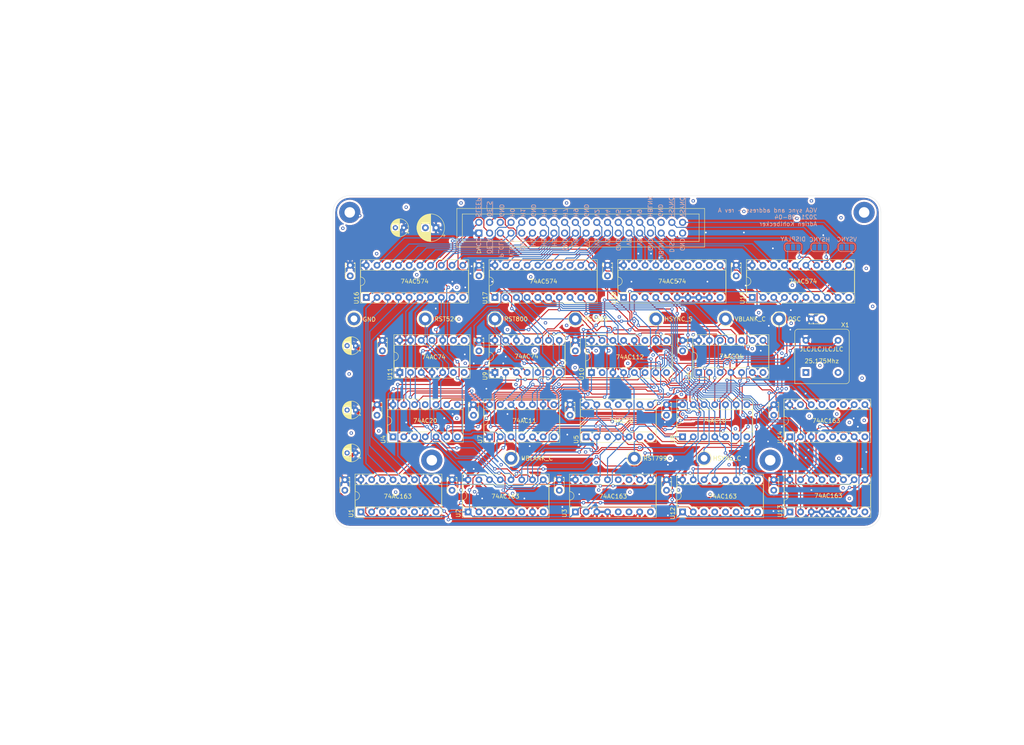
<source format=kicad_pcb>
(kicad_pcb (version 20171130) (host pcbnew "(5.1.10-1-10_14)")
  (layers (0 F.Cu signal) (1 In1.Cu signal) (2 In2.Cu signal) (31 B.Cu signal) (34 B.Paste user) (35 F.Paste user) (36 B.SilkS user) (37 F.SilkS user) (38 B.Mask user) (39 F.Mask user) (44 Edge.Cuts user))
  (net 0 "")
  (net 1 GND)
  (net 2 VCC)
  (net 3 "Net-(J1-Pad40)")
  (net 4 "Net-(J1-Pad38)")
  (net 5 "Net-(J1-Pad34)")
  (net 6 "Net-(J1-Pad32)")
  (net 7 "Net-(J1-Pad30)")
  (net 8 "Net-(J1-Pad28)")
  (net 9 "Net-(J1-Pad26)")
  (net 10 "Net-(J1-Pad24)")
  (net 11 "Net-(J1-Pad20)")
  (net 12 "Net-(J1-Pad18)")
  (net 13 "Net-(J1-Pad16)")
  (net 14 "Net-(J1-Pad14)")
  (net 15 "Net-(J1-Pad10)")
  (net 16 "Net-(J1-Pad8)")
  (net 17 ~OE2)
  (net 18 ~SLEEP)
  (net 19 "Net-(J1-Pad37)")
  (net 20 "Net-(J1-Pad35)")
  (net 21 "Net-(J1-Pad31)")
  (net 22 "Net-(J1-Pad29)")
  (net 23 "Net-(J1-Pad25)")
  (net 24 "Net-(J1-Pad23)")
  (net 25 "Net-(J1-Pad21)")
  (net 26 "Net-(J1-Pad19)")
  (net 27 "Net-(J1-Pad15)")
  (net 28 "Net-(J1-Pad13)")
  (net 29 "Net-(J1-Pad11)")
  (net 30 V_CLK)
  (net 31 PXL_CLK)
  (net 32 ~OE1)
  (net 33 "Net-(TP1-Pad1)")
  (net 34 "Net-(TP2-Pad1)")
  (net 35 "Net-(TP3-Pad1)")
  (net 36 RST799)
  (net 37 "Net-(TP5-Pad1)")
  (net 38 RST800)
  (net 39 RST525)
  (net 40 RST524)
  (net 41 "Net-(U1-Pad15)")
  (net 42 H0)
  (net 43 H1)
  (net 44 H2)
  (net 45 H3)
  (net 46 "Net-(U2-Pad15)")
  (net 47 H4)
  (net 48 H5)
  (net 49 H6)
  (net 50 H7)
  (net 51 H8)
  (net 52 H9)
  (net 53 V8)
  (net 54 "Net-(U4-Pad6)")
  (net 55 V7)
  (net 56 V6)
  (net 57 V5)
  (net 58 HSYNC)
  (net 59 "Net-(U5-Pad9)")
  (net 60 V4)
  (net 61 "Net-(U6-Pad10)")
  (net 62 "Net-(U7-Pad6)")
  (net 63 ~VBLANK)
  (net 64 V3)
  (net 65 ~HBLANK)
  (net 66 DISPLAY)
  (net 67 "Net-(U11-Pad2)")
  (net 68 V9)
  (net 69 V2)
  (net 70 V1)
  (net 71 ~VSYNC)
  (net 72 HBLANK)
  (net 73 ~HSYNC)
  (net 74 VBLANK)
  (net 75 "Net-(U12-Pad15)")
  (net 76 V0)
  (net 77 "Net-(U13-Pad15)")
  (net 78 "Net-(TP7-Pad1)")
  (net 79 "Net-(U3-Pad15)")
  (net 80 "Net-(U3-Pad12)")
  (net 81 "Net-(U3-Pad11)")
  (net 82 "Net-(U6-Pad12)")
  (net 83 "Net-(U6-Pad8)")
  (net 84 "Net-(U9-Pad6)")
  (net 85 "Net-(U11-Pad6)")
  (net 86 "Net-(U11-Pad8)")
  (net 87 "Net-(U14-Pad15)")
  (net 88 "Net-(U14-Pad12)")
  (net 89 "Net-(U14-Pad11)")
  (net 90 "Net-(U18-Pad15)")
  (net 91 "Net-(U18-Pad14)")
  (net 92 "Net-(U18-Pad13)")
  (net 93 "Net-(U18-Pad12)")
  (net 94 "Net-(X1-Pad1)")
  (net 95 "Net-(JP1-Pad3)")
  (net 96 "Net-(JP1-Pad1)")
  (net 97 "Net-(JP2-Pad3)")
  (net 98 "Net-(JP2-Pad1)")
  (net 99 "Net-(JP3-Pad3)")
  (net 100 "Net-(JP3-Pad1)")
  (module Jumper:SolderJumper-3_P1.3mm_Open_RoundedPad1.0x1.5mm (layer B.Cu) (at 217.0938 80.1624 180)
    (fp_text reference JP3 hide)
    (fp_text value DISPLAY (at 0 1.905) (layer B.SilkS) (effects (justify mirror)))
    (pad 2 smd rect (at 0 0 180) (size 1 1.5) (layers B.Cu B.Mask) (net 19 "Net-(J1-Pad37)"))
    (pad 3 smd custom (at 1.3 0 180) (size 1 0.5) (layers B.Cu B.Mask) (net 99 "Net-(JP3-Pad3)") (options (clearance outline) (anchor rect)) (primitives (gr_circle (center 0 -0.25) (end 0.5 -0.25) (width 0)) (gr_circle (center 0 0.25) (end 0.5 0.25) (width 0)) (gr_poly (pts (xy -0.55 0.75) (xy 0 0.75) (xy 0 -0.75) (xy -0.55 -0.75)) (width 0))))
    (pad 1 smd custom (at -1.3 0 180) (size 1 0.5) (layers B.Cu B.Mask) (net 100 "Net-(JP3-Pad1)") (options (clearance outline) (anchor rect)) (primitives (gr_circle (center 0 -0.25) (end 0.5 -0.25) (width 0)) (gr_circle (center 0 0.25) (end 0.5 0.25) (width 0)) (gr_poly (pts (xy 0.55 0.75) (xy 0 0.75) (xy 0 -0.75) (xy 0.55 -0.75)) (width 0))))
  )
  (module Jumper:SolderJumper-3_P1.3mm_Open_RoundedPad1.0x1.5mm (layer B.Cu) (at 223.3676 80.1624 180)
    (fp_text reference JP2 hide)
    (fp_text value HSYNC (at 0 1.8234) (layer B.SilkS) (effects (justify mirror)))
    (pad 2 smd rect (at 0 0 180) (size 1 1.5) (layers B.Cu B.Mask) (net 4 "Net-(J1-Pad38)"))
    (pad 3 smd custom (at 1.3 0 180) (size 1 0.5) (layers B.Cu B.Mask) (net 97 "Net-(JP2-Pad3)") (options (clearance outline) (anchor rect)) (primitives (gr_circle (center 0 -0.25) (end 0.5 -0.25) (width 0)) (gr_circle (center 0 0.25) (end 0.5 0.25) (width 0)) (gr_poly (pts (xy -0.55 0.75) (xy 0 0.75) (xy 0 -0.75) (xy -0.55 -0.75)) (width 0))))
    (pad 1 smd custom (at -1.3 0 180) (size 1 0.5) (layers B.Cu B.Mask) (net 98 "Net-(JP2-Pad1)") (options (clearance outline) (anchor rect)) (primitives (gr_circle (center 0 -0.25) (end 0.5 -0.25) (width 0)) (gr_circle (center 0 0.25) (end 0.5 0.25) (width 0)) (gr_poly (pts (xy 0.55 0.75) (xy 0 0.75) (xy 0 -0.75) (xy 0.55 -0.75)) (width 0))))
  )
  (module Jumper:SolderJumper-3_P1.3mm_Open_RoundedPad1.0x1.5mm (layer B.Cu) (at 229.7938 80.1624 180)
    (fp_text reference JP1 hide)
    (fp_text value VSYNC (at -0.0254 1.8542) (layer B.SilkS) (effects (justify mirror)))
    (pad 2 smd rect (at 0 0 180) (size 1 1.5) (layers B.Cu B.Mask) (net 3 "Net-(J1-Pad40)"))
    (pad 3 smd custom (at 1.3 0 180) (size 1 0.5) (layers B.Cu B.Mask) (net 95 "Net-(JP1-Pad3)") (options (clearance outline) (anchor rect)) (primitives (gr_circle (center 0 -0.25) (end 0.5 -0.25) (width 0)) (gr_circle (center 0 0.25) (end 0.5 0.25) (width 0)) (gr_poly (pts (xy -0.55 0.75) (xy 0 0.75) (xy 0 -0.75) (xy -0.55 -0.75)) (width 0))))
    (pad 1 smd custom (at -1.3 0 180) (size 1 0.5) (layers B.Cu B.Mask) (net 96 "Net-(JP1-Pad1)") (options (clearance outline) (anchor rect)) (primitives (gr_circle (center 0 -0.25) (end 0.5 -0.25) (width 0)) (gr_circle (center 0 0.25) (end 0.5 0.25) (width 0)) (gr_poly (pts (xy 0.55 0.75) (xy 0 0.75) (xy 0 -0.75) (xy 0.55 -0.75)) (width 0))))
  )
  (module TestPoint:TestPoint_Loop_D2.60mm_Drill1.6mm_Beaded (layer F.Cu) (at 113.0554 97.1296)
    (fp_text reference TP10 hide)
    (fp_text value GND (at 3.6322 0.127) (layer F.SilkS))
    (pad 1 thru_hole circle (at 0 0) (size 3 3) (drill 1.6) (layers *.Cu *.Mask) (net 1 GND))
  )
  (module MountingHole:MountingHole_2.5mm_Pad (layer F.Cu) (at 211.6582 130.6068)
    (fp_text reference H4 hide)
    (fp_text value MountingHole_Pad)
    (pad 1 thru_hole circle (at 0 0) (size 5 5) (drill 2.5) (layers *.Cu *.Mask) (net 1 GND))
  )
  (module MountingHole:MountingHole_2.5mm_Pad (layer F.Cu) (at 131.4958 130.6068)
    (fp_text reference H3 hide)
    (fp_text value MountingHole_Pad)
    (pad 1 thru_hole circle (at 0 0) (size 5 5) (drill 2.5) (layers *.Cu *.Mask) (net 1 GND))
  )
  (module MountingHole:MountingHole_2.5mm_Pad (layer F.Cu) (at 233.9086 71.9074)
    (fp_text reference H2 hide)
    (fp_text value MountingHole_Pad)
    (pad 1 thru_hole circle (at 0 0) (size 5 5) (drill 2.5) (layers *.Cu *.Mask) (net 1 GND))
  )
  (module MountingHole:MountingHole_2.5mm_Pad (layer F.Cu) (at 112.0648 71.9074)
    (fp_text reference H1 hide)
    (fp_text value MountingHole_Pad)
    (pad 1 thru_hole circle (at 0 0) (size 5 5) (drill 2.5) (layers *.Cu *.Mask) (net 1 GND))
  )
  (module Package_DIP:DIP-16_W7.62mm_Socket (layer F.Cu) (at 169.3164 109.855 90)
    (fp_text reference U10 (at -0.3146 -2.33 90) (layer F.SilkS))
    (fp_text value 74AC112 (at 3.6854 9.11 180) (layer F.SilkS))
    (pad 16 thru_hole oval (at 7.62 0 90) (size 1.6 1.6) (drill 0.8) (layers *.Cu *.Mask) (net 2 VCC))
    (pad 8 thru_hole oval (at 0 17.78 90) (size 1.6 1.6) (drill 0.8) (layers *.Cu *.Mask) (net 1 GND))
    (pad 15 thru_hole oval (at 7.62 2.54 90) (size 1.6 1.6) (drill 0.8) (layers *.Cu *.Mask) (net 39 RST525))
    (pad 7 thru_hole oval (at 0 15.24 90) (size 1.6 1.6) (drill 0.8) (layers *.Cu *.Mask) (net 73 ~HSYNC))
    (pad 14 thru_hole oval (at 7.62 5.08 90) (size 1.6 1.6) (drill 0.8) (layers *.Cu *.Mask) (net 18 ~SLEEP))
    (pad 6 thru_hole oval (at 0 12.7 90) (size 1.6 1.6) (drill 0.8) (layers *.Cu *.Mask) (net 63 ~VBLANK))
    (pad 13 thru_hole oval (at 7.62 7.62 90) (size 1.6 1.6) (drill 0.8) (layers *.Cu *.Mask) (net 34 "Net-(TP2-Pad1)"))
    (pad 5 thru_hole oval (at 0 10.16 90) (size 1.6 1.6) (drill 0.8) (layers *.Cu *.Mask) (net 74 VBLANK))
    (pad 12 thru_hole oval (at 7.62 10.16 90) (size 1.6 1.6) (drill 0.8) (layers *.Cu *.Mask) (net 2 VCC))
    (pad 4 thru_hole oval (at 0 7.62 90) (size 1.6 1.6) (drill 0.8) (layers *.Cu *.Mask) (net 18 ~SLEEP))
    (pad 11 thru_hole oval (at 7.62 12.7 90) (size 1.6 1.6) (drill 0.8) (layers *.Cu *.Mask) (net 1 GND))
    (pad 3 thru_hole oval (at 0 5.08 90) (size 1.6 1.6) (drill 0.8) (layers *.Cu *.Mask) (net 2 VCC))
    (pad 10 thru_hole oval (at 7.62 15.24 90) (size 1.6 1.6) (drill 0.8) (layers *.Cu *.Mask) (net 37 "Net-(TP5-Pad1)"))
    (pad 2 thru_hole oval (at 0 2.54 90) (size 1.6 1.6) (drill 0.8) (layers *.Cu *.Mask) (net 1 GND))
    (pad 9 thru_hole oval (at 7.62 17.78 90) (size 1.6 1.6) (drill 0.8) (layers *.Cu *.Mask) (net 58 HSYNC))
    (pad 1 thru_hole rect (at 0 0 90) (size 1.6 1.6) (drill 0.8) (layers *.Cu *.Mask) (net 78 "Net-(TP7-Pad1)"))
  )
  (module Package_DIP:DIP-14_W7.62mm_Socket (layer F.Cu) (at 145.1864 125.0696 90)
    (fp_text reference U7 (at -0.6 -2.26 90) (layer F.SilkS))
    (fp_text value 74AC11 (at 3.81 8.24 180) (layer F.SilkS))
    (pad 14 thru_hole oval (at 7.62 0 90) (size 1.6 1.6) (drill 0.8) (layers *.Cu *.Mask) (net 2 VCC))
    (pad 7 thru_hole oval (at 0 15.24 90) (size 1.6 1.6) (drill 0.8) (layers *.Cu *.Mask) (net 1 GND))
    (pad 13 thru_hole oval (at 7.62 2.54 90) (size 1.6 1.6) (drill 0.8) (layers *.Cu *.Mask) (net 52 H9))
    (pad 6 thru_hole oval (at 0 12.7 90) (size 1.6 1.6) (drill 0.8) (layers *.Cu *.Mask) (net 62 "Net-(U7-Pad6)"))
    (pad 12 thru_hole oval (at 7.62 5.08 90) (size 1.6 1.6) (drill 0.8) (layers *.Cu *.Mask) (net 33 "Net-(TP1-Pad1)"))
    (pad 5 thru_hole oval (at 0 10.16 90) (size 1.6 1.6) (drill 0.8) (layers *.Cu *.Mask) (net 61 "Net-(U6-Pad10)"))
    (pad 11 thru_hole oval (at 7.62 7.62 90) (size 1.6 1.6) (drill 0.8) (layers *.Cu *.Mask) (net 63 ~VBLANK))
    (pad 4 thru_hole oval (at 0 7.62 90) (size 1.6 1.6) (drill 0.8) (layers *.Cu *.Mask) (net 64 V3))
    (pad 10 thru_hole oval (at 7.62 10.16 90) (size 1.6 1.6) (drill 0.8) (layers *.Cu *.Mask) (net 65 ~HBLANK))
    (pad 3 thru_hole oval (at 0 5.08 90) (size 1.6 1.6) (drill 0.8) (layers *.Cu *.Mask) (net 83 "Net-(U6-Pad8)"))
    (pad 9 thru_hole oval (at 7.62 12.7 90) (size 1.6 1.6) (drill 0.8) (layers *.Cu *.Mask) (net 2 VCC))
    (pad 2 thru_hole oval (at 0 2.54 90) (size 1.6 1.6) (drill 0.8) (layers *.Cu *.Mask) (net 50 H7))
    (pad 8 thru_hole oval (at 7.62 15.24 90) (size 1.6 1.6) (drill 0.8) (layers *.Cu *.Mask) (net 66 DISPLAY))
    (pad 1 thru_hole rect (at 0 0 90) (size 1.6 1.6) (drill 0.8) (layers *.Cu *.Mask) (net 2 VCC))
  )
  (module Connector_IDC:IDC-Header_2x20_P2.54mm_Vertical (layer F.Cu) (at 142.6464 76.8096 90)
    (fp_text reference J1 hide)
    (fp_text value Conn_01x40)
    (pad 40 thru_hole circle (at 2.54 48.26 90) (size 1.7 1.7) (drill 1) (layers *.Cu *.Mask) (net 3 "Net-(J1-Pad40)"))
    (pad 38 thru_hole circle (at 2.54 45.72 90) (size 1.7 1.7) (drill 1) (layers *.Cu *.Mask) (net 4 "Net-(J1-Pad38)"))
    (pad 36 thru_hole circle (at 2.54 43.18 90) (size 1.7 1.7) (drill 1) (layers *.Cu *.Mask) (net 1 GND))
    (pad 34 thru_hole circle (at 2.54 40.64 90) (size 1.7 1.7) (drill 1) (layers *.Cu *.Mask) (net 5 "Net-(J1-Pad34)"))
    (pad 32 thru_hole circle (at 2.54 38.1 90) (size 1.7 1.7) (drill 1) (layers *.Cu *.Mask) (net 6 "Net-(J1-Pad32)"))
    (pad 30 thru_hole circle (at 2.54 35.56 90) (size 1.7 1.7) (drill 1) (layers *.Cu *.Mask) (net 7 "Net-(J1-Pad30)"))
    (pad 28 thru_hole circle (at 2.54 33.02 90) (size 1.7 1.7) (drill 1) (layers *.Cu *.Mask) (net 8 "Net-(J1-Pad28)"))
    (pad 26 thru_hole circle (at 2.54 30.48 90) (size 1.7 1.7) (drill 1) (layers *.Cu *.Mask) (net 9 "Net-(J1-Pad26)"))
    (pad 24 thru_hole circle (at 2.54 27.94 90) (size 1.7 1.7) (drill 1) (layers *.Cu *.Mask) (net 10 "Net-(J1-Pad24)"))
    (pad 22 thru_hole circle (at 2.54 25.4 90) (size 1.7 1.7) (drill 1) (layers *.Cu *.Mask) (net 1 GND))
    (pad 20 thru_hole circle (at 2.54 22.86 90) (size 1.7 1.7) (drill 1) (layers *.Cu *.Mask) (net 11 "Net-(J1-Pad20)"))
    (pad 18 thru_hole circle (at 2.54 20.32 90) (size 1.7 1.7) (drill 1) (layers *.Cu *.Mask) (net 12 "Net-(J1-Pad18)"))
    (pad 16 thru_hole circle (at 2.54 17.78 90) (size 1.7 1.7) (drill 1) (layers *.Cu *.Mask) (net 13 "Net-(J1-Pad16)"))
    (pad 14 thru_hole circle (at 2.54 15.24 90) (size 1.7 1.7) (drill 1) (layers *.Cu *.Mask) (net 14 "Net-(J1-Pad14)"))
    (pad 12 thru_hole circle (at 2.54 12.7 90) (size 1.7 1.7) (drill 1) (layers *.Cu *.Mask) (net 1 GND))
    (pad 10 thru_hole circle (at 2.54 10.16 90) (size 1.7 1.7) (drill 1) (layers *.Cu *.Mask) (net 15 "Net-(J1-Pad10)"))
    (pad 8 thru_hole circle (at 2.54 7.62 90) (size 1.7 1.7) (drill 1) (layers *.Cu *.Mask) (net 16 "Net-(J1-Pad8)"))
    (pad 6 thru_hole circle (at 2.54 5.08 90) (size 1.7 1.7) (drill 1) (layers *.Cu *.Mask) (net 1 GND))
    (pad 4 thru_hole circle (at 2.54 2.54 90) (size 1.7 1.7) (drill 1) (layers *.Cu *.Mask) (net 17 ~OE2))
    (pad 2 thru_hole circle (at 2.54 0 90) (size 1.7 1.7) (drill 1) (layers *.Cu *.Mask) (net 18 ~SLEEP))
    (pad 39 thru_hole circle (at 0 48.26 90) (size 1.7 1.7) (drill 1) (layers *.Cu *.Mask) (net 1 GND))
    (pad 37 thru_hole circle (at 0 45.72 90) (size 1.7 1.7) (drill 1) (layers *.Cu *.Mask) (net 19 "Net-(J1-Pad37)"))
    (pad 35 thru_hole circle (at 0 43.18 90) (size 1.7 1.7) (drill 1) (layers *.Cu *.Mask) (net 20 "Net-(J1-Pad35)"))
    (pad 33 thru_hole circle (at 0 40.64 90) (size 1.7 1.7) (drill 1) (layers *.Cu *.Mask) (net 1 GND))
    (pad 31 thru_hole circle (at 0 38.1 90) (size 1.7 1.7) (drill 1) (layers *.Cu *.Mask) (net 21 "Net-(J1-Pad31)"))
    (pad 29 thru_hole circle (at 0 35.56 90) (size 1.7 1.7) (drill 1) (layers *.Cu *.Mask) (net 22 "Net-(J1-Pad29)"))
    (pad 27 thru_hole circle (at 0 33.02 90) (size 1.7 1.7) (drill 1) (layers *.Cu *.Mask) (net 1 GND))
    (pad 25 thru_hole circle (at 0 30.48 90) (size 1.7 1.7) (drill 1) (layers *.Cu *.Mask) (net 23 "Net-(J1-Pad25)"))
    (pad 23 thru_hole circle (at 0 27.94 90) (size 1.7 1.7) (drill 1) (layers *.Cu *.Mask) (net 24 "Net-(J1-Pad23)"))
    (pad 21 thru_hole circle (at 0 25.4 90) (size 1.7 1.7) (drill 1) (layers *.Cu *.Mask) (net 25 "Net-(J1-Pad21)"))
    (pad 19 thru_hole circle (at 0 22.86 90) (size 1.7 1.7) (drill 1) (layers *.Cu *.Mask) (net 26 "Net-(J1-Pad19)"))
    (pad 17 thru_hole circle (at 0 20.32 90) (size 1.7 1.7) (drill 1) (layers *.Cu *.Mask) (net 1 GND))
    (pad 15 thru_hole circle (at 0 17.78 90) (size 1.7 1.7) (drill 1) (layers *.Cu *.Mask) (net 27 "Net-(J1-Pad15)"))
    (pad 13 thru_hole circle (at 0 15.24 90) (size 1.7 1.7) (drill 1) (layers *.Cu *.Mask) (net 28 "Net-(J1-Pad13)"))
    (pad 11 thru_hole circle (at 0 12.7 90) (size 1.7 1.7) (drill 1) (layers *.Cu *.Mask) (net 29 "Net-(J1-Pad11)"))
    (pad 9 thru_hole circle (at 0 10.16 90) (size 1.7 1.7) (drill 1) (layers *.Cu *.Mask) (net 1 GND))
    (pad 7 thru_hole circle (at 0 7.62 90) (size 1.7 1.7) (drill 1) (layers *.Cu *.Mask) (net 30 V_CLK))
    (pad 5 thru_hole circle (at 0 5.08 90) (size 1.7 1.7) (drill 1) (layers *.Cu *.Mask) (net 31 PXL_CLK))
    (pad 3 thru_hole circle (at 0 2.54 90) (size 1.7 1.7) (drill 1) (layers *.Cu *.Mask) (net 32 ~OE1))
    (pad 1 thru_hole roundrect (at 0 0 90) (size 1.7 1.7) (drill 1) (layers *.Cu *.Mask) (roundrect_rratio 0.1470588235294118) (net 2 VCC))
  )
  (module Package_DIP:DIP-14_W7.62mm_Socket (layer F.Cu) (at 146.4564 109.8296 90)
    (fp_text reference U9 (at -0.84 -2.33 90) (layer F.SilkS))
    (fp_text value 74AC74 (at 3.81 7.47 180) (layer F.SilkS))
    (pad 14 thru_hole oval (at 7.62 0 90) (size 1.6 1.6) (drill 0.8) (layers *.Cu *.Mask) (net 2 VCC))
    (pad 7 thru_hole oval (at 0 15.24 90) (size 1.6 1.6) (drill 0.8) (layers *.Cu *.Mask) (net 1 GND))
    (pad 13 thru_hole oval (at 7.62 2.54 90) (size 1.6 1.6) (drill 0.8) (layers *.Cu *.Mask) (net 38 RST800))
    (pad 6 thru_hole oval (at 0 12.7 90) (size 1.6 1.6) (drill 0.8) (layers *.Cu *.Mask) (net 84 "Net-(U9-Pad6)"))
    (pad 12 thru_hole oval (at 7.62 5.08 90) (size 1.6 1.6) (drill 0.8) (layers *.Cu *.Mask) (net 2 VCC))
    (pad 5 thru_hole oval (at 0 10.16 90) (size 1.6 1.6) (drill 0.8) (layers *.Cu *.Mask) (net 38 RST800))
    (pad 11 thru_hole oval (at 7.62 7.62 90) (size 1.6 1.6) (drill 0.8) (layers *.Cu *.Mask) (net 33 "Net-(TP1-Pad1)"))
    (pad 4 thru_hole oval (at 0 7.62 90) (size 1.6 1.6) (drill 0.8) (layers *.Cu *.Mask) (net 2 VCC))
    (pad 10 thru_hole oval (at 7.62 10.16 90) (size 1.6 1.6) (drill 0.8) (layers *.Cu *.Mask) (net 18 ~SLEEP))
    (pad 3 thru_hole oval (at 0 5.08 90) (size 1.6 1.6) (drill 0.8) (layers *.Cu *.Mask) (net 31 PXL_CLK))
    (pad 9 thru_hole oval (at 7.62 12.7 90) (size 1.6 1.6) (drill 0.8) (layers *.Cu *.Mask) (net 72 HBLANK))
    (pad 2 thru_hole oval (at 0 2.54 90) (size 1.6 1.6) (drill 0.8) (layers *.Cu *.Mask) (net 36 RST799))
    (pad 8 thru_hole oval (at 7.62 15.24 90) (size 1.6 1.6) (drill 0.8) (layers *.Cu *.Mask) (net 65 ~HBLANK))
    (pad 1 thru_hole rect (at 0 0 90) (size 1.6 1.6) (drill 0.8) (layers *.Cu *.Mask) (net 2 VCC))
  )
  (module Package_DIP:DIP-14_W7.62mm_Socket (layer F.Cu) (at 123.9164 109.8296 90)
    (fp_text reference U11 (at -0.34 -2.33 90) (layer F.SilkS))
    (fp_text value 74AC74 (at 3.66 8.01 180) (layer F.SilkS))
    (pad 14 thru_hole oval (at 7.62 0 90) (size 1.6 1.6) (drill 0.8) (layers *.Cu *.Mask) (net 2 VCC))
    (pad 7 thru_hole oval (at 0 15.24 90) (size 1.6 1.6) (drill 0.8) (layers *.Cu *.Mask) (net 1 GND))
    (pad 13 thru_hole oval (at 7.62 2.54 90) (size 1.6 1.6) (drill 0.8) (layers *.Cu *.Mask) (net 2 VCC))
    (pad 6 thru_hole oval (at 0 12.7 90) (size 1.6 1.6) (drill 0.8) (layers *.Cu *.Mask) (net 85 "Net-(U11-Pad6)"))
    (pad 12 thru_hole oval (at 7.62 5.08 90) (size 1.6 1.6) (drill 0.8) (layers *.Cu *.Mask) (net 40 RST524))
    (pad 5 thru_hole oval (at 0 10.16 90) (size 1.6 1.6) (drill 0.8) (layers *.Cu *.Mask) (net 40 RST524))
    (pad 11 thru_hole oval (at 7.62 7.62 90) (size 1.6 1.6) (drill 0.8) (layers *.Cu *.Mask) (net 31 PXL_CLK))
    (pad 4 thru_hole oval (at 0 7.62 90) (size 1.6 1.6) (drill 0.8) (layers *.Cu *.Mask) (net 2 VCC))
    (pad 10 thru_hole oval (at 7.62 10.16 90) (size 1.6 1.6) (drill 0.8) (layers *.Cu *.Mask) (net 2 VCC))
    (pad 3 thru_hole oval (at 0 5.08 90) (size 1.6 1.6) (drill 0.8) (layers *.Cu *.Mask) (net 30 V_CLK))
    (pad 9 thru_hole oval (at 7.62 12.7 90) (size 1.6 1.6) (drill 0.8) (layers *.Cu *.Mask) (net 39 RST525))
    (pad 2 thru_hole oval (at 0 2.54 90) (size 1.6 1.6) (drill 0.8) (layers *.Cu *.Mask) (net 67 "Net-(U11-Pad2)"))
    (pad 8 thru_hole oval (at 7.62 15.24 90) (size 1.6 1.6) (drill 0.8) (layers *.Cu *.Mask) (net 86 "Net-(U11-Pad8)"))
    (pad 1 thru_hole rect (at 0 0 90) (size 1.6 1.6) (drill 0.8) (layers *.Cu *.Mask) (net 2 VCC))
  )
  (module Package_DIP:DIP-20_W7.62mm_Socket (layer F.Cu) (at 146.4564 92.0496 90)
    (fp_text reference U17 (at -0.12 -2.33 90) (layer F.SilkS))
    (fp_text value 74AC574 (at 3.81 11.47 180) (layer F.SilkS))
    (pad 20 thru_hole oval (at 7.62 0 90) (size 1.6 1.6) (drill 0.8) (layers *.Cu *.Mask) (net 2 VCC))
    (pad 10 thru_hole oval (at 0 22.86 90) (size 1.6 1.6) (drill 0.8) (layers *.Cu *.Mask) (net 1 GND))
    (pad 19 thru_hole oval (at 7.62 2.54 90) (size 1.6 1.6) (drill 0.8) (layers *.Cu *.Mask) (net 26 "Net-(J1-Pad19)"))
    (pad 9 thru_hole oval (at 0 20.32 90) (size 1.6 1.6) (drill 0.8) (layers *.Cu *.Mask) (net 57 V5))
    (pad 18 thru_hole oval (at 7.62 5.08 90) (size 1.6 1.6) (drill 0.8) (layers *.Cu *.Mask) (net 11 "Net-(J1-Pad20)"))
    (pad 8 thru_hole oval (at 0 17.78 90) (size 1.6 1.6) (drill 0.8) (layers *.Cu *.Mask) (net 60 V4))
    (pad 17 thru_hole oval (at 7.62 7.62 90) (size 1.6 1.6) (drill 0.8) (layers *.Cu *.Mask) (net 25 "Net-(J1-Pad21)"))
    (pad 7 thru_hole oval (at 0 15.24 90) (size 1.6 1.6) (drill 0.8) (layers *.Cu *.Mask) (net 64 V3))
    (pad 16 thru_hole oval (at 7.62 10.16 90) (size 1.6 1.6) (drill 0.8) (layers *.Cu *.Mask) (net 24 "Net-(J1-Pad23)"))
    (pad 6 thru_hole oval (at 0 12.7 90) (size 1.6 1.6) (drill 0.8) (layers *.Cu *.Mask) (net 69 V2))
    (pad 15 thru_hole oval (at 7.62 12.7 90) (size 1.6 1.6) (drill 0.8) (layers *.Cu *.Mask) (net 10 "Net-(J1-Pad24)"))
    (pad 5 thru_hole oval (at 0 10.16 90) (size 1.6 1.6) (drill 0.8) (layers *.Cu *.Mask) (net 70 V1))
    (pad 14 thru_hole oval (at 7.62 15.24 90) (size 1.6 1.6) (drill 0.8) (layers *.Cu *.Mask) (net 23 "Net-(J1-Pad25)"))
    (pad 4 thru_hole oval (at 0 7.62 90) (size 1.6 1.6) (drill 0.8) (layers *.Cu *.Mask) (net 76 V0))
    (pad 13 thru_hole oval (at 7.62 17.78 90) (size 1.6 1.6) (drill 0.8) (layers *.Cu *.Mask) (net 9 "Net-(J1-Pad26)"))
    (pad 3 thru_hole oval (at 0 5.08 90) (size 1.6 1.6) (drill 0.8) (layers *.Cu *.Mask) (net 52 H9))
    (pad 12 thru_hole oval (at 7.62 20.32 90) (size 1.6 1.6) (drill 0.8) (layers *.Cu *.Mask) (net 8 "Net-(J1-Pad28)"))
    (pad 2 thru_hole oval (at 0 2.54 90) (size 1.6 1.6) (drill 0.8) (layers *.Cu *.Mask) (net 51 H8))
    (pad 11 thru_hole oval (at 7.62 22.86 90) (size 1.6 1.6) (drill 0.8) (layers *.Cu *.Mask) (net 31 PXL_CLK))
    (pad 1 thru_hole rect (at 0 0 90) (size 1.6 1.6) (drill 0.8) (layers *.Cu *.Mask) (net 32 ~OE1))
  )
  (module Capacitor_THT:C_Disc_D3.4mm_W2.1mm_P2.50mm (layer F.Cu) (at 221.3864 97.1296)
    (fp_text reference C24 hide)
    (fp_text value 100nF)
    (pad 2 thru_hole circle (at 2.5 0) (size 1.6 1.6) (drill 0.8) (layers *.Cu *.Mask) (net 1 GND))
    (pad 1 thru_hole circle (at 0 0) (size 1.6 1.6) (drill 0.8) (layers *.Cu *.Mask) (net 2 VCC))
  )
  (module Capacitor_THT:C_Disc_D3.4mm_W2.1mm_P2.50mm (layer F.Cu) (at 173.1264 84.4296 270)
    (fp_text reference C16 hide)
    (fp_text value 100nF)
    (pad 2 thru_hole circle (at 2.5 0 270) (size 1.6 1.6) (drill 0.8) (layers *.Cu *.Mask) (net 1 GND))
    (pad 1 thru_hole circle (at 0 0 270) (size 1.6 1.6) (drill 0.8) (layers *.Cu *.Mask) (net 2 VCC))
  )
  (module Oscillator:Oscillator_DIP-8 (layer F.Cu) (at 220.1164 109.8296)
    (fp_text reference X1 (at 9.31 -11.26) (layer F.SilkS))
    (fp_text value 25.175Mhz (at 3.7592 -2.7178) (layer F.SilkS))
    (pad 4 thru_hole circle (at 7.62 0) (size 1.6 1.6) (drill 0.8) (layers *.Cu *.Mask) (net 1 GND))
    (pad 5 thru_hole circle (at 7.62 -7.62) (size 1.6 1.6) (drill 0.8) (layers *.Cu *.Mask) (net 35 "Net-(TP3-Pad1)"))
    (pad 8 thru_hole circle (at 0 -7.62) (size 1.6 1.6) (drill 0.8) (layers *.Cu *.Mask) (net 2 VCC))
    (pad 1 thru_hole rect (at 0 0) (size 1.6 1.6) (drill 0.8) (layers *.Cu *.Mask) (net 94 "Net-(X1-Pad1)"))
  )
  (module Package_DIP:DIP-20_W7.62mm_Socket (layer F.Cu) (at 207.4164 92.0496 90)
    (fp_text reference U19 (at -0.12 -2.33 90) (layer F.SilkS))
    (fp_text value 74AC574 (at 3.81 12.01 180) (layer F.SilkS))
    (pad 20 thru_hole oval (at 7.62 0 90) (size 1.6 1.6) (drill 0.8) (layers *.Cu *.Mask) (net 2 VCC))
    (pad 10 thru_hole oval (at 0 22.86 90) (size 1.6 1.6) (drill 0.8) (layers *.Cu *.Mask) (net 1 GND))
    (pad 19 thru_hole oval (at 7.62 2.54 90) (size 1.6 1.6) (drill 0.8) (layers *.Cu *.Mask) (net 5 "Net-(J1-Pad34)"))
    (pad 9 thru_hole oval (at 0 20.32 90) (size 1.6 1.6) (drill 0.8) (layers *.Cu *.Mask) (net 95 "Net-(JP1-Pad3)"))
    (pad 18 thru_hole oval (at 7.62 5.08 90) (size 1.6 1.6) (drill 0.8) (layers *.Cu *.Mask) (net 20 "Net-(J1-Pad35)"))
    (pad 8 thru_hole oval (at 0 17.78 90) (size 1.6 1.6) (drill 0.8) (layers *.Cu *.Mask) (net 97 "Net-(JP2-Pad3)"))
    (pad 17 thru_hole oval (at 7.62 7.62 90) (size 1.6 1.6) (drill 0.8) (layers *.Cu *.Mask) (net 99 "Net-(JP3-Pad3)"))
    (pad 7 thru_hole oval (at 0 15.24 90) (size 1.6 1.6) (drill 0.8) (layers *.Cu *.Mask) (net 99 "Net-(JP3-Pad3)"))
    (pad 16 thru_hole oval (at 7.62 10.16 90) (size 1.6 1.6) (drill 0.8) (layers *.Cu *.Mask) (net 97 "Net-(JP2-Pad3)"))
    (pad 6 thru_hole oval (at 0 12.7 90) (size 1.6 1.6) (drill 0.8) (layers *.Cu *.Mask) (net 71 ~VSYNC))
    (pad 15 thru_hole oval (at 7.62 12.7 90) (size 1.6 1.6) (drill 0.8) (layers *.Cu *.Mask) (net 95 "Net-(JP1-Pad3)"))
    (pad 5 thru_hole oval (at 0 10.16 90) (size 1.6 1.6) (drill 0.8) (layers *.Cu *.Mask) (net 73 ~HSYNC))
    (pad 14 thru_hole oval (at 7.62 15.24 90) (size 1.6 1.6) (drill 0.8) (layers *.Cu *.Mask) (net 100 "Net-(JP3-Pad1)"))
    (pad 4 thru_hole oval (at 0 7.62 90) (size 1.6 1.6) (drill 0.8) (layers *.Cu *.Mask) (net 66 DISPLAY))
    (pad 13 thru_hole oval (at 7.62 17.78 90) (size 1.6 1.6) (drill 0.8) (layers *.Cu *.Mask) (net 98 "Net-(JP2-Pad1)"))
    (pad 3 thru_hole oval (at 0 5.08 90) (size 1.6 1.6) (drill 0.8) (layers *.Cu *.Mask) (net 74 VBLANK))
    (pad 12 thru_hole oval (at 7.62 20.32 90) (size 1.6 1.6) (drill 0.8) (layers *.Cu *.Mask) (net 96 "Net-(JP1-Pad1)"))
    (pad 2 thru_hole oval (at 0 2.54 90) (size 1.6 1.6) (drill 0.8) (layers *.Cu *.Mask) (net 72 HBLANK))
    (pad 11 thru_hole oval (at 7.62 22.86 90) (size 1.6 1.6) (drill 0.8) (layers *.Cu *.Mask) (net 31 PXL_CLK))
    (pad 1 thru_hole rect (at 0 0 90) (size 1.6 1.6) (drill 0.8) (layers *.Cu *.Mask) (net 17 ~OE2))
  )
  (module Package_DIP:DIP-20_W7.62mm_Socket (layer F.Cu) (at 176.9364 92.0496 90)
    (fp_text reference U18 (at -0.12 -2.33 90) (layer F.SilkS))
    (fp_text value 74AC574 (at 3.81 11.49 180) (layer F.SilkS))
    (pad 20 thru_hole oval (at 7.62 0 90) (size 1.6 1.6) (drill 0.8) (layers *.Cu *.Mask) (net 2 VCC))
    (pad 10 thru_hole oval (at 0 22.86 90) (size 1.6 1.6) (drill 0.8) (layers *.Cu *.Mask) (net 1 GND))
    (pad 19 thru_hole oval (at 7.62 2.54 90) (size 1.6 1.6) (drill 0.8) (layers *.Cu *.Mask) (net 22 "Net-(J1-Pad29)"))
    (pad 9 thru_hole oval (at 0 20.32 90) (size 1.6 1.6) (drill 0.8) (layers *.Cu *.Mask) (net 2 VCC))
    (pad 18 thru_hole oval (at 7.62 5.08 90) (size 1.6 1.6) (drill 0.8) (layers *.Cu *.Mask) (net 7 "Net-(J1-Pad30)"))
    (pad 8 thru_hole oval (at 0 17.78 90) (size 1.6 1.6) (drill 0.8) (layers *.Cu *.Mask) (net 2 VCC))
    (pad 17 thru_hole oval (at 7.62 7.62 90) (size 1.6 1.6) (drill 0.8) (layers *.Cu *.Mask) (net 21 "Net-(J1-Pad31)"))
    (pad 7 thru_hole oval (at 0 15.24 90) (size 1.6 1.6) (drill 0.8) (layers *.Cu *.Mask) (net 2 VCC))
    (pad 16 thru_hole oval (at 7.62 10.16 90) (size 1.6 1.6) (drill 0.8) (layers *.Cu *.Mask) (net 6 "Net-(J1-Pad32)"))
    (pad 6 thru_hole oval (at 0 12.7 90) (size 1.6 1.6) (drill 0.8) (layers *.Cu *.Mask) (net 2 VCC))
    (pad 15 thru_hole oval (at 7.62 12.7 90) (size 1.6 1.6) (drill 0.8) (layers *.Cu *.Mask) (net 90 "Net-(U18-Pad15)"))
    (pad 5 thru_hole oval (at 0 10.16 90) (size 1.6 1.6) (drill 0.8) (layers *.Cu *.Mask) (net 68 V9))
    (pad 14 thru_hole oval (at 7.62 15.24 90) (size 1.6 1.6) (drill 0.8) (layers *.Cu *.Mask) (net 91 "Net-(U18-Pad14)"))
    (pad 4 thru_hole oval (at 0 7.62 90) (size 1.6 1.6) (drill 0.8) (layers *.Cu *.Mask) (net 53 V8))
    (pad 13 thru_hole oval (at 7.62 17.78 90) (size 1.6 1.6) (drill 0.8) (layers *.Cu *.Mask) (net 92 "Net-(U18-Pad13)"))
    (pad 3 thru_hole oval (at 0 5.08 90) (size 1.6 1.6) (drill 0.8) (layers *.Cu *.Mask) (net 55 V7))
    (pad 12 thru_hole oval (at 7.62 20.32 90) (size 1.6 1.6) (drill 0.8) (layers *.Cu *.Mask) (net 93 "Net-(U18-Pad12)"))
    (pad 2 thru_hole oval (at 0 2.54 90) (size 1.6 1.6) (drill 0.8) (layers *.Cu *.Mask) (net 56 V6))
    (pad 11 thru_hole oval (at 7.62 22.86 90) (size 1.6 1.6) (drill 0.8) (layers *.Cu *.Mask) (net 31 PXL_CLK))
    (pad 1 thru_hole rect (at 0 0 90) (size 1.6 1.6) (drill 0.8) (layers *.Cu *.Mask) (net 32 ~OE1))
  )
  (module Package_DIP:DIP-20_W7.62mm_Socket (layer F.Cu) (at 115.9764 92.0496 90)
    (fp_text reference U16 (at -0.12 -2.33 90) (layer F.SilkS))
    (fp_text value 74AC574 (at 3.81 11.45 180) (layer F.SilkS))
    (pad 20 thru_hole oval (at 7.62 0 90) (size 1.6 1.6) (drill 0.8) (layers *.Cu *.Mask) (net 2 VCC))
    (pad 10 thru_hole oval (at 0 22.86 90) (size 1.6 1.6) (drill 0.8) (layers *.Cu *.Mask) (net 1 GND))
    (pad 19 thru_hole oval (at 7.62 2.54 90) (size 1.6 1.6) (drill 0.8) (layers *.Cu *.Mask) (net 16 "Net-(J1-Pad8)"))
    (pad 9 thru_hole oval (at 0 20.32 90) (size 1.6 1.6) (drill 0.8) (layers *.Cu *.Mask) (net 50 H7))
    (pad 18 thru_hole oval (at 7.62 5.08 90) (size 1.6 1.6) (drill 0.8) (layers *.Cu *.Mask) (net 15 "Net-(J1-Pad10)"))
    (pad 8 thru_hole oval (at 0 17.78 90) (size 1.6 1.6) (drill 0.8) (layers *.Cu *.Mask) (net 49 H6))
    (pad 17 thru_hole oval (at 7.62 7.62 90) (size 1.6 1.6) (drill 0.8) (layers *.Cu *.Mask) (net 29 "Net-(J1-Pad11)"))
    (pad 7 thru_hole oval (at 0 15.24 90) (size 1.6 1.6) (drill 0.8) (layers *.Cu *.Mask) (net 48 H5))
    (pad 16 thru_hole oval (at 7.62 10.16 90) (size 1.6 1.6) (drill 0.8) (layers *.Cu *.Mask) (net 28 "Net-(J1-Pad13)"))
    (pad 6 thru_hole oval (at 0 12.7 90) (size 1.6 1.6) (drill 0.8) (layers *.Cu *.Mask) (net 47 H4))
    (pad 15 thru_hole oval (at 7.62 12.7 90) (size 1.6 1.6) (drill 0.8) (layers *.Cu *.Mask) (net 14 "Net-(J1-Pad14)"))
    (pad 5 thru_hole oval (at 0 10.16 90) (size 1.6 1.6) (drill 0.8) (layers *.Cu *.Mask) (net 45 H3))
    (pad 14 thru_hole oval (at 7.62 15.24 90) (size 1.6 1.6) (drill 0.8) (layers *.Cu *.Mask) (net 27 "Net-(J1-Pad15)"))
    (pad 4 thru_hole oval (at 0 7.62 90) (size 1.6 1.6) (drill 0.8) (layers *.Cu *.Mask) (net 44 H2))
    (pad 13 thru_hole oval (at 7.62 17.78 90) (size 1.6 1.6) (drill 0.8) (layers *.Cu *.Mask) (net 13 "Net-(J1-Pad16)"))
    (pad 3 thru_hole oval (at 0 5.08 90) (size 1.6 1.6) (drill 0.8) (layers *.Cu *.Mask) (net 43 H1))
    (pad 12 thru_hole oval (at 7.62 20.32 90) (size 1.6 1.6) (drill 0.8) (layers *.Cu *.Mask) (net 12 "Net-(J1-Pad18)"))
    (pad 2 thru_hole oval (at 0 2.54 90) (size 1.6 1.6) (drill 0.8) (layers *.Cu *.Mask) (net 42 H0))
    (pad 11 thru_hole oval (at 7.62 22.86 90) (size 1.6 1.6) (drill 0.8) (layers *.Cu *.Mask) (net 31 PXL_CLK))
    (pad 1 thru_hole rect (at 0 0 90) (size 1.6 1.6) (drill 0.8) (layers *.Cu *.Mask) (net 32 ~OE1))
  )
  (module Package_DIP:DIP-16_W7.62mm_Socket (layer F.Cu) (at 216.3064 125.0696 90)
    (fp_text reference U14 (at -0.1 -2.33 90) (layer F.SilkS))
    (fp_text value 74AC163 (at 3.81 8.62 180) (layer F.SilkS))
    (pad 16 thru_hole oval (at 7.62 0 90) (size 1.6 1.6) (drill 0.8) (layers *.Cu *.Mask) (net 2 VCC))
    (pad 8 thru_hole oval (at 0 17.78 90) (size 1.6 1.6) (drill 0.8) (layers *.Cu *.Mask) (net 1 GND))
    (pad 15 thru_hole oval (at 7.62 2.54 90) (size 1.6 1.6) (drill 0.8) (layers *.Cu *.Mask) (net 87 "Net-(U14-Pad15)"))
    (pad 7 thru_hole oval (at 0 15.24 90) (size 1.6 1.6) (drill 0.8) (layers *.Cu *.Mask) (net 30 V_CLK))
    (pad 14 thru_hole oval (at 7.62 5.08 90) (size 1.6 1.6) (drill 0.8) (layers *.Cu *.Mask) (net 53 V8))
    (pad 6 thru_hole oval (at 0 12.7 90) (size 1.6 1.6) (drill 0.8) (layers *.Cu *.Mask) (net 1 GND))
    (pad 13 thru_hole oval (at 7.62 7.62 90) (size 1.6 1.6) (drill 0.8) (layers *.Cu *.Mask) (net 68 V9))
    (pad 5 thru_hole oval (at 0 10.16 90) (size 1.6 1.6) (drill 0.8) (layers *.Cu *.Mask) (net 1 GND))
    (pad 12 thru_hole oval (at 7.62 10.16 90) (size 1.6 1.6) (drill 0.8) (layers *.Cu *.Mask) (net 88 "Net-(U14-Pad12)"))
    (pad 4 thru_hole oval (at 0 7.62 90) (size 1.6 1.6) (drill 0.8) (layers *.Cu *.Mask) (net 1 GND))
    (pad 11 thru_hole oval (at 7.62 12.7 90) (size 1.6 1.6) (drill 0.8) (layers *.Cu *.Mask) (net 89 "Net-(U14-Pad11)"))
    (pad 3 thru_hole oval (at 0 5.08 90) (size 1.6 1.6) (drill 0.8) (layers *.Cu *.Mask) (net 2 VCC))
    (pad 10 thru_hole oval (at 7.62 15.24 90) (size 1.6 1.6) (drill 0.8) (layers *.Cu *.Mask) (net 77 "Net-(U13-Pad15)"))
    (pad 2 thru_hole oval (at 0 2.54 90) (size 1.6 1.6) (drill 0.8) (layers *.Cu *.Mask) (net 31 PXL_CLK))
    (pad 9 thru_hole oval (at 7.62 17.78 90) (size 1.6 1.6) (drill 0.8) (layers *.Cu *.Mask) (net 18 ~SLEEP))
    (pad 1 thru_hole rect (at 0 0 90) (size 1.6 1.6) (drill 0.8) (layers *.Cu *.Mask) (net 40 RST524))
  )
  (module Package_DIP:DIP-16_W7.62mm_Socket (layer F.Cu) (at 216.3164 142.8496 90)
    (fp_text reference U13 (at 0.18 -2.33 90) (layer F.SilkS))
    (fp_text value 74AC163 (at 3.81 9.11 180) (layer F.SilkS))
    (pad 16 thru_hole oval (at 7.62 0 90) (size 1.6 1.6) (drill 0.8) (layers *.Cu *.Mask) (net 2 VCC))
    (pad 8 thru_hole oval (at 0 17.78 90) (size 1.6 1.6) (drill 0.8) (layers *.Cu *.Mask) (net 1 GND))
    (pad 15 thru_hole oval (at 7.62 2.54 90) (size 1.6 1.6) (drill 0.8) (layers *.Cu *.Mask) (net 77 "Net-(U13-Pad15)"))
    (pad 7 thru_hole oval (at 0 15.24 90) (size 1.6 1.6) (drill 0.8) (layers *.Cu *.Mask) (net 30 V_CLK))
    (pad 14 thru_hole oval (at 7.62 5.08 90) (size 1.6 1.6) (drill 0.8) (layers *.Cu *.Mask) (net 60 V4))
    (pad 6 thru_hole oval (at 0 12.7 90) (size 1.6 1.6) (drill 0.8) (layers *.Cu *.Mask) (net 2 VCC))
    (pad 13 thru_hole oval (at 7.62 7.62 90) (size 1.6 1.6) (drill 0.8) (layers *.Cu *.Mask) (net 57 V5))
    (pad 5 thru_hole oval (at 0 10.16 90) (size 1.6 1.6) (drill 0.8) (layers *.Cu *.Mask) (net 2 VCC))
    (pad 12 thru_hole oval (at 7.62 10.16 90) (size 1.6 1.6) (drill 0.8) (layers *.Cu *.Mask) (net 56 V6))
    (pad 4 thru_hole oval (at 0 7.62 90) (size 1.6 1.6) (drill 0.8) (layers *.Cu *.Mask) (net 2 VCC))
    (pad 11 thru_hole oval (at 7.62 12.7 90) (size 1.6 1.6) (drill 0.8) (layers *.Cu *.Mask) (net 55 V7))
    (pad 3 thru_hole oval (at 0 5.08 90) (size 1.6 1.6) (drill 0.8) (layers *.Cu *.Mask) (net 2 VCC))
    (pad 10 thru_hole oval (at 7.62 15.24 90) (size 1.6 1.6) (drill 0.8) (layers *.Cu *.Mask) (net 75 "Net-(U12-Pad15)"))
    (pad 2 thru_hole oval (at 0 2.54 90) (size 1.6 1.6) (drill 0.8) (layers *.Cu *.Mask) (net 31 PXL_CLK))
    (pad 9 thru_hole oval (at 7.62 17.78 90) (size 1.6 1.6) (drill 0.8) (layers *.Cu *.Mask) (net 18 ~SLEEP))
    (pad 1 thru_hole rect (at 0 0 90) (size 1.6 1.6) (drill 0.8) (layers *.Cu *.Mask) (net 40 RST524))
  )
  (module Package_DIP:DIP-16_W7.62mm_Socket (layer F.Cu) (at 190.9064 142.8496 90)
    (fp_text reference U12 (at -0.32 -2.33 90) (layer F.SilkS))
    (fp_text value 74AC163 (at 3.68 9.52 180) (layer F.SilkS))
    (pad 16 thru_hole oval (at 7.62 0 90) (size 1.6 1.6) (drill 0.8) (layers *.Cu *.Mask) (net 2 VCC))
    (pad 8 thru_hole oval (at 0 17.78 90) (size 1.6 1.6) (drill 0.8) (layers *.Cu *.Mask) (net 1 GND))
    (pad 15 thru_hole oval (at 7.62 2.54 90) (size 1.6 1.6) (drill 0.8) (layers *.Cu *.Mask) (net 75 "Net-(U12-Pad15)"))
    (pad 7 thru_hole oval (at 0 15.24 90) (size 1.6 1.6) (drill 0.8) (layers *.Cu *.Mask) (net 30 V_CLK))
    (pad 14 thru_hole oval (at 7.62 5.08 90) (size 1.6 1.6) (drill 0.8) (layers *.Cu *.Mask) (net 76 V0))
    (pad 6 thru_hole oval (at 0 12.7 90) (size 1.6 1.6) (drill 0.8) (layers *.Cu *.Mask) (net 1 GND))
    (pad 13 thru_hole oval (at 7.62 7.62 90) (size 1.6 1.6) (drill 0.8) (layers *.Cu *.Mask) (net 70 V1))
    (pad 5 thru_hole oval (at 0 10.16 90) (size 1.6 1.6) (drill 0.8) (layers *.Cu *.Mask) (net 1 GND))
    (pad 12 thru_hole oval (at 7.62 10.16 90) (size 1.6 1.6) (drill 0.8) (layers *.Cu *.Mask) (net 69 V2))
    (pad 4 thru_hole oval (at 0 7.62 90) (size 1.6 1.6) (drill 0.8) (layers *.Cu *.Mask) (net 1 GND))
    (pad 11 thru_hole oval (at 7.62 12.7 90) (size 1.6 1.6) (drill 0.8) (layers *.Cu *.Mask) (net 64 V3))
    (pad 3 thru_hole oval (at 0 5.08 90) (size 1.6 1.6) (drill 0.8) (layers *.Cu *.Mask) (net 1 GND))
    (pad 10 thru_hole oval (at 7.62 15.24 90) (size 1.6 1.6) (drill 0.8) (layers *.Cu *.Mask) (net 2 VCC))
    (pad 2 thru_hole oval (at 0 2.54 90) (size 1.6 1.6) (drill 0.8) (layers *.Cu *.Mask) (net 31 PXL_CLK))
    (pad 9 thru_hole oval (at 7.62 17.78 90) (size 1.6 1.6) (drill 0.8) (layers *.Cu *.Mask) (net 18 ~SLEEP))
    (pad 1 thru_hole rect (at 0 0 90) (size 1.6 1.6) (drill 0.8) (layers *.Cu *.Mask) (net 40 RST524))
  )
  (module Package_DIP:DIP-14_W7.62mm_Socket (layer F.Cu) (at 190.9064 125.0696 90)
    (fp_text reference U8 (at -0.6 -2.33 90) (layer F.SilkS))
    (fp_text value 74AC10 (at 3.81 7.52 180) (layer F.SilkS))
    (pad 14 thru_hole oval (at 7.62 0 90) (size 1.6 1.6) (drill 0.8) (layers *.Cu *.Mask) (net 2 VCC))
    (pad 7 thru_hole oval (at 0 15.24 90) (size 1.6 1.6) (drill 0.8) (layers *.Cu *.Mask) (net 1 GND))
    (pad 13 thru_hole oval (at 7.62 2.54 90) (size 1.6 1.6) (drill 0.8) (layers *.Cu *.Mask) (net 49 H6))
    (pad 6 thru_hole oval (at 0 12.7 90) (size 1.6 1.6) (drill 0.8) (layers *.Cu *.Mask) (net 67 "Net-(U11-Pad2)"))
    (pad 12 thru_hole oval (at 7.62 5.08 90) (size 1.6 1.6) (drill 0.8) (layers *.Cu *.Mask) (net 34 "Net-(TP2-Pad1)"))
    (pad 5 thru_hole oval (at 0 10.16 90) (size 1.6 1.6) (drill 0.8) (layers *.Cu *.Mask) (net 68 V9))
    (pad 11 thru_hole oval (at 7.62 7.62 90) (size 1.6 1.6) (drill 0.8) (layers *.Cu *.Mask) (net 82 "Net-(U6-Pad12)"))
    (pad 4 thru_hole oval (at 0 7.62 90) (size 1.6 1.6) (drill 0.8) (layers *.Cu *.Mask) (net 64 V3))
    (pad 10 thru_hole oval (at 7.62 10.16 90) (size 1.6 1.6) (drill 0.8) (layers *.Cu *.Mask) (net 62 "Net-(U7-Pad6)"))
    (pad 3 thru_hole oval (at 0 5.08 90) (size 1.6 1.6) (drill 0.8) (layers *.Cu *.Mask) (net 69 V2))
    (pad 9 thru_hole oval (at 7.62 12.7 90) (size 1.6 1.6) (drill 0.8) (layers *.Cu *.Mask) (net 70 V1))
    (pad 2 thru_hole oval (at 0 2.54 90) (size 1.6 1.6) (drill 0.8) (layers *.Cu *.Mask) (net 48 H5))
    (pad 8 thru_hole oval (at 7.62 15.24 90) (size 1.6 1.6) (drill 0.8) (layers *.Cu *.Mask) (net 71 ~VSYNC))
    (pad 1 thru_hole rect (at 0 0 90) (size 1.6 1.6) (drill 0.8) (layers *.Cu *.Mask) (net 47 H4))
  )
  (module Package_DIP:DIP-14_W7.62mm_Socket (layer F.Cu) (at 194.7164 109.8296 90)
    (fp_text reference U6 (at -0.84 -2.33 90) (layer F.SilkS))
    (fp_text value 74AC04 (at 3.81 7.71 180) (layer F.SilkS))
    (pad 14 thru_hole oval (at 7.62 0 90) (size 1.6 1.6) (drill 0.8) (layers *.Cu *.Mask) (net 2 VCC))
    (pad 7 thru_hole oval (at 0 15.24 90) (size 1.6 1.6) (drill 0.8) (layers *.Cu *.Mask) (net 1 GND))
    (pad 13 thru_hole oval (at 7.62 2.54 90) (size 1.6 1.6) (drill 0.8) (layers *.Cu *.Mask) (net 69 V2))
    (pad 6 thru_hole oval (at 0 12.7 90) (size 1.6 1.6) (drill 0.8) (layers *.Cu *.Mask) (net 30 V_CLK))
    (pad 12 thru_hole oval (at 7.62 5.08 90) (size 1.6 1.6) (drill 0.8) (layers *.Cu *.Mask) (net 82 "Net-(U6-Pad12)"))
    (pad 5 thru_hole oval (at 0 10.16 90) (size 1.6 1.6) (drill 0.8) (layers *.Cu *.Mask) (net 54 "Net-(U4-Pad6)"))
    (pad 11 thru_hole oval (at 7.62 7.62 90) (size 1.6 1.6) (drill 0.8) (layers *.Cu *.Mask) (net 60 V4))
    (pad 4 thru_hole oval (at 0 7.62 90) (size 1.6 1.6) (drill 0.8) (layers *.Cu *.Mask) (net 31 PXL_CLK))
    (pad 10 thru_hole oval (at 7.62 10.16 90) (size 1.6 1.6) (drill 0.8) (layers *.Cu *.Mask) (net 61 "Net-(U6-Pad10)"))
    (pad 3 thru_hole oval (at 0 5.08 90) (size 1.6 1.6) (drill 0.8) (layers *.Cu *.Mask) (net 35 "Net-(TP3-Pad1)"))
    (pad 9 thru_hole oval (at 7.62 12.7 90) (size 1.6 1.6) (drill 0.8) (layers *.Cu *.Mask) (net 78 "Net-(TP7-Pad1)"))
    (pad 2 thru_hole oval (at 0 2.54 90) (size 1.6 1.6) (drill 0.8) (layers *.Cu *.Mask) (net 59 "Net-(U5-Pad9)"))
    (pad 8 thru_hole oval (at 7.62 15.24 90) (size 1.6 1.6) (drill 0.8) (layers *.Cu *.Mask) (net 83 "Net-(U6-Pad8)"))
    (pad 1 thru_hole rect (at 0 0 90) (size 1.6 1.6) (drill 0.8) (layers *.Cu *.Mask) (net 49 H6))
  )
  (module Package_DIP:DIP-14_W7.62mm_Socket (layer F.Cu) (at 168.0464 125.0696 90)
    (fp_text reference U5 (at -0.6 -2.33 90) (layer F.SilkS))
    (fp_text value 74AC20 (at 3.81 8.38 180) (layer F.SilkS))
    (pad 14 thru_hole oval (at 7.62 0 90) (size 1.6 1.6) (drill 0.8) (layers *.Cu *.Mask) (net 2 VCC))
    (pad 7 thru_hole oval (at 0 15.24 90) (size 1.6 1.6) (drill 0.8) (layers *.Cu *.Mask) (net 1 GND))
    (pad 13 thru_hole oval (at 7.62 2.54 90) (size 1.6 1.6) (drill 0.8) (layers *.Cu *.Mask) (net 52 H9))
    (pad 6 thru_hole oval (at 0 12.7 90) (size 1.6 1.6) (drill 0.8) (layers *.Cu *.Mask) (net 36 RST799))
    (pad 12 thru_hole oval (at 7.62 5.08 90) (size 1.6 1.6) (drill 0.8) (layers *.Cu *.Mask) (net 50 H7))
    (pad 5 thru_hole oval (at 0 10.16 90) (size 1.6 1.6) (drill 0.8) (layers *.Cu *.Mask) (net 52 H9))
    (pad 11 thru_hole oval (at 7.62 7.62 90) (size 1.6 1.6) (drill 0.8) (layers *.Cu *.Mask))
    (pad 4 thru_hole oval (at 0 7.62 90) (size 1.6 1.6) (drill 0.8) (layers *.Cu *.Mask) (net 51 H8))
    (pad 10 thru_hole oval (at 7.62 10.16 90) (size 1.6 1.6) (drill 0.8) (layers *.Cu *.Mask) (net 47 H4))
    (pad 3 thru_hole oval (at 0 5.08 90) (size 1.6 1.6) (drill 0.8) (layers *.Cu *.Mask))
    (pad 9 thru_hole oval (at 7.62 12.7 90) (size 1.6 1.6) (drill 0.8) (layers *.Cu *.Mask) (net 59 "Net-(U5-Pad9)"))
    (pad 2 thru_hole oval (at 0 2.54 90) (size 1.6 1.6) (drill 0.8) (layers *.Cu *.Mask) (net 47 H4))
    (pad 8 thru_hole oval (at 7.62 15.24 90) (size 1.6 1.6) (drill 0.8) (layers *.Cu *.Mask) (net 37 "Net-(TP5-Pad1)"))
    (pad 1 thru_hole rect (at 0 0 90) (size 1.6 1.6) (drill 0.8) (layers *.Cu *.Mask) (net 41 "Net-(U1-Pad15)"))
  )
  (module Package_DIP:DIP-14_W7.62mm_Socket (layer F.Cu) (at 122.3264 125.0696 90)
    (fp_text reference U4 (at -0.6 -2.33 90) (layer F.SilkS))
    (fp_text value 74AC20 (at 3.81 7.6 180) (layer F.SilkS))
    (pad 14 thru_hole oval (at 7.62 0 90) (size 1.6 1.6) (drill 0.8) (layers *.Cu *.Mask) (net 2 VCC))
    (pad 7 thru_hole oval (at 0 15.24 90) (size 1.6 1.6) (drill 0.8) (layers *.Cu *.Mask) (net 1 GND))
    (pad 13 thru_hole oval (at 7.62 2.54 90) (size 1.6 1.6) (drill 0.8) (layers *.Cu *.Mask) (net 57 V5))
    (pad 6 thru_hole oval (at 0 12.7 90) (size 1.6 1.6) (drill 0.8) (layers *.Cu *.Mask) (net 54 "Net-(U4-Pad6)"))
    (pad 12 thru_hole oval (at 7.62 5.08 90) (size 1.6 1.6) (drill 0.8) (layers *.Cu *.Mask) (net 56 V6))
    (pad 5 thru_hole oval (at 0 10.16 90) (size 1.6 1.6) (drill 0.8) (layers *.Cu *.Mask) (net 41 "Net-(U1-Pad15)"))
    (pad 11 thru_hole oval (at 7.62 7.62 90) (size 1.6 1.6) (drill 0.8) (layers *.Cu *.Mask))
    (pad 4 thru_hole oval (at 0 7.62 90) (size 1.6 1.6) (drill 0.8) (layers *.Cu *.Mask) (net 49 H6))
    (pad 10 thru_hole oval (at 7.62 10.16 90) (size 1.6 1.6) (drill 0.8) (layers *.Cu *.Mask) (net 55 V7))
    (pad 3 thru_hole oval (at 0 5.08 90) (size 1.6 1.6) (drill 0.8) (layers *.Cu *.Mask))
    (pad 9 thru_hole oval (at 7.62 12.7 90) (size 1.6 1.6) (drill 0.8) (layers *.Cu *.Mask) (net 53 V8))
    (pad 2 thru_hole oval (at 0 2.54 90) (size 1.6 1.6) (drill 0.8) (layers *.Cu *.Mask) (net 48 H5))
    (pad 8 thru_hole oval (at 7.62 15.24 90) (size 1.6 1.6) (drill 0.8) (layers *.Cu *.Mask) (net 78 "Net-(TP7-Pad1)"))
    (pad 1 thru_hole rect (at 0 0 90) (size 1.6 1.6) (drill 0.8) (layers *.Cu *.Mask) (net 58 HSYNC))
  )
  (module Package_DIP:DIP-16_W7.62mm_Socket (layer F.Cu) (at 165.5064 142.8496 90)
    (fp_text reference U3 (at -0.32 -2.58 90) (layer F.SilkS))
    (fp_text value 74AC163 (at 3.68 8.92 180) (layer F.SilkS))
    (pad 16 thru_hole oval (at 7.62 0 90) (size 1.6 1.6) (drill 0.8) (layers *.Cu *.Mask) (net 2 VCC))
    (pad 8 thru_hole oval (at 0 17.78 90) (size 1.6 1.6) (drill 0.8) (layers *.Cu *.Mask) (net 1 GND))
    (pad 15 thru_hole oval (at 7.62 2.54 90) (size 1.6 1.6) (drill 0.8) (layers *.Cu *.Mask) (net 79 "Net-(U3-Pad15)"))
    (pad 7 thru_hole oval (at 0 15.24 90) (size 1.6 1.6) (drill 0.8) (layers *.Cu *.Mask) (net 2 VCC))
    (pad 14 thru_hole oval (at 7.62 5.08 90) (size 1.6 1.6) (drill 0.8) (layers *.Cu *.Mask) (net 51 H8))
    (pad 6 thru_hole oval (at 0 12.7 90) (size 1.6 1.6) (drill 0.8) (layers *.Cu *.Mask) (net 1 GND))
    (pad 13 thru_hole oval (at 7.62 7.62 90) (size 1.6 1.6) (drill 0.8) (layers *.Cu *.Mask) (net 52 H9))
    (pad 5 thru_hole oval (at 0 10.16 90) (size 1.6 1.6) (drill 0.8) (layers *.Cu *.Mask) (net 1 GND))
    (pad 12 thru_hole oval (at 7.62 10.16 90) (size 1.6 1.6) (drill 0.8) (layers *.Cu *.Mask) (net 80 "Net-(U3-Pad12)"))
    (pad 4 thru_hole oval (at 0 7.62 90) (size 1.6 1.6) (drill 0.8) (layers *.Cu *.Mask) (net 2 VCC))
    (pad 11 thru_hole oval (at 7.62 12.7 90) (size 1.6 1.6) (drill 0.8) (layers *.Cu *.Mask) (net 81 "Net-(U3-Pad11)"))
    (pad 3 thru_hole oval (at 0 5.08 90) (size 1.6 1.6) (drill 0.8) (layers *.Cu *.Mask) (net 2 VCC))
    (pad 10 thru_hole oval (at 7.62 15.24 90) (size 1.6 1.6) (drill 0.8) (layers *.Cu *.Mask) (net 46 "Net-(U2-Pad15)"))
    (pad 2 thru_hole oval (at 0 2.54 90) (size 1.6 1.6) (drill 0.8) (layers *.Cu *.Mask) (net 31 PXL_CLK))
    (pad 9 thru_hole oval (at 7.62 17.78 90) (size 1.6 1.6) (drill 0.8) (layers *.Cu *.Mask) (net 18 ~SLEEP))
    (pad 1 thru_hole rect (at 0 0 90) (size 1.6 1.6) (drill 0.8) (layers *.Cu *.Mask) (net 36 RST799))
  )
  (module Package_DIP:DIP-16_W7.62mm_Socket (layer F.Cu) (at 140.1064 142.8496 90)
    (fp_text reference U2 (at -0.32 -2.33 90) (layer F.SilkS))
    (fp_text value 74AC163 (at 3.68 8.82 180) (layer F.SilkS))
    (pad 16 thru_hole oval (at 7.62 0 90) (size 1.6 1.6) (drill 0.8) (layers *.Cu *.Mask) (net 2 VCC))
    (pad 8 thru_hole oval (at 0 17.78 90) (size 1.6 1.6) (drill 0.8) (layers *.Cu *.Mask) (net 1 GND))
    (pad 15 thru_hole oval (at 7.62 2.54 90) (size 1.6 1.6) (drill 0.8) (layers *.Cu *.Mask) (net 46 "Net-(U2-Pad15)"))
    (pad 7 thru_hole oval (at 0 15.24 90) (size 1.6 1.6) (drill 0.8) (layers *.Cu *.Mask) (net 2 VCC))
    (pad 14 thru_hole oval (at 7.62 5.08 90) (size 1.6 1.6) (drill 0.8) (layers *.Cu *.Mask) (net 47 H4))
    (pad 6 thru_hole oval (at 0 12.7 90) (size 1.6 1.6) (drill 0.8) (layers *.Cu *.Mask) (net 1 GND))
    (pad 13 thru_hole oval (at 7.62 7.62 90) (size 1.6 1.6) (drill 0.8) (layers *.Cu *.Mask) (net 48 H5))
    (pad 5 thru_hole oval (at 0 10.16 90) (size 1.6 1.6) (drill 0.8) (layers *.Cu *.Mask) (net 1 GND))
    (pad 12 thru_hole oval (at 7.62 10.16 90) (size 1.6 1.6) (drill 0.8) (layers *.Cu *.Mask) (net 49 H6))
    (pad 4 thru_hole oval (at 0 7.62 90) (size 1.6 1.6) (drill 0.8) (layers *.Cu *.Mask) (net 1 GND))
    (pad 11 thru_hole oval (at 7.62 12.7 90) (size 1.6 1.6) (drill 0.8) (layers *.Cu *.Mask) (net 50 H7))
    (pad 3 thru_hole oval (at 0 5.08 90) (size 1.6 1.6) (drill 0.8) (layers *.Cu *.Mask) (net 1 GND))
    (pad 10 thru_hole oval (at 7.62 15.24 90) (size 1.6 1.6) (drill 0.8) (layers *.Cu *.Mask) (net 41 "Net-(U1-Pad15)"))
    (pad 2 thru_hole oval (at 0 2.54 90) (size 1.6 1.6) (drill 0.8) (layers *.Cu *.Mask) (net 31 PXL_CLK))
    (pad 9 thru_hole oval (at 7.62 17.78 90) (size 1.6 1.6) (drill 0.8) (layers *.Cu *.Mask) (net 18 ~SLEEP))
    (pad 1 thru_hole rect (at 0 0 90) (size 1.6 1.6) (drill 0.8) (layers *.Cu *.Mask) (net 36 RST799))
  )
  (module Package_DIP:DIP-16_W7.62mm_Socket (layer F.Cu) (at 114.7064 142.8496 90)
    (fp_text reference U1 (at -0.32 -2.33 90) (layer F.SilkS))
    (fp_text value 74AC163 (at 3.68 8.72 180) (layer F.SilkS))
    (pad 16 thru_hole oval (at 7.62 0 90) (size 1.6 1.6) (drill 0.8) (layers *.Cu *.Mask) (net 2 VCC))
    (pad 8 thru_hole oval (at 0 17.78 90) (size 1.6 1.6) (drill 0.8) (layers *.Cu *.Mask) (net 1 GND))
    (pad 15 thru_hole oval (at 7.62 2.54 90) (size 1.6 1.6) (drill 0.8) (layers *.Cu *.Mask) (net 41 "Net-(U1-Pad15)"))
    (pad 7 thru_hole oval (at 0 15.24 90) (size 1.6 1.6) (drill 0.8) (layers *.Cu *.Mask) (net 2 VCC))
    (pad 14 thru_hole oval (at 7.62 5.08 90) (size 1.6 1.6) (drill 0.8) (layers *.Cu *.Mask) (net 42 H0))
    (pad 6 thru_hole oval (at 0 12.7 90) (size 1.6 1.6) (drill 0.8) (layers *.Cu *.Mask) (net 1 GND))
    (pad 13 thru_hole oval (at 7.62 7.62 90) (size 1.6 1.6) (drill 0.8) (layers *.Cu *.Mask) (net 43 H1))
    (pad 5 thru_hole oval (at 0 10.16 90) (size 1.6 1.6) (drill 0.8) (layers *.Cu *.Mask) (net 1 GND))
    (pad 12 thru_hole oval (at 7.62 10.16 90) (size 1.6 1.6) (drill 0.8) (layers *.Cu *.Mask) (net 44 H2))
    (pad 4 thru_hole oval (at 0 7.62 90) (size 1.6 1.6) (drill 0.8) (layers *.Cu *.Mask) (net 1 GND))
    (pad 11 thru_hole oval (at 7.62 12.7 90) (size 1.6 1.6) (drill 0.8) (layers *.Cu *.Mask) (net 45 H3))
    (pad 3 thru_hole oval (at 0 5.08 90) (size 1.6 1.6) (drill 0.8) (layers *.Cu *.Mask) (net 1 GND))
    (pad 10 thru_hole oval (at 7.62 15.24 90) (size 1.6 1.6) (drill 0.8) (layers *.Cu *.Mask) (net 2 VCC))
    (pad 2 thru_hole oval (at 0 2.54 90) (size 1.6 1.6) (drill 0.8) (layers *.Cu *.Mask) (net 31 PXL_CLK))
    (pad 9 thru_hole oval (at 7.62 17.78 90) (size 1.6 1.6) (drill 0.8) (layers *.Cu *.Mask) (net 18 ~SLEEP))
    (pad 1 thru_hole rect (at 0 0 90) (size 1.6 1.6) (drill 0.8) (layers *.Cu *.Mask) (net 36 RST799))
  )
  (module TestPoint:TestPoint_Loop_D2.60mm_Drill1.6mm_Beaded (layer F.Cu) (at 129.9464 97.1296)
    (fp_text reference TP9 hide)
    (fp_text value RST524 (at 4.98 0.04) (layer F.SilkS))
    (pad 1 thru_hole circle (at 0 0) (size 3 3) (drill 1.6) (layers *.Cu *.Mask) (net 40 RST524))
  )
  (module TestPoint:TestPoint_Loop_D2.60mm_Drill1.6mm_Beaded (layer F.Cu) (at 165.5064 97.1296)
    (fp_text reference TP8 hide)
    (fp_text value RST525 (at 4.92 0.04) (layer F.SilkS))
    (pad 1 thru_hole circle (at 0 0) (size 3 3) (drill 1.6) (layers *.Cu *.Mask) (net 39 RST525))
  )
  (module TestPoint:TestPoint_Loop_D2.60mm_Drill1.6mm_Beaded (layer F.Cu) (at 201.0664 97.1296)
    (fp_text reference TP7 hide)
    (fp_text value VBLANK_C (at 5.86 0.04) (layer F.SilkS))
    (pad 1 thru_hole circle (at 0 0) (size 3 3) (drill 1.6) (layers *.Cu *.Mask) (net 78 "Net-(TP7-Pad1)"))
  )
  (module TestPoint:TestPoint_Loop_D2.60mm_Drill1.6mm_Beaded (layer F.Cu) (at 146.4564 97.1296)
    (fp_text reference TP6 hide)
    (fp_text value RST800 (at 4.97 0.04) (layer F.SilkS))
    (pad 1 thru_hole circle (at 0 0) (size 3 3) (drill 1.6) (layers *.Cu *.Mask) (net 38 RST800))
  )
  (module TestPoint:TestPoint_Loop_D2.60mm_Drill1.6mm_Beaded (layer F.Cu) (at 184.5564 97.1296)
    (fp_text reference TP5 hide)
    (fp_text value HSYNC_S (at 5.37 0.04) (layer F.SilkS))
    (pad 1 thru_hole circle (at 0 0) (size 3 3) (drill 1.6) (layers *.Cu *.Mask) (net 37 "Net-(TP5-Pad1)"))
  )
  (module TestPoint:TestPoint_Loop_D2.60mm_Drill1.6mm_Beaded (layer F.Cu) (at 179.4764 130.1496)
    (fp_text reference TP4 hide)
    (fp_text value RST799 (at 4.95 0.02) (layer F.SilkS))
    (pad 1 thru_hole circle (at 0 0) (size 3 3) (drill 1.6) (layers *.Cu *.Mask) (net 36 RST799))
  )
  (module TestPoint:TestPoint_Loop_D2.60mm_Drill1.6mm_Beaded (layer F.Cu) (at 213.7664 97.1296)
    (fp_text reference TP3 hide)
    (fp_text value OSC (at 3.66 0.04) (layer F.SilkS))
    (pad 1 thru_hole circle (at 0 0) (size 3 3) (drill 1.6) (layers *.Cu *.Mask) (net 35 "Net-(TP3-Pad1)"))
  )
  (module TestPoint:TestPoint_Loop_D2.60mm_Drill1.6mm_Beaded (layer F.Cu) (at 195.9864 130.1496)
    (fp_text reference TP2 hide)
    (fp_text value HSYNC_C (at 5.44 0.02) (layer F.SilkS))
    (pad 1 thru_hole circle (at 0 0) (size 3 3) (drill 1.6) (layers *.Cu *.Mask) (net 34 "Net-(TP2-Pad1)"))
  )
  (module TestPoint:TestPoint_Loop_D2.60mm_Drill1.6mm_Beaded (layer F.Cu) (at 150.2664 130.1496)
    (fp_text reference TP1 hide)
    (fp_text value HBLANK_C (at 6.16 0.02) (layer F.SilkS))
    (pad 1 thru_hole circle (at 0 0) (size 3 3) (drill 1.6) (layers *.Cu *.Mask) (net 33 "Net-(TP1-Pad1)"))
  )
  (module Capacitor_THT:CP_Radial_D6.3mm_P2.50mm (layer F.Cu) (at 132.4864 75.5396 180)
    (fp_text reference C23 hide)
    (fp_text value 220uF)
    (pad 2 thru_hole circle (at 2.5 0 180) (size 1.6 1.6) (drill 0.8) (layers *.Cu *.Mask) (net 1 GND))
    (pad 1 thru_hole rect (at 0 0 180) (size 1.6 1.6) (drill 0.8) (layers *.Cu *.Mask) (net 2 VCC))
  )
  (module Capacitor_THT:CP_Radial_D4.0mm_P2.00mm (layer F.Cu) (at 113.4364 118.7196 180)
    (fp_text reference C22 hide)
    (fp_text value 10uF)
    (pad 2 thru_hole circle (at 2 0 180) (size 1.2 1.2) (drill 0.6) (layers *.Cu *.Mask) (net 1 GND))
    (pad 1 thru_hole rect (at 0 0 180) (size 1.2 1.2) (drill 0.6) (layers *.Cu *.Mask) (net 2 VCC))
  )
  (module Capacitor_THT:CP_Radial_D4.0mm_P2.00mm (layer F.Cu) (at 113.4364 128.8796 180)
    (fp_text reference C21 hide)
    (fp_text value 10uF)
    (pad 2 thru_hole circle (at 2 0 180) (size 1.2 1.2) (drill 0.6) (layers *.Cu *.Mask) (net 1 GND))
    (pad 1 thru_hole rect (at 0 0 180) (size 1.2 1.2) (drill 0.6) (layers *.Cu *.Mask) (net 2 VCC))
  )
  (module Capacitor_THT:CP_Radial_D4.0mm_P2.00mm (layer F.Cu) (at 124.8664 75.5396 180)
    (fp_text reference C20 hide)
    (fp_text value 10uF)
    (pad 2 thru_hole circle (at 2 0 180) (size 1.2 1.2) (drill 0.6) (layers *.Cu *.Mask) (net 1 GND))
    (pad 1 thru_hole rect (at 0 0 180) (size 1.2 1.2) (drill 0.6) (layers *.Cu *.Mask) (net 2 VCC))
  )
  (module Capacitor_THT:CP_Radial_D4.0mm_P2.00mm (layer F.Cu) (at 113.4364 103.4796 180)
    (fp_text reference C19 hide)
    (fp_text value 10uF)
    (pad 2 thru_hole circle (at 2 0 180) (size 1.2 1.2) (drill 0.6) (layers *.Cu *.Mask) (net 1 GND))
    (pad 1 thru_hole rect (at 0 0 180) (size 1.2 1.2) (drill 0.6) (layers *.Cu *.Mask) (net 2 VCC))
  )
  (module Capacitor_THT:C_Disc_D3.4mm_W2.1mm_P2.50mm (layer F.Cu) (at 142.6464 84.4296 270)
    (fp_text reference C18 hide)
    (fp_text value 100nF)
    (pad 2 thru_hole circle (at 2.5 0 270) (size 1.6 1.6) (drill 0.8) (layers *.Cu *.Mask) (net 1 GND))
    (pad 1 thru_hole circle (at 0 0 270) (size 1.6 1.6) (drill 0.8) (layers *.Cu *.Mask) (net 2 VCC))
  )
  (module Capacitor_THT:C_Disc_D3.4mm_W2.1mm_P2.50mm (layer F.Cu) (at 112.1664 84.4296 270)
    (fp_text reference C17 hide)
    (fp_text value 100nF)
    (pad 2 thru_hole circle (at 2.5 0 270) (size 1.6 1.6) (drill 0.8) (layers *.Cu *.Mask) (net 1 GND))
    (pad 1 thru_hole circle (at 0 0 270) (size 1.6 1.6) (drill 0.8) (layers *.Cu *.Mask) (net 2 VCC))
  )
  (module Capacitor_THT:C_Disc_D3.4mm_W2.1mm_P2.50mm (layer F.Cu) (at 203.6064 84.4296 270)
    (fp_text reference C15 hide)
    (fp_text value 100nF)
    (pad 2 thru_hole circle (at 2.5 0 270) (size 1.6 1.6) (drill 0.8) (layers *.Cu *.Mask) (net 1 GND))
    (pad 1 thru_hole circle (at 0 0 270) (size 1.6 1.6) (drill 0.8) (layers *.Cu *.Mask) (net 2 VCC))
  )
  (module Capacitor_THT:C_Disc_D3.4mm_W2.1mm_P2.50mm (layer F.Cu) (at 212.4964 135.2296 270)
    (fp_text reference C14 hide)
    (fp_text value 100nF)
    (pad 2 thru_hole circle (at 2.5 0 270) (size 1.6 1.6) (drill 0.8) (layers *.Cu *.Mask) (net 1 GND))
    (pad 1 thru_hole circle (at 0 0 270) (size 1.6 1.6) (drill 0.8) (layers *.Cu *.Mask) (net 2 VCC))
  )
  (module Capacitor_THT:C_Disc_D3.4mm_W2.1mm_P2.50mm (layer F.Cu) (at 141.3764 117.4496 270)
    (fp_text reference C13 hide)
    (fp_text value 100nF)
    (pad 2 thru_hole circle (at 2.5 0 270) (size 1.6 1.6) (drill 0.8) (layers *.Cu *.Mask) (net 1 GND))
    (pad 1 thru_hole circle (at 0 0 270) (size 1.6 1.6) (drill 0.8) (layers *.Cu *.Mask) (net 2 VCC))
  )
  (module Capacitor_THT:C_Disc_D3.4mm_W2.1mm_P2.50mm (layer F.Cu) (at 118.5164 117.4496 270)
    (fp_text reference C12 hide)
    (fp_text value 100nF)
    (pad 2 thru_hole circle (at 2.5 0 270) (size 1.6 1.6) (drill 0.8) (layers *.Cu *.Mask) (net 1 GND))
    (pad 1 thru_hole circle (at 0 0 270) (size 1.6 1.6) (drill 0.8) (layers *.Cu *.Mask) (net 2 VCC))
  )
  (module Capacitor_THT:C_Disc_D3.4mm_W2.1mm_P2.50mm (layer F.Cu) (at 136.2964 135.2296 270)
    (fp_text reference C11 hide)
    (fp_text value 100nF)
    (pad 2 thru_hole circle (at 2.5 0 270) (size 1.6 1.6) (drill 0.8) (layers *.Cu *.Mask) (net 1 GND))
    (pad 1 thru_hole circle (at 0 0 270) (size 1.6 1.6) (drill 0.8) (layers *.Cu *.Mask) (net 2 VCC))
  )
  (module Capacitor_THT:C_Disc_D3.4mm_W2.1mm_P2.50mm (layer F.Cu) (at 187.0964 135.2296 270)
    (fp_text reference C10 hide)
    (fp_text value 100nF)
    (pad 2 thru_hole circle (at 2.5 0 270) (size 1.6 1.6) (drill 0.8) (layers *.Cu *.Mask) (net 1 GND))
    (pad 1 thru_hole circle (at 0 0 270) (size 1.6 1.6) (drill 0.8) (layers *.Cu *.Mask) (net 2 VCC))
  )
  (module Capacitor_THT:C_Disc_D3.4mm_W2.1mm_P2.50mm (layer F.Cu) (at 110.8964 135.2296 270)
    (fp_text reference C9 hide)
    (fp_text value 100nF)
    (pad 2 thru_hole circle (at 2.5 0 270) (size 1.6 1.6) (drill 0.8) (layers *.Cu *.Mask) (net 1 GND))
    (pad 1 thru_hole circle (at 0 0 270) (size 1.6 1.6) (drill 0.8) (layers *.Cu *.Mask) (net 2 VCC))
  )
  (module Capacitor_THT:C_Disc_D3.4mm_W2.1mm_P2.50mm (layer F.Cu) (at 161.6964 135.2296 270)
    (fp_text reference C8 hide)
    (fp_text value 100nF)
    (pad 2 thru_hole circle (at 2.5 0 270) (size 1.6 1.6) (drill 0.8) (layers *.Cu *.Mask) (net 1 GND))
    (pad 1 thru_hole circle (at 0 0 270) (size 1.6 1.6) (drill 0.8) (layers *.Cu *.Mask) (net 2 VCC))
  )
  (module Capacitor_THT:C_Disc_D3.4mm_W2.1mm_P2.50mm (layer F.Cu) (at 142.6464 102.2096 270)
    (fp_text reference C7 hide)
    (fp_text value 100nF)
    (pad 2 thru_hole circle (at 2.5 0 270) (size 1.6 1.6) (drill 0.8) (layers *.Cu *.Mask) (net 1 GND))
    (pad 1 thru_hole circle (at 0 0 270) (size 1.6 1.6) (drill 0.8) (layers *.Cu *.Mask) (net 2 VCC))
  )
  (module Capacitor_THT:C_Disc_D3.4mm_W2.1mm_P2.50mm (layer F.Cu) (at 119.7864 102.2096 270)
    (fp_text reference C6 hide)
    (fp_text value 100nF)
    (pad 2 thru_hole circle (at 2.5 0 270) (size 1.6 1.6) (drill 0.8) (layers *.Cu *.Mask) (net 1 GND))
    (pad 1 thru_hole circle (at 0 0 270) (size 1.6 1.6) (drill 0.8) (layers *.Cu *.Mask) (net 2 VCC))
  )
  (module Capacitor_THT:C_Disc_D3.4mm_W2.1mm_P2.50mm (layer F.Cu) (at 190.9064 102.2096 270)
    (fp_text reference C5 hide)
    (fp_text value 100nF)
    (pad 2 thru_hole circle (at 2.5 0 270) (size 1.6 1.6) (drill 0.8) (layers *.Cu *.Mask) (net 1 GND))
    (pad 1 thru_hole circle (at 0 0 270) (size 1.6 1.6) (drill 0.8) (layers *.Cu *.Mask) (net 2 VCC))
  )
  (module Capacitor_THT:C_Disc_D3.4mm_W2.1mm_P2.50mm (layer F.Cu) (at 212.4964 117.4496 270)
    (fp_text reference C4 hide)
    (fp_text value 100nF)
    (pad 2 thru_hole circle (at 2.5 0 270) (size 1.6 1.6) (drill 0.8) (layers *.Cu *.Mask) (net 1 GND))
    (pad 1 thru_hole circle (at 0 0 270) (size 1.6 1.6) (drill 0.8) (layers *.Cu *.Mask) (net 2 VCC))
  )
  (module Capacitor_THT:C_Disc_D3.4mm_W2.1mm_P2.50mm (layer F.Cu) (at 187.0964 117.4496 270)
    (fp_text reference C3 hide)
    (fp_text value 100nF)
    (pad 2 thru_hole circle (at 2.5 0 270) (size 1.6 1.6) (drill 0.8) (layers *.Cu *.Mask) (net 1 GND))
    (pad 1 thru_hole circle (at 0 0 270) (size 1.6 1.6) (drill 0.8) (layers *.Cu *.Mask) (net 2 VCC))
  )
  (module Capacitor_THT:C_Disc_D3.4mm_W2.1mm_P2.50mm (layer F.Cu) (at 165.5064 102.2096 270)
    (fp_text reference C2 hide)
    (fp_text value 100nF)
    (pad 2 thru_hole circle (at 2.5 0 270) (size 1.6 1.6) (drill 0.8) (layers *.Cu *.Mask) (net 1 GND))
    (pad 1 thru_hole circle (at 0 0 270) (size 1.6 1.6) (drill 0.8) (layers *.Cu *.Mask) (net 2 VCC))
  )
  (module Capacitor_THT:C_Disc_D3.4mm_W2.1mm_P2.50mm (layer F.Cu) (at 164.2364 117.4496 270)
    (fp_text reference C1 hide)
    (fp_text value 100nF)
    (pad 2 thru_hole circle (at 2.5 0 270) (size 1.6 1.6) (drill 0.8) (layers *.Cu *.Mask) (net 1 GND))
    (pad 1 thru_hole circle (at 0 0 270) (size 1.6 1.6) (drill 0.8) (layers *.Cu *.Mask) (net 2 VCC))
  )
  (gr_text JLCJLCJLCJLC (at 223.8248 104.3178) (layer F.SilkS) (effects (font (size 1 1))))
  (gr_arc (start 233.934 142.6972) (end 233.934 146.6596) (angle -90) (layer Edge.Cuts) (width 0.05))
  (gr_arc (start 112.0648 142.6972) (end 108.1024 142.6972) (angle -90) (layer Edge.Cuts) (width 0.05))
  (gr_arc (start 112.0648 71.882) (end 112.0648 67.9196) (angle -90) (layer Edge.Cuts) (width 0.05))
  (gr_arc (start 233.934 71.882) (end 237.8964 71.882) (angle -90) (layer Edge.Cuts) (width 0.05))
  (gr_text "VGA sync and address - rev A\n2021-08-04\nAdrien Kohlbecker" (at 222.8596 73.025) (layer B.SilkS) (effects (font (size 1 1)) (justify left mirror)))
  (gr_text ~VSYNC (at 190.7794 70.60241 -90) (layer B.SilkS) (effects (font (size 1 1)) (justify mirror)))
  (gr_text GND (at 190.8048 79.522819 270) (layer B.SilkS) (effects (font (size 1 1)) (justify mirror)))
  (gr_text ~HSYNC (at 188.1886 70.6628 270) (layer B.SilkS) (effects (font (size 1 1)) (justify mirror)))
  (gr_text DISP (at 188.3156 79.6798 -90) (layer B.SilkS) (effects (font (size 1 1)) (justify mirror)))
  (gr_text GND (at 185.648613 71.435743 270) (layer B.SilkS) (effects (font (size 1 1)) (justify mirror)))
  (gr_text VBLNK (at 185.801 80.3656 -90) (layer B.SilkS) (effects (font (size 1 1)) (justify mirror)))
  (gr_text HBLNK (at 183.1848 70.5104 -90) (layer B.SilkS) (effects (font (size 1 1)) (justify mirror)))
  (gr_text GND (at 183.231368 79.522819 270) (layer B.SilkS) (effects (font (size 1 1)) (justify mirror)))
  (gr_text V9 (at 180.635035 72.054791 270) (layer B.SilkS) (effects (font (size 1 1)) (justify mirror)))
  (gr_text V8 (at 180.706895 78.903772 270) (layer B.SilkS) (effects (font (size 1 1)) (justify mirror)))
  (gr_text V7 (at 178.128246 72.054791 270) (layer B.SilkS) (effects (font (size 1 1)) (justify mirror)))
  (gr_text V6 (at 178.182422 78.903772 270) (layer B.SilkS) (effects (font (size 1 1)) (justify mirror)))
  (gr_text V5 (at 175.621457 72.054791 270) (layer B.SilkS) (effects (font (size 1 1)) (justify mirror)))
  (gr_text GND (at 175.657949 79.522819 270) (layer B.SilkS) (effects (font (size 1 1)) (justify mirror)))
  (gr_text V4 (at 173.114668 72.054791 270) (layer B.SilkS) (effects (font (size 1 1)) (justify mirror)))
  (gr_text V3 (at 173.133476 78.903772 270) (layer B.SilkS) (effects (font (size 1 1)) (justify mirror)))
  (gr_text V2 (at 170.607879 72.054791 270) (layer B.SilkS) (effects (font (size 1 1)) (justify mirror)))
  (gr_text V1 (at 170.609003 78.903772 270) (layer B.SilkS) (effects (font (size 1 1)) (justify mirror)))
  (gr_text GND (at 168.10109 71.435743 270) (layer B.SilkS) (effects (font (size 1 1)) (justify mirror)))
  (gr_text V0 (at 168.08453 78.903772 270) (layer B.SilkS) (effects (font (size 1 1)) (justify mirror)))
  (gr_text H9 (at 165.594301 71.959553 270) (layer B.SilkS) (effects (font (size 1 1)) (justify mirror)))
  (gr_text H8 (at 165.560057 78.99901 270) (layer B.SilkS) (effects (font (size 1 1)) (justify mirror)))
  (gr_text H7 (at 163.087512 71.959553 270) (layer B.SilkS) (effects (font (size 1 1)) (justify mirror)))
  (gr_text GND (at 163.035584 79.522819 270) (layer B.SilkS) (effects (font (size 1 1)) (justify mirror)))
  (gr_text H6 (at 160.580723 71.959553 270) (layer B.SilkS) (effects (font (size 1 1)) (justify mirror)))
  (gr_text H5 (at 160.511111 78.99901 270) (layer B.SilkS) (effects (font (size 1 1)) (justify mirror)))
  (gr_text H4 (at 158.073934 71.959553 270) (layer B.SilkS) (effects (font (size 1 1)) (justify mirror)))
  (gr_text H3 (at 157.986638 78.99901 270) (layer B.SilkS) (effects (font (size 1 1)) (justify mirror)))
  (gr_text GND (at 155.567145 71.435743 270) (layer B.SilkS) (effects (font (size 1 1)) (justify mirror)))
  (gr_text H2 (at 155.462165 78.99901 270) (layer B.SilkS) (effects (font (size 1 1)) (justify mirror)))
  (gr_text H1 (at 153.060356 71.959553 270) (layer B.SilkS) (effects (font (size 1 1)) (justify mirror)))
  (gr_text GND (at 152.937692 79.522819 270) (layer B.SilkS) (effects (font (size 1 1)) (justify mirror)))
  (gr_text H0 (at 150.553567 71.959553 270) (layer B.SilkS) (effects (font (size 1 1)) (justify mirror)))
  (gr_text V_CLK (at 150.413219 80.213295 270) (layer B.SilkS) (effects (font (size 1 1)) (justify mirror)))
  (gr_text GND (at 148.046778 71.435743 270) (layer B.SilkS) (effects (font (size 1 1)) (justify mirror)))
  (gr_text P_CLK (at 147.888746 80.284724 -90) (layer B.SilkS) (effects (font (size 1 1)) (justify mirror)))
  (gr_text ~OE_S (at 145.0848 71.0438 -90) (layer B.SilkS) (effects (font (size 1 1)) (justify mirror)))
  (gr_text ~OE_A (at 145.069273 79.9338 -90) (layer B.SilkS) (effects (font (size 1 1)) (justify mirror)))
  (gr_text ~SLEEP (at 142.4432 70.673838 270) (layer B.SilkS) (effects (font (size 1 1)) (justify mirror)))
  (gr_text VCC (at 142.5448 79.427581 270) (layer B.SilkS) (effects (font (size 1 1)) (justify mirror)))
  (gr_line (start 108.1024 142.6972) (end 108.1024 71.882) (layer Edge.Cuts) (width 0.05))
  (gr_line (start 233.934 146.6596) (end 112.0648 146.6596) (layer Edge.Cuts) (width 0.05))
  (gr_line (start 237.8964 71.882) (end 237.8964 142.6972) (layer Edge.Cuts) (width 0.05))
  (gr_line (start 112.0648 67.9196) (end 233.934 67.9196) (layer Edge.Cuts) (width 0.05))
  (via (at 206.8576 119.3546) (size 0.8) (drill 0.4) (layers F.Cu B.Cu) (net 1))
  (via (at 190.627 115.0112) (size 0.8) (drill 0.4) (layers F.Cu B.Cu) (net 1))
  (via (at 161.6202 112.6236) (size 0.8) (drill 0.4) (layers F.Cu B.Cu) (net 1))
  (via (at 215.4428 113.665) (size 0.8) (drill 0.4) (layers F.Cu B.Cu) (net 1))
  (via (at 193.4264 100.8696) (size 0.8) (drill 0.4) (layers F.Cu B.Cu) (net 1))
  (via (at 214.4264 105.2696) (size 0.8) (drill 0.4) (layers F.Cu B.Cu) (net 1))
  (via (at 141.6264 138.0696) (size 0.8) (drill 0.4) (layers F.Cu B.Cu) (net 1))
  (via (at 171.0264 137.6696) (size 0.8) (drill 0.4) (layers F.Cu B.Cu) (net 1))
  (via (at 110.4264 75.6696) (size 0.8) (drill 0.4) (layers F.Cu B.Cu) (net 1))
  (via (at 114.4264 72.6696) (size 0.8) (drill 0.4) (layers F.Cu B.Cu) (net 1))
  (via (at 138.4264 69.6696) (size 0.8) (drill 0.4) (layers F.Cu B.Cu) (net 1))
  (via (at 125.4264 70.6696) (size 0.8) (drill 0.4) (layers F.Cu B.Cu) (net 1))
  (via (at 118.4264 81.6696) (size 0.8) (drill 0.4) (layers F.Cu B.Cu) (net 1))
  (via (at 137.4264 89.6696) (size 0.8) (drill 0.4) (layers F.Cu B.Cu) (net 1))
  (via (at 139.4264 107.6696) (size 0.8) (drill 0.4) (layers F.Cu B.Cu) (net 1))
  (via (at 151.4264 112.6696) (size 0.8) (drill 0.4) (layers F.Cu B.Cu) (net 1))
  (via (at 137.4264 120.6696) (size 0.8) (drill 0.4) (layers F.Cu B.Cu) (net 1))
  (via (at 163.4264 98.6696) (size 0.8) (drill 0.4) (layers F.Cu B.Cu) (net 1))
  (via (at 158.4264 98.0696) (size 0.8) (drill 0.4) (layers F.Cu B.Cu) (net 1))
  (via (at 170.4264 96.6696) (size 0.8) (drill 0.4) (layers F.Cu B.Cu) (net 1))
  (via (at 170.4264 104.6696) (size 0.8) (drill 0.4) (layers F.Cu B.Cu) (net 1))
  (via (at 183.9264 105.6696) (size 0.8) (drill 0.4) (layers F.Cu B.Cu) (net 1))
  (via (at 177.9264 107.6696) (size 0.8) (drill 0.4) (layers F.Cu B.Cu) (net 1))
  (via (at 175.9264 96.6696) (size 0.8) (drill 0.4) (layers F.Cu B.Cu) (net 1))
  (via (at 207.4264 104.1696) (size 0.8) (drill 0.4) (layers F.Cu B.Cu) (net 1))
  (via (at 216.6264 98.1696) (size 0.8) (drill 0.4) (layers F.Cu B.Cu) (net 1))
  (via (at 208.9264 95.6696) (size 0.8) (drill 0.4) (layers F.Cu B.Cu) (net 1))
  (via (at 230.4264 121.6696) (size 0.8) (drill 0.4) (layers F.Cu B.Cu) (net 1))
  (via (at 227.4264 119.6696) (size 0.8) (drill 0.4) (layers F.Cu B.Cu) (net 1))
  (via (at 220.9264 120.1696) (size 0.8) (drill 0.4) (layers F.Cu B.Cu) (net 1))
  (via (at 203.4264 123.1696) (size 0.8) (drill 0.4) (layers F.Cu B.Cu) (net 1))
  (via (at 190.9264 119.6696) (size 0.8) (drill 0.4) (layers F.Cu B.Cu) (net 1))
  (via (at 187.9264 130.1696) (size 0.8) (drill 0.4) (layers F.Cu B.Cu) (net 1))
  (via (at 201.9264 131.6696) (size 0.8) (drill 0.4) (layers F.Cu B.Cu) (net 1))
  (via (at 228.9264 137.1696) (size 0.8) (drill 0.4) (layers F.Cu B.Cu) (net 1))
  (via (at 170.4264 131.1696) (size 0.8) (drill 0.4) (layers F.Cu B.Cu) (net 1))
  (via (at 167.9264 128.6696) (size 0.8) (drill 0.4) (layers F.Cu B.Cu) (net 1))
  (via (at 147.9264 131.6696) (size 0.8) (drill 0.4) (layers F.Cu B.Cu) (net 1))
  (via (at 150.6264 138.4696) (size 0.8) (drill 0.4) (layers F.Cu B.Cu) (net 1))
  (via (at 189.9264 137.6696) (size 0.8) (drill 0.4) (layers F.Cu B.Cu) (net 1))
  (via (at 217.9828 73.3298) (size 0.8) (drill 0.4) (layers F.Cu B.Cu) (net 1))
  (via (at 228.4264 73.1696) (size 0.8) (drill 0.4) (layers F.Cu B.Cu) (net 1))
  (via (at 234.4264 85.1696) (size 0.8) (drill 0.4) (layers F.Cu B.Cu) (net 1))
  (via (at 216.9264 89.1696) (size 0.8) (drill 0.4) (layers F.Cu B.Cu) (net 1))
  (via (at 235.9264 94.1696) (size 0.8) (drill 0.4) (layers F.Cu B.Cu) (net 1))
  (via (at 223.4264 108.1696) (size 0.8) (drill 0.4) (layers F.Cu B.Cu) (net 1))
  (via (at 233.4264 111.1696) (size 0.8) (drill 0.4) (layers F.Cu B.Cu) (net 1))
  (via (at 233.9264 121.1696) (size 0.8) (drill 0.4) (layers F.Cu B.Cu) (net 1))
  (via (at 227.9264 130.1696) (size 0.8) (drill 0.4) (layers F.Cu B.Cu) (net 1))
  (via (at 230.4264 139.6696) (size 0.8) (drill 0.4) (layers F.Cu B.Cu) (net 1))
  (via (at 197.4264 138.6696) (size 0.8) (drill 0.4) (layers F.Cu B.Cu) (net 1))
  (via (at 178.4264 138.1696) (size 0.8) (drill 0.4) (layers F.Cu B.Cu) (net 1))
  (via (at 122.9264 138.1696) (size 0.8) (drill 0.4) (layers F.Cu B.Cu) (net 1))
  (via (at 118.9264 123.6696) (size 0.8) (drill 0.4) (layers F.Cu B.Cu) (net 1))
  (via (at 112.4264 124.1696) (size 0.8) (drill 0.4) (layers F.Cu B.Cu) (net 1))
  (via (at 111.9264 110.1696) (size 0.8) (drill 0.4) (layers F.Cu B.Cu) (net 1))
  (via (at 127.9264 86.6696) (size 0.8) (drill 0.4) (layers F.Cu B.Cu) (net 1))
  (via (at 154.9264 87.1696) (size 0.8) (drill 0.4) (layers F.Cu B.Cu) (net 1))
  (via (at 163.4264 69.6696) (size 0.8) (drill 0.4) (layers F.Cu B.Cu) (net 1))
  (via (at 193.4264 69.1696) (size 0.8) (drill 0.4) (layers F.Cu B.Cu) (net 1))
  (via (at 205.4264 71.6696) (size 0.8) (drill 0.4) (layers F.Cu B.Cu) (net 1))
  (via (at 221.4264 69.1696) (size 0.8) (drill 0.4) (layers F.Cu B.Cu) (net 1))
  (via (at 165.4264 108.6696) (size 0.8) (drill 0.4) (layers F.Cu B.Cu) (net 1))
  (via (at 155.9264 104.6696) (size 0.8) (drill 0.4) (layers F.Cu B.Cu) (net 1))
  (via (at 149.4264 99.6696) (size 0.8) (drill 0.4) (layers F.Cu B.Cu) (net 1))
  (via (at 137.9264 97.1696) (size 0.8) (drill 0.4) (layers F.Cu B.Cu) (net 1))
  (via (at 192.2526 109.0168) (size 0.8) (drill 0.4) (layers F.Cu B.Cu) (net 1))
  (segment (start 133.7564 76.8096) (end 132.4864 75.5396) (width 0.75) (layer B.Cu) (net 2))
  (segment (start 142.6464 76.8096) (end 133.7564 76.8096) (width 0.75) (layer B.Cu) (net 2))
  (segment (start 126.241401 74.164599) (end 124.8664 75.5396) (width 0.75) (layer B.Cu) (net 2))
  (segment (start 131.111399 74.164599) (end 126.241401 74.164599) (width 0.75) (layer B.Cu) (net 2))
  (segment (start 132.4864 75.5396) (end 131.111399 74.164599) (width 0.75) (layer B.Cu) (net 2))
  (segment (start 112.1664 80.6196) (end 112.1664 84.4296) (width 0.75) (layer B.Cu) (net 2))
  (segment (start 112.1664 84.4296) (end 115.9764 84.4296) (width 0.75) (layer B.Cu) (net 2))
  (segment (start 124.8664 75.5396) (end 122.3264 78.0796) (width 0.75) (layer B.Cu) (net 2))
  (segment (start 122.3264 78.0796) (end 114.7064 78.0796) (width 0.75) (layer B.Cu) (net 2))
  (segment (start 114.7064 78.0796) (end 112.1664 80.6196) (width 0.75) (layer B.Cu) (net 2))
  (segment (start 112.1664 80.6196) (end 109.6264 83.1596) (width 0.75) (layer B.Cu) (net 2))
  (segment (start 109.6264 83.1596) (end 109.6264 88.2396) (width 0.75) (layer B.Cu) (net 2))
  (segment (start 109.6264 88.2396) (end 109.691401 88.304601) (width 0.75) (layer B.Cu) (net 2))
  (segment (start 199.731399 88.304601) (end 203.6064 84.4296) (width 0.75) (layer B.Cu) (net 2))
  (segment (start 203.6064 84.4296) (end 207.4164 84.4296) (width 0.75) (layer B.Cu) (net 2))
  (segment (start 169.381401 88.174599) (end 169.381401 88.304601) (width 0.75) (layer B.Cu) (net 2))
  (segment (start 169.381401 88.304601) (end 178.791399 88.304601) (width 0.75) (layer B.Cu) (net 2))
  (segment (start 173.1264 84.4296) (end 169.381401 88.174599) (width 0.75) (layer B.Cu) (net 2))
  (segment (start 173.1264 84.4296) (end 176.9364 84.4296) (width 0.75) (layer B.Cu) (net 2))
  (segment (start 142.6464 84.4296) (end 140.6664 86.4096) (width 0.75) (layer B.Cu) (net 2))
  (segment (start 138.771399 88.304601) (end 136.361401 88.304601) (width 0.75) (layer B.Cu) (net 2))
  (segment (start 136.361401 88.304601) (end 145.791399 88.304601) (width 0.75) (layer B.Cu) (net 2))
  (segment (start 109.691401 88.304601) (end 136.361401 88.304601) (width 0.75) (layer B.Cu) (net 2))
  (segment (start 142.6464 84.4296) (end 146.4564 84.4296) (width 0.75) (layer B.Cu) (net 2))
  (segment (start 221.3864 100.9396) (end 220.1164 102.2096) (width 0.75) (layer B.Cu) (net 2))
  (segment (start 221.3864 97.1296) (end 221.3864 100.9396) (width 0.75) (layer B.Cu) (net 2))
  (segment (start 212.4964 117.4496) (end 216.3064 117.4496) (width 0.75) (layer B.Cu) (net 2))
  (segment (start 212.4964 135.2296) (end 216.3164 135.2296) (width 0.75) (layer B.Cu) (net 2))
  (segment (start 161.6964 135.2296) (end 165.5064 135.2296) (width 0.75) (layer B.Cu) (net 2))
  (segment (start 110.8964 135.2296) (end 114.7064 135.2296) (width 0.75) (layer B.Cu) (net 2))
  (segment (start 164.2364 117.4496) (end 168.0464 117.4496) (width 0.75) (layer B.Cu) (net 2))
  (segment (start 187.0964 117.4496) (end 190.9064 117.4496) (width 0.75) (layer B.Cu) (net 2))
  (segment (start 165.5064 102.2096) (end 169.3164 102.2096) (width 0.75) (layer B.Cu) (net 2))
  (segment (start 142.6464 102.2096) (end 146.4564 102.2096) (width 0.75) (layer B.Cu) (net 2))
  (segment (start 119.7864 102.2096) (end 123.9164 102.2096) (width 0.75) (layer B.Cu) (net 2))
  (segment (start 109.691401 99.734601) (end 113.4364 103.4796) (width 0.75) (layer B.Cu) (net 2))
  (segment (start 109.691401 88.304601) (end 109.691401 99.734601) (width 0.75) (layer B.Cu) (net 2))
  (segment (start 109.691401 114.974601) (end 113.4364 118.7196) (width 0.75) (layer B.Cu) (net 2))
  (segment (start 109.691401 99.734601) (end 109.691401 114.974601) (width 0.75) (layer B.Cu) (net 2))
  (segment (start 109.691401 125.134601) (end 113.4364 128.8796) (width 0.75) (layer B.Cu) (net 2))
  (segment (start 109.691401 114.974601) (end 109.691401 125.134601) (width 0.75) (layer B.Cu) (net 2))
  (segment (start 113.4364 103.4796) (end 116.041401 106.084601) (width 0.75) (layer F.Cu) (net 2))
  (segment (start 116.041401 105.954599) (end 119.7864 102.2096) (width 0.75) (layer F.Cu) (net 2))
  (segment (start 116.041401 106.084601) (end 116.041401 105.954599) (width 0.75) (layer F.Cu) (net 2))
  (segment (start 138.771399 106.084601) (end 139.3064 105.5496) (width 0.75) (layer F.Cu) (net 2))
  (segment (start 161.761401 105.954599) (end 165.5064 102.2096) (width 0.75) (layer F.Cu) (net 2))
  (segment (start 161.761401 106.084601) (end 161.761401 105.954599) (width 0.75) (layer F.Cu) (net 2))
  (segment (start 188.3664 104.7496) (end 190.9064 102.2096) (width 0.75) (layer F.Cu) (net 2))
  (segment (start 184.8764 119.6696) (end 187.0964 117.4496) (width 0.75) (layer F.Cu) (net 2))
  (segment (start 184.781398 119.6696) (end 184.8764 119.6696) (width 0.75) (layer F.Cu) (net 2))
  (segment (start 143.4264 119.4996) (end 143.4264 121.6696) (width 0.75) (layer F.Cu) (net 2))
  (segment (start 141.3764 117.4496) (end 143.4264 119.4996) (width 0.75) (layer F.Cu) (net 2))
  (segment (start 115.4064 120.5596) (end 115.4064 120.6896) (width 0.75) (layer F.Cu) (net 2))
  (segment (start 115.4064 120.6896) (end 113.4364 118.7196) (width 0.75) (layer F.Cu) (net 2))
  (segment (start 118.5164 117.4496) (end 115.4064 120.5596) (width 0.75) (layer F.Cu) (net 2))
  (segment (start 113.4364 128.8796) (end 113.2164 128.8796) (width 0.75) (layer F.Cu) (net 2))
  (segment (start 113.2164 128.8796) (end 109.4264 132.6696) (width 0.75) (layer F.Cu) (net 2))
  (segment (start 109.4264 138.294602) (end 110.801398 139.6696) (width 0.75) (layer F.Cu) (net 2))
  (segment (start 110.801398 139.6696) (end 115.4264 139.6696) (width 0.75) (layer F.Cu) (net 2))
  (segment (start 109.4264 133.6696) (end 109.4264 133.7596) (width 0.75) (layer F.Cu) (net 2))
  (segment (start 109.4264 132.6696) (end 109.4264 133.6696) (width 0.75) (layer F.Cu) (net 2))
  (segment (start 109.4264 133.7596) (end 110.8964 135.2296) (width 0.75) (layer F.Cu) (net 2))
  (segment (start 109.4264 133.6696) (end 109.4264 138.294602) (width 0.75) (layer F.Cu) (net 2))
  (segment (start 116.3864 121.6696) (end 115.4064 120.6896) (width 0.75) (layer F.Cu) (net 2))
  (segment (start 143.4264 121.6696) (end 125.4264 121.6696) (width 0.75) (layer F.Cu) (net 2))
  (segment (start 131.8564 139.6696) (end 136.2964 135.2296) (width 0.75) (layer F.Cu) (net 2))
  (segment (start 131.4264 139.6696) (end 131.8564 139.6696) (width 0.75) (layer F.Cu) (net 2))
  (segment (start 131.4264 139.6696) (end 143.4264 139.6696) (width 0.75) (layer F.Cu) (net 2))
  (segment (start 157.2564 139.6696) (end 161.6964 135.2296) (width 0.75) (layer F.Cu) (net 2))
  (segment (start 156.4264 139.6696) (end 157.2564 139.6696) (width 0.75) (layer F.Cu) (net 2))
  (segment (start 182.6564 139.6696) (end 182.4264 139.6696) (width 0.75) (layer F.Cu) (net 2))
  (segment (start 187.0964 135.2296) (end 182.6564 139.6696) (width 0.75) (layer F.Cu) (net 2))
  (segment (start 187.0964 135.2296) (end 190.9064 135.2296) (width 0.75) (layer B.Cu) (net 2))
  (segment (start 208.0564 139.6696) (end 212.4964 135.2296) (width 0.75) (layer F.Cu) (net 2))
  (segment (start 206.1464 137.7596) (end 208.0564 139.6696) (width 0.25) (layer F.Cu) (net 2))
  (segment (start 206.1464 135.2296) (end 206.1464 137.7596) (width 0.25) (layer F.Cu) (net 2))
  (segment (start 221.3964 142.8496) (end 219.5764 144.6696) (width 0.25) (layer F.Cu) (net 2))
  (segment (start 217.731399 136.644599) (end 216.3164 135.2296) (width 0.25) (layer F.Cu) (net 2))
  (segment (start 219.011398 144.6696) (end 217.731399 143.389601) (width 0.25) (layer F.Cu) (net 2))
  (segment (start 217.731399 143.389601) (end 217.731399 136.644599) (width 0.25) (layer F.Cu) (net 2))
  (segment (start 219.5764 144.6696) (end 219.011398 144.6696) (width 0.25) (layer F.Cu) (net 2))
  (segment (start 221.3964 142.8496) (end 229.0164 142.8496) (width 0.25) (layer F.Cu) (net 2))
  (segment (start 174.251401 143.974601) (end 173.1264 142.8496) (width 0.25) (layer F.Cu) (net 2))
  (segment (start 179.621399 143.974601) (end 174.251401 143.974601) (width 0.25) (layer F.Cu) (net 2))
  (segment (start 180.7464 142.8496) (end 179.621399 143.974601) (width 0.25) (layer F.Cu) (net 2))
  (segment (start 173.1264 142.8496) (end 170.5864 142.8496) (width 0.25) (layer F.Cu) (net 2))
  (segment (start 156.4264 139.6696) (end 166.4264 139.6696) (width 0.75) (layer F.Cu) (net 2))
  (segment (start 166.4264 139.6696) (end 182.4264 139.6696) (width 0.75) (layer F.Cu) (net 2))
  (segment (start 155.3464 140.7496) (end 156.4264 139.6696) (width 0.25) (layer F.Cu) (net 2))
  (segment (start 155.3464 142.8496) (end 155.3464 140.7496) (width 0.25) (layer F.Cu) (net 2))
  (segment (start 136.2964 135.2296) (end 140.1064 135.2296) (width 0.75) (layer B.Cu) (net 2))
  (segment (start 129.9464 139.1496) (end 129.4264 139.6696) (width 0.25) (layer F.Cu) (net 2))
  (segment (start 129.9464 135.2296) (end 129.9464 139.1496) (width 0.25) (layer F.Cu) (net 2))
  (segment (start 129.4264 139.6696) (end 131.4264 139.6696) (width 0.75) (layer F.Cu) (net 2))
  (segment (start 129.9464 142.8496) (end 128.1264 144.6696) (width 0.25) (layer F.Cu) (net 2))
  (segment (start 128.1264 144.6696) (end 117.4264 144.6696) (width 0.25) (layer F.Cu) (net 2))
  (segment (start 115.831401 140.074601) (end 115.4264 139.6696) (width 0.25) (layer F.Cu) (net 2))
  (segment (start 115.831401 143.074601) (end 115.831401 140.074601) (width 0.25) (layer F.Cu) (net 2))
  (segment (start 115.4264 139.6696) (end 129.4264 139.6696) (width 0.75) (layer F.Cu) (net 2))
  (segment (start 117.4264 144.6696) (end 115.831401 143.074601) (width 0.25) (layer F.Cu) (net 2))
  (segment (start 157.8864 120.2096) (end 156.4264 121.6696) (width 0.25) (layer F.Cu) (net 2))
  (segment (start 157.8864 117.4496) (end 157.8864 120.2096) (width 0.25) (layer F.Cu) (net 2))
  (segment (start 221.3864 122.5296) (end 216.3064 117.4496) (width 0.25) (layer F.Cu) (net 2))
  (segment (start 221.3864 125.0696) (end 221.3864 122.5296) (width 0.25) (layer F.Cu) (net 2))
  (segment (start 175.011399 109.214601) (end 174.3964 109.8296) (width 0.25) (layer F.Cu) (net 2))
  (segment (start 175.011399 106.084601) (end 175.011399 109.214601) (width 0.25) (layer F.Cu) (net 2))
  (segment (start 161.761401 106.084601) (end 175.011399 106.084601) (width 0.75) (layer F.Cu) (net 2))
  (segment (start 151.5364 104.7796) (end 152.841401 106.084601) (width 0.25) (layer F.Cu) (net 2))
  (segment (start 151.5364 102.2096) (end 151.5364 104.7796) (width 0.25) (layer F.Cu) (net 2))
  (segment (start 152.841401 106.084601) (end 161.761401 106.084601) (width 0.75) (layer F.Cu) (net 2))
  (segment (start 146.4564 109.8296) (end 146.4564 106.469602) (width 0.25) (layer F.Cu) (net 2))
  (segment (start 146.841401 106.084601) (end 149.011399 106.084601) (width 0.75) (layer F.Cu) (net 2))
  (segment (start 146.4564 106.469602) (end 146.841401 106.084601) (width 0.25) (layer F.Cu) (net 2))
  (segment (start 138.771399 106.084601) (end 146.841401 106.084601) (width 0.75) (layer F.Cu) (net 2))
  (segment (start 134.0764 102.2096) (end 134.0764 104.3196) (width 0.25) (layer F.Cu) (net 2))
  (segment (start 134.0764 104.3196) (end 135.841401 106.084601) (width 0.25) (layer F.Cu) (net 2))
  (segment (start 135.841401 106.084601) (end 138.771399 106.084601) (width 0.75) (layer F.Cu) (net 2))
  (segment (start 129.841401 106.084601) (end 135.841401 106.084601) (width 0.75) (layer F.Cu) (net 2))
  (segment (start 123.9164 109.8296) (end 123.9164 106.1596) (width 0.25) (layer F.Cu) (net 2))
  (segment (start 123.841401 106.084601) (end 129.841401 106.084601) (width 0.75) (layer F.Cu) (net 2))
  (segment (start 123.9164 106.1596) (end 123.841401 106.084601) (width 0.25) (layer F.Cu) (net 2))
  (segment (start 116.041401 106.084601) (end 123.841401 106.084601) (width 0.75) (layer F.Cu) (net 2))
  (segment (start 126.4564 103.34097) (end 129.200031 106.084601) (width 0.25) (layer F.Cu) (net 2))
  (segment (start 126.4564 102.2096) (end 126.4564 103.34097) (width 0.25) (layer F.Cu) (net 2))
  (segment (start 129.200031 106.084601) (end 129.841401 106.084601) (width 0.25) (layer F.Cu) (net 2))
  (segment (start 130.616399 109.8296) (end 131.5364 109.8296) (width 0.25) (layer F.Cu) (net 2))
  (segment (start 128.011399 107.2246) (end 130.616399 109.8296) (width 0.25) (layer F.Cu) (net 2))
  (segment (start 128.011399 106.084601) (end 128.011399 107.2246) (width 0.25) (layer F.Cu) (net 2))
  (segment (start 129.841401 106.084601) (end 128.011399 106.084601) (width 0.25) (layer F.Cu) (net 2))
  (segment (start 168.7664 144.6696) (end 168.201398 144.6696) (width 0.25) (layer F.Cu) (net 2))
  (segment (start 166.701399 139.944599) (end 166.4264 139.6696) (width 0.25) (layer F.Cu) (net 2))
  (segment (start 170.5864 142.8496) (end 168.7664 144.6696) (width 0.25) (layer F.Cu) (net 2))
  (segment (start 168.201398 144.6696) (end 166.701399 143.169601) (width 0.25) (layer F.Cu) (net 2))
  (segment (start 166.701399 143.169601) (end 166.701399 139.944599) (width 0.25) (layer F.Cu) (net 2))
  (segment (start 189.607072 139.6696) (end 208.0564 139.6696) (width 0.75) (layer F.Cu) (net 2))
  (segment (start 182.4264 139.6696) (end 187.271048 139.6696) (width 0.75) (layer F.Cu) (net 2))
  (segment (start 187.971059 138.969589) (end 188.907061 138.969589) (width 0.75) (layer F.Cu) (net 2))
  (segment (start 187.271048 139.6696) (end 187.971059 138.969589) (width 0.75) (layer F.Cu) (net 2))
  (segment (start 188.907061 138.969589) (end 189.607072 139.6696) (width 0.75) (layer F.Cu) (net 2))
  (segment (start 118.5164 117.4496) (end 122.3264 117.4496) (width 0.75) (layer F.Cu) (net 2))
  (segment (start 141.3764 117.4496) (end 145.1864 117.4496) (width 0.75) (layer F.Cu) (net 2))
  (segment (start 179.4764 102.2096) (end 179.4764 102.7196) (width 0.25) (layer F.Cu) (net 2))
  (segment (start 179.4764 102.7196) (end 182.3964 105.6396) (width 0.25) (layer F.Cu) (net 2))
  (segment (start 145.1864 125.0696) (end 143.4264 123.3096) (width 0.25) (layer F.Cu) (net 2))
  (segment (start 143.4264 123.3096) (end 143.4264 121.6696) (width 0.25) (layer F.Cu) (net 2))
  (segment (start 184.341401 103.694599) (end 187.311399 103.694599) (width 0.75) (layer F.Cu) (net 2))
  (segment (start 182.3964 105.6396) (end 184.341401 103.694599) (width 0.75) (layer F.Cu) (net 2))
  (segment (start 187.311399 103.694599) (end 188.3664 104.7496) (width 0.75) (layer F.Cu) (net 2))
  (segment (start 175.011399 106.084601) (end 175.4564 105.6396) (width 0.75) (layer F.Cu) (net 2))
  (segment (start 175.4564 105.6396) (end 182.3964 105.6396) (width 0.75) (layer F.Cu) (net 2))
  (segment (start 143.4264 121.6696) (end 156.4264 121.6696) (width 0.75) (layer F.Cu) (net 2))
  (segment (start 154.0764 109.8296) (end 152.701398 108.454598) (width 0.25) (layer F.Cu) (net 2))
  (segment (start 152.701398 106.224604) (end 152.841401 106.084601) (width 0.25) (layer F.Cu) (net 2))
  (via (at 201.07892 105.769577) (size 0.8) (drill 0.4) (layers F.Cu B.Cu) (net 2))
  (segment (start 201.07892 105.769577) (end 201.919889 105.769577) (width 0.75) (layer F.Cu) (net 2))
  (segment (start 201.919889 105.769577) (end 202.193385 105.496081) (width 0.75) (layer F.Cu) (net 2))
  (via (at 202.193385 105.496081) (size 0.8) (drill 0.4) (layers F.Cu B.Cu) (net 2))
  (segment (start 219.311399 95.054599) (end 216.541401 95.054599) (width 0.75) (layer B.Cu) (net 2))
  (segment (start 202.216882 105.519578) (end 202.193385 105.496081) (width 0.75) (layer B.Cu) (net 2))
  (segment (start 212.770399 95.054599) (end 211.331401 96.493597) (width 0.75) (layer B.Cu) (net 2))
  (segment (start 211.331401 96.493597) (end 211.331401 98.764599) (width 0.75) (layer B.Cu) (net 2))
  (segment (start 221.3864 97.1296) (end 219.311399 95.054599) (width 0.75) (layer B.Cu) (net 2))
  (segment (start 211.331401 105.519578) (end 202.216882 105.519578) (width 0.75) (layer B.Cu) (net 2))
  (via (at 200.095976 105.989018) (size 0.8) (drill 0.4) (layers F.Cu B.Cu) (net 2))
  (segment (start 200.315417 105.769577) (end 200.095976 105.989018) (width 0.75) (layer F.Cu) (net 2))
  (segment (start 201.07892 105.769577) (end 200.315417 105.769577) (width 0.75) (layer F.Cu) (net 2))
  (segment (start 156.4264 121.6696) (end 158.4264 121.6696) (width 0.75) (layer F.Cu) (net 2))
  (segment (start 194.748613 106.084601) (end 194.844196 105.989018) (width 0.75) (layer F.Cu) (net 2))
  (segment (start 194.844196 105.989018) (end 200.095976 105.989018) (width 0.75) (layer F.Cu) (net 2))
  (segment (start 190.284405 106.084601) (end 194.748613 106.084601) (width 0.75) (layer F.Cu) (net 2))
  (segment (start 188.3664 104.7496) (end 188.949404 104.7496) (width 0.75) (layer F.Cu) (net 2))
  (segment (start 188.949404 104.7496) (end 190.284405 106.084601) (width 0.75) (layer F.Cu) (net 2))
  (segment (start 190.9064 102.2096) (end 194.7164 102.2096) (width 0.75) (layer B.Cu) (net 2))
  (via (at 142.4264 138.6696) (size 0.8) (drill 0.4) (layers F.Cu B.Cu) (net 2))
  (segment (start 143.4264 139.6696) (end 153.4264 139.6696) (width 0.75) (layer F.Cu) (net 2))
  (via (at 143.4264 139.6696) (size 0.8) (drill 0.4) (layers F.Cu B.Cu) (net 2))
  (segment (start 153.4264 139.6696) (end 156.4264 139.6696) (width 0.75) (layer F.Cu) (net 2))
  (via (at 153.4264 139.6696) (size 0.8) (drill 0.4) (layers F.Cu B.Cu) (net 2))
  (via (at 166.4264 138.6696) (size 0.8) (drill 0.4) (layers F.Cu B.Cu) (net 2))
  (via (at 187.4264 131.6696) (size 0.8) (drill 0.4) (layers F.Cu B.Cu) (net 2))
  (via (at 181.4264 133.6696) (size 0.8) (drill 0.4) (layers F.Cu B.Cu) (net 2))
  (via (at 189.4264 130.6696) (size 0.8) (drill 0.4) (layers F.Cu B.Cu) (net 2))
  (via (at 212.4264 142.6696) (size 0.8) (drill 0.4) (layers F.Cu B.Cu) (net 2))
  (via (at 187.4264 143.6696) (size 0.8) (drill 0.4) (layers F.Cu B.Cu) (net 2))
  (via (at 232.4264 122.6696) (size 0.8) (drill 0.4) (layers F.Cu B.Cu) (net 2))
  (via (at 231.4264 120.6696) (size 0.8) (drill 0.4) (layers F.Cu B.Cu) (net 2))
  (via (at 234.4264 128.6696) (size 0.8) (drill 0.4) (layers F.Cu B.Cu) (net 2))
  (via (at 233.4264 132.6696) (size 0.8) (drill 0.4) (layers F.Cu B.Cu) (net 2))
  (segment (start 139.3064 105.5496) (end 142.6464 102.2096) (width 0.75) (layer F.Cu) (net 2))
  (via (at 139.3064 105.5496) (size 0.8) (drill 0.4) (layers F.Cu B.Cu) (net 2))
  (via (at 141.4264 107.6696) (size 0.8) (drill 0.4) (layers F.Cu B.Cu) (net 2))
  (via (at 149.011399 106.084601) (size 0.8) (drill 0.4) (layers F.Cu B.Cu) (net 2))
  (via (at 153.4264 120.6696) (size 0.8) (drill 0.4) (layers F.Cu B.Cu) (net 2))
  (via (at 149.4264 119.6696) (size 0.8) (drill 0.4) (layers F.Cu B.Cu) (net 2))
  (segment (start 125.4264 121.6696) (end 116.3864 121.6696) (width 0.75) (layer F.Cu) (net 2))
  (via (at 125.4264 121.6696) (size 0.8) (drill 0.4) (layers F.Cu B.Cu) (net 2))
  (via (at 136.4264 119.6696) (size 0.8) (drill 0.4) (layers F.Cu B.Cu) (net 2))
  (via (at 132.4264 94.6696) (size 0.8) (drill 0.4) (layers F.Cu B.Cu) (net 2))
  (via (at 196.4264 76.6696) (size 0.8) (drill 0.4) (layers F.Cu B.Cu) (net 2))
  (via (at 205.4264 76.6696) (size 0.8) (drill 0.4) (layers F.Cu B.Cu) (net 2))
  (via (at 183.4264 81.6696) (size 0.8) (drill 0.4) (layers F.Cu B.Cu) (net 2))
  (via (at 180.4264 81.6696) (size 0.8) (drill 0.4) (layers F.Cu B.Cu) (net 2))
  (via (at 185.4264 82.6696) (size 0.8) (drill 0.4) (layers F.Cu B.Cu) (net 2))
  (via (at 221.4264 137.6696) (size 0.8) (drill 0.4) (layers F.Cu B.Cu) (net 2))
  (via (at 214.4264 122.6696) (size 0.8) (drill 0.4) (layers F.Cu B.Cu) (net 2))
  (via (at 162.4264 141.6696) (size 0.8) (drill 0.4) (layers F.Cu B.Cu) (net 2))
  (segment (start 178.791399 88.304601) (end 189.791399 88.304601) (width 0.75) (layer B.Cu) (net 2))
  (via (at 178.791399 88.304601) (size 0.8) (drill 0.4) (layers F.Cu B.Cu) (net 2))
  (segment (start 189.791399 88.304601) (end 196.791399 88.304601) (width 0.75) (layer B.Cu) (net 2))
  (via (at 189.791399 88.304601) (size 0.8) (drill 0.4) (layers F.Cu B.Cu) (net 2))
  (segment (start 196.791399 88.304601) (end 199.731399 88.304601) (width 0.75) (layer B.Cu) (net 2))
  (via (at 196.791399 88.304601) (size 0.8) (drill 0.4) (layers F.Cu B.Cu) (net 2))
  (via (at 208.4264 96.6696) (size 0.8) (drill 0.4) (layers F.Cu B.Cu) (net 2))
  (segment (start 211.331401 98.764599) (end 211.331401 105.519578) (width 0.75) (layer B.Cu) (net 2))
  (via (at 211.331401 98.764599) (size 0.8) (drill 0.4) (layers F.Cu B.Cu) (net 2))
  (via (at 209.4264 104.6696) (size 0.8) (drill 0.4) (layers F.Cu B.Cu) (net 2))
  (via (at 136.361401 88.304601) (size 0.8) (drill 0.4) (layers F.Cu B.Cu) (net 2))
  (via (at 139.4264 89.6696) (size 0.8) (drill 0.4) (layers F.Cu B.Cu) (net 2))
  (via (at 144.4264 113.6696) (size 0.8) (drill 0.4) (layers F.Cu B.Cu) (net 2))
  (via (at 216.4264 99.6696) (size 0.8) (drill 0.4) (layers F.Cu B.Cu) (net 2))
  (segment (start 145.791399 88.304601) (end 169.381401 88.304601) (width 0.75) (layer B.Cu) (net 2))
  (via (at 145.791399 88.304601) (size 0.8) (drill 0.4) (layers F.Cu B.Cu) (net 2))
  (via (at 148.4264 107.6696) (size 0.8) (drill 0.4) (layers F.Cu B.Cu) (net 2))
  (via (at 134.4264 120.6696) (size 0.8) (drill 0.4) (layers F.Cu B.Cu) (net 2))
  (segment (start 216.541401 95.054599) (end 212.770399 95.054599) (width 0.75) (layer B.Cu) (net 2))
  (via (at 216.541401 95.054599) (size 0.8) (drill 0.4) (layers F.Cu B.Cu) (net 2))
  (via (at 215.9264 108.6696) (size 0.8) (drill 0.4) (layers F.Cu B.Cu) (net 2))
  (via (at 140.9264 84.6696) (size 0.8) (drill 0.4) (layers F.Cu B.Cu) (net 2))
  (segment (start 140.6664 86.4096) (end 138.771399 88.304601) (width 0.75) (layer B.Cu) (net 2))
  (via (at 140.6664 86.4096) (size 0.8) (drill 0.4) (layers F.Cu B.Cu) (net 2))
  (via (at 141.4264 132.6696) (size 0.8) (drill 0.4) (layers F.Cu B.Cu) (net 2))
  (segment (start 152.701398 108.444598) (end 150.341401 106.084601) (width 0.25) (layer F.Cu) (net 2))
  (segment (start 152.701398 108.454598) (end 152.701398 108.444598) (width 0.25) (layer F.Cu) (net 2))
  (segment (start 150.341401 106.084601) (end 152.841401 106.084601) (width 0.75) (layer F.Cu) (net 2))
  (segment (start 149.011399 106.084601) (end 150.341401 106.084601) (width 0.75) (layer F.Cu) (net 2))
  (segment (start 164.2364 117.4496) (end 160.0164 121.6696) (width 0.75) (layer F.Cu) (net 2))
  (segment (start 160.0164 121.6696) (end 158.4264 121.6696) (width 0.75) (layer F.Cu) (net 2))
  (via (at 211.1502 126.1618) (size 0.8) (drill 0.4) (layers F.Cu B.Cu) (net 2))
  (via (at 205.9178 129.921) (size 0.8) (drill 0.4) (layers F.Cu B.Cu) (net 2))
  (via (at 153.1366 130.4036) (size 0.8) (drill 0.4) (layers F.Cu B.Cu) (net 2))
  (segment (start 194.135155 121.694012) (end 208.251988 121.694012) (width 0.75) (layer F.Cu) (net 2))
  (segment (start 189.64381 121.897212) (end 189.930399 122.183801) (width 0.75) (layer F.Cu) (net 2))
  (segment (start 189.930399 122.183801) (end 193.645366 122.183801) (width 0.75) (layer F.Cu) (net 2))
  (segment (start 211.696401 118.249599) (end 212.4964 117.4496) (width 0.75) (layer F.Cu) (net 2))
  (segment (start 184.781398 119.6696) (end 186.708499 121.596701) (width 0.75) (layer F.Cu) (net 2))
  (segment (start 187.00901 121.897212) (end 189.64381 121.897212) (width 0.75) (layer F.Cu) (net 2))
  (segment (start 208.251988 121.694012) (end 211.696401 118.249599) (width 0.75) (layer F.Cu) (net 2))
  (segment (start 193.645366 122.183801) (end 194.135155 121.694012) (width 0.75) (layer F.Cu) (net 2))
  (segment (start 168.499233 119.532567) (end 175.140145 119.532567) (width 0.75) (layer F.Cu) (net 2))
  (segment (start 184.731354 119.619556) (end 184.781398 119.6696) (width 0.75) (layer F.Cu) (net 2))
  (segment (start 175.140145 119.532567) (end 175.227134 119.619556) (width 0.75) (layer F.Cu) (net 2))
  (segment (start 175.227134 119.619556) (end 184.731354 119.619556) (width 0.75) (layer F.Cu) (net 2))
  (segment (start 158.4264 121.6696) (end 166.3622 121.6696) (width 0.75) (layer F.Cu) (net 2))
  (segment (start 166.3622 121.6696) (end 168.499233 119.532567) (width 0.75) (layer F.Cu) (net 2))
  (via (at 154.686 127.2794) (size 0.8) (drill 0.4) (layers F.Cu B.Cu) (net 2))
  (via (at 205.8416 89.2302) (size 0.8) (drill 0.4) (layers F.Cu B.Cu) (net 2))
  (via (at 212.2932 80.4164) (size 0.8) (drill 0.4) (layers F.Cu B.Cu) (net 2))
  (segment (start 186.708499 121.596701) (end 187.00901 121.897212) (width 0.75) (layer F.Cu) (net 2))
  (via (at 186.708499 121.596701) (size 0.8) (drill 0.4) (layers F.Cu B.Cu) (net 2))
  (via (at 166.243 127.0254) (size 0.8) (drill 0.4) (layers F.Cu B.Cu) (net 2))
  (via (at 220.091 130.048) (size 0.8) (drill 0.4) (layers F.Cu B.Cu) (net 2))
  (via (at 220.726 128.1684) (size 0.8) (drill 0.4) (layers F.Cu B.Cu) (net 2))
  (via (at 220.0402 114.8334) (size 0.8) (drill 0.4) (layers F.Cu B.Cu) (net 2))
  (via (at 224.2312 77.2922) (size 0.8) (drill 0.4) (layers F.Cu B.Cu) (net 2))
  (via (at 163.6014 124.5362) (size 0.8) (drill 0.4) (layers F.Cu B.Cu) (net 2))
  (segment (start 190.9064 74.2696) (end 224.360636 74.2696) (width 0.25) (layer B.Cu) (net 3))
  (segment (start 224.360636 74.2696) (end 229.7938 79.702764) (width 0.25) (layer B.Cu) (net 3))
  (segment (start 229.7938 79.702764) (end 229.7938 80.1624) (width 0.25) (layer B.Cu) (net 3))
  (segment (start 219.649801 75.444601) (end 223.3676 79.1624) (width 0.25) (layer B.Cu) (net 4))
  (segment (start 223.3676 79.1624) (end 223.3676 80.1624) (width 0.25) (layer B.Cu) (net 4))
  (segment (start 189.541401 75.444601) (end 219.649801 75.444601) (width 0.25) (layer B.Cu) (net 4))
  (segment (start 188.3664 74.2696) (end 189.541401 75.444601) (width 0.25) (layer B.Cu) (net 4))
  (segment (start 184.461401 75.444601) (end 183.2864 74.2696) (width 0.25) (layer B.Cu) (net 5))
  (segment (start 187.077409 79.799611) (end 184.461401 77.183603) (width 0.25) (layer B.Cu) (net 5))
  (segment (start 209.9564 84.4296) (end 205.326411 79.799611) (width 0.25) (layer B.Cu) (net 5))
  (segment (start 205.326411 79.799611) (end 187.077409 79.799611) (width 0.25) (layer B.Cu) (net 5))
  (segment (start 184.461401 77.183603) (end 184.461401 75.444601) (width 0.25) (layer B.Cu) (net 5))
  (segment (start 181.921401 77.183603) (end 181.921401 75.444601) (width 0.25) (layer B.Cu) (net 6))
  (segment (start 181.921401 75.444601) (end 180.7464 74.2696) (width 0.25) (layer B.Cu) (net 6))
  (segment (start 187.0964 82.358602) (end 181.921401 77.183603) (width 0.25) (layer B.Cu) (net 6))
  (segment (start 187.0964 84.4296) (end 187.0964 82.358602) (width 0.25) (layer B.Cu) (net 6))
  (segment (start 179.381401 77.183603) (end 179.381401 75.444601) (width 0.25) (layer B.Cu) (net 7))
  (segment (start 182.0164 79.818602) (end 179.381401 77.183603) (width 0.25) (layer B.Cu) (net 7))
  (segment (start 179.381401 75.444601) (end 178.2064 74.2696) (width 0.25) (layer B.Cu) (net 7))
  (segment (start 182.0164 84.4296) (end 182.0164 79.818602) (width 0.25) (layer B.Cu) (net 7))
  (segment (start 166.7764 84.4296) (end 171.8564 79.3496) (width 0.25) (layer B.Cu) (net 8))
  (segment (start 176.841401 75.444601) (end 175.6664 74.2696) (width 0.25) (layer B.Cu) (net 8))
  (segment (start 176.841401 77.373601) (end 176.841401 75.444601) (width 0.25) (layer B.Cu) (net 8))
  (segment (start 174.865402 79.3496) (end 176.841401 77.373601) (width 0.25) (layer B.Cu) (net 8))
  (segment (start 171.8564 79.3496) (end 174.865402 79.3496) (width 0.25) (layer B.Cu) (net 8))
  (segment (start 164.2364 84.4296) (end 166.7764 81.8896) (width 0.25) (layer B.Cu) (net 9))
  (segment (start 172.775413 78.899589) (end 174.301401 77.373601) (width 0.25) (layer B.Cu) (net 9))
  (segment (start 166.7764 81.8896) (end 168.67999 81.8896) (width 0.25) (layer B.Cu) (net 9))
  (segment (start 174.301401 77.373601) (end 174.301401 75.444601) (width 0.25) (layer B.Cu) (net 9))
  (segment (start 168.67999 81.8896) (end 171.67 78.899589) (width 0.25) (layer B.Cu) (net 9))
  (segment (start 171.67 78.899589) (end 172.775413 78.899589) (width 0.25) (layer B.Cu) (net 9))
  (segment (start 174.301401 75.444601) (end 173.1264 74.2696) (width 0.25) (layer B.Cu) (net 9))
  (segment (start 159.1564 84.4296) (end 161.6964 81.8896) (width 0.25) (layer B.Cu) (net 10))
  (segment (start 165.50358 81.8896) (end 166.403599 80.98958) (width 0.25) (layer B.Cu) (net 10))
  (segment (start 171.761401 77.373601) (end 171.761401 75.444601) (width 0.25) (layer B.Cu) (net 10))
  (segment (start 166.403599 80.98958) (end 168.145422 80.98958) (width 0.25) (layer B.Cu) (net 10))
  (segment (start 161.6964 81.8896) (end 165.50358 81.8896) (width 0.25) (layer B.Cu) (net 10))
  (segment (start 171.761401 75.444601) (end 170.5864 74.2696) (width 0.25) (layer B.Cu) (net 10))
  (segment (start 168.145422 80.98958) (end 171.761401 77.373601) (width 0.25) (layer B.Cu) (net 10))
  (segment (start 166.681401 75.444601) (end 165.5064 74.2696) (width 0.25) (layer B.Cu) (net 11))
  (segment (start 163.515435 80.539567) (end 166.681401 77.373601) (width 0.25) (layer B.Cu) (net 11))
  (segment (start 151.5364 84.4296) (end 153.111412 82.854588) (width 0.25) (layer B.Cu) (net 11))
  (segment (start 159.872843 80.539567) (end 163.515435 80.539567) (width 0.25) (layer B.Cu) (net 11))
  (segment (start 166.681401 77.373601) (end 166.681401 75.444601) (width 0.25) (layer B.Cu) (net 11))
  (segment (start 157.557822 82.854588) (end 159.872843 80.539567) (width 0.25) (layer B.Cu) (net 11))
  (segment (start 153.111412 82.854588) (end 157.557822 82.854588) (width 0.25) (layer B.Cu) (net 11))
  (segment (start 138.8364 81.8896) (end 157.249989 81.8896) (width 0.25) (layer B.Cu) (net 12))
  (segment (start 159.500044 79.639545) (end 161.875457 79.639545) (width 0.25) (layer B.Cu) (net 12))
  (segment (start 136.2964 84.4296) (end 138.8364 81.8896) (width 0.25) (layer B.Cu) (net 12))
  (segment (start 161.875457 79.639545) (end 164.141401 77.373601) (width 0.25) (layer B.Cu) (net 12))
  (segment (start 164.141401 77.373601) (end 164.141401 75.444601) (width 0.25) (layer B.Cu) (net 12))
  (segment (start 164.141401 75.444601) (end 162.9664 74.2696) (width 0.25) (layer B.Cu) (net 12))
  (segment (start 157.249989 81.8896) (end 159.500044 79.639545) (width 0.25) (layer B.Cu) (net 12))
  (segment (start 161.601401 75.444601) (end 160.4264 74.2696) (width 0.25) (layer B.Cu) (net 13))
  (segment (start 137.706402 81.644657) (end 137.91147 81.439589) (width 0.25) (layer B.Cu) (net 13))
  (segment (start 161.601401 77.373601) (end 161.601401 75.444601) (width 0.25) (layer B.Cu) (net 13))
  (segment (start 159.313644 79.189534) (end 159.785467 79.189534) (width 0.25) (layer B.Cu) (net 13))
  (segment (start 136.541343 81.644657) (end 137.706402 81.644657) (width 0.25) (layer B.Cu) (net 13))
  (segment (start 137.91147 81.439589) (end 157.063589 81.439589) (width 0.25) (layer B.Cu) (net 13))
  (segment (start 157.063589 81.439589) (end 159.313644 79.189534) (width 0.25) (layer B.Cu) (net 13))
  (segment (start 133.7564 84.4296) (end 136.541343 81.644657) (width 0.25) (layer B.Cu) (net 13))
  (segment (start 159.785467 79.189534) (end 161.601401 77.373601) (width 0.25) (layer B.Cu) (net 13))
  (segment (start 158.145489 78.289512) (end 159.1564 77.278602) (width 0.25) (layer B.Cu) (net 14))
  (segment (start 159.1564 75.5396) (end 157.8864 74.2696) (width 0.25) (layer B.Cu) (net 14))
  (segment (start 158.145489 79.084867) (end 158.145489 78.289512) (width 0.25) (layer B.Cu) (net 14))
  (segment (start 159.1564 77.278602) (end 159.1564 75.5396) (width 0.25) (layer B.Cu) (net 14))
  (segment (start 156.690789 80.539567) (end 158.145489 79.084867) (width 0.25) (layer B.Cu) (net 14))
  (segment (start 137.333602 80.744635) (end 137.53867 80.539567) (width 0.25) (layer B.Cu) (net 14))
  (segment (start 128.6764 84.4296) (end 132.361365 80.744635) (width 0.25) (layer B.Cu) (net 14))
  (segment (start 132.361365 80.744635) (end 137.333602 80.744635) (width 0.25) (layer B.Cu) (net 14))
  (segment (start 137.53867 80.539567) (end 156.690789 80.539567) (width 0.25) (layer B.Cu) (net 14))
  (segment (start 151.631399 75.444601) (end 152.8064 74.2696) (width 0.25) (layer B.Cu) (net 15))
  (segment (start 136.774402 79.394602) (end 136.979468 79.189536) (width 0.25) (layer B.Cu) (net 15))
  (segment (start 121.0564 84.4296) (end 126.091398 79.394602) (width 0.25) (layer B.Cu) (net 15))
  (segment (start 151.631399 77.183603) (end 151.631399 75.444601) (width 0.25) (layer B.Cu) (net 15))
  (segment (start 149.625466 79.189536) (end 151.631399 77.183603) (width 0.25) (layer B.Cu) (net 15))
  (segment (start 136.979468 79.189536) (end 149.625466 79.189536) (width 0.25) (layer B.Cu) (net 15))
  (segment (start 126.091398 79.394602) (end 136.774402 79.394602) (width 0.25) (layer B.Cu) (net 15))
  (segment (start 146.551399 76.245599) (end 147.352397 75.444601) (width 0.25) (layer B.Cu) (net 16))
  (segment (start 149.091399 75.444601) (end 150.2664 74.2696) (width 0.25) (layer B.Cu) (net 16))
  (segment (start 125.001402 77.944598) (end 136.774402 77.944598) (width 0.25) (layer B.Cu) (net 16))
  (segment (start 145.705411 78.219589) (end 146.551399 77.373601) (width 0.25) (layer B.Cu) (net 16))
  (segment (start 118.5164 84.4296) (end 125.001402 77.944598) (width 0.25) (layer B.Cu) (net 16))
  (segment (start 137.049393 78.219589) (end 145.705411 78.219589) (width 0.25) (layer B.Cu) (net 16))
  (segment (start 146.551399 77.373601) (end 146.551399 76.245599) (width 0.25) (layer B.Cu) (net 16))
  (segment (start 147.352397 75.444601) (end 149.091399 75.444601) (width 0.25) (layer B.Cu) (net 16))
  (segment (start 136.774402 77.944598) (end 137.049393 78.219589) (width 0.25) (layer B.Cu) (net 16))
  (segment (start 145.1864 74.2696) (end 146.361401 73.094599) (width 0.25) (layer F.Cu) (net 17))
  (segment (start 146.361401 73.094599) (end 148.290401 73.094599) (width 0.25) (layer F.Cu) (net 17))
  (segment (start 150.805409 75.609607) (end 151.441401 76.245599) (width 0.25) (layer F.Cu) (net 17))
  (segment (start 169.580011 82.153211) (end 169.580011 82.548213) (width 0.25) (layer F.Cu) (net 17))
  (segment (start 148.290401 73.094599) (end 148.901401 73.705599) (width 0.25) (layer F.Cu) (net 17))
  (segment (start 148.901401 73.705599) (end 148.901401 74.808191) (width 0.25) (layer F.Cu) (net 17))
  (segment (start 148.901401 74.808191) (end 149.702817 75.609607) (width 0.25) (layer F.Cu) (net 17))
  (segment (start 149.702817 75.609607) (end 150.805409 75.609607) (width 0.25) (layer F.Cu) (net 17))
  (segment (start 151.441401 77.373601) (end 154.6874 80.6196) (width 0.25) (layer F.Cu) (net 17))
  (segment (start 151.441401 76.245599) (end 151.441401 77.373601) (width 0.25) (layer F.Cu) (net 17))
  (segment (start 168.0464 80.6196) (end 169.580011 82.153211) (width 0.25) (layer F.Cu) (net 17))
  (segment (start 169.580011 82.548213) (end 172.836397 85.804599) (width 0.25) (layer F.Cu) (net 17))
  (segment (start 172.836397 85.804599) (end 200.121399 85.804599) (width 0.25) (layer F.Cu) (net 17))
  (segment (start 206.3664 92.0496) (end 207.4164 92.0496) (width 0.25) (layer F.Cu) (net 17))
  (segment (start 154.6874 80.6196) (end 168.0464 80.6196) (width 0.25) (layer F.Cu) (net 17))
  (segment (start 200.121399 85.804599) (end 206.3664 92.0496) (width 0.25) (layer F.Cu) (net 17))
  (segment (start 235.211401 118.574601) (end 234.0864 117.4496) (width 0.25) (layer B.Cu) (net 18))
  (segment (start 235.211401 134.114599) (end 235.211401 118.574601) (width 0.25) (layer B.Cu) (net 18))
  (segment (start 234.0964 135.2296) (end 235.211401 134.114599) (width 0.25) (layer B.Cu) (net 18))
  (via (at 205.4264 133.6696) (size 0.8) (drill 0.4) (layers F.Cu B.Cu) (net 18))
  (segment (start 207.1264 133.6696) (end 208.6864 135.2296) (width 0.25) (layer B.Cu) (net 18))
  (segment (start 205.4264 133.6696) (end 207.1264 133.6696) (width 0.25) (layer B.Cu) (net 18))
  (segment (start 184.8464 133.6696) (end 192.72139 133.6696) (width 0.25) (layer B.Cu) (net 18))
  (via (at 192.72139 133.6696) (size 0.8) (drill 0.4) (layers F.Cu B.Cu) (net 18))
  (segment (start 205.4264 133.6696) (end 192.72139 133.6696) (width 0.25) (layer F.Cu) (net 18))
  (segment (start 183.2864 135.2296) (end 184.8464 133.6696) (width 0.25) (layer B.Cu) (net 18))
  (segment (start 234.0964 135.2296) (end 232.246587 137.079413) (width 0.25) (layer F.Cu) (net 18))
  (segment (start 232.246587 137.079413) (end 230.448345 137.079413) (width 0.25) (layer F.Cu) (net 18))
  (segment (start 228.673157 138.854601) (end 230.448345 137.079413) (width 0.25) (layer B.Cu) (net 18))
  (segment (start 208.6864 135.2296) (end 208.6864 136.36097) (width 0.25) (layer B.Cu) (net 18))
  (segment (start 211.180031 138.854601) (end 228.673157 138.854601) (width 0.25) (layer B.Cu) (net 18))
  (via (at 230.448345 137.079413) (size 0.8) (drill 0.4) (layers F.Cu B.Cu) (net 18))
  (segment (start 208.6864 136.36097) (end 211.180031 138.854601) (width 0.25) (layer B.Cu) (net 18))
  (segment (start 159.011401 136.354601) (end 171.111401 136.354601) (width 0.25) (layer B.Cu) (net 18))
  (via (at 171.4264 136.6696) (size 0.8) (drill 0.4) (layers F.Cu B.Cu) (net 18))
  (segment (start 171.111401 136.354601) (end 171.4264 136.6696) (width 0.25) (layer B.Cu) (net 18))
  (segment (start 157.8864 135.2296) (end 159.011401 136.354601) (width 0.25) (layer B.Cu) (net 18))
  (via (at 174.4264 136.6696) (size 0.8) (drill 0.4) (layers F.Cu B.Cu) (net 18))
  (segment (start 171.4264 136.6696) (end 174.4264 136.6696) (width 0.25) (layer F.Cu) (net 18))
  (segment (start 181.8464 136.6696) (end 183.2864 135.2296) (width 0.25) (layer B.Cu) (net 18))
  (segment (start 174.4264 136.6696) (end 181.8464 136.6696) (width 0.25) (layer B.Cu) (net 18))
  (segment (start 132.4864 135.2296) (end 133.611401 136.354601) (width 0.25) (layer B.Cu) (net 18))
  (segment (start 155.611767 137.504233) (end 157.8864 135.2296) (width 0.25) (layer B.Cu) (net 18))
  (segment (start 146.111401 136.354601) (end 146.701399 136.944599) (width 0.25) (layer B.Cu) (net 18))
  (segment (start 146.701399 136.944599) (end 148.774401 136.944599) (width 0.25) (layer B.Cu) (net 18))
  (segment (start 133.611401 136.354601) (end 146.111401 136.354601) (width 0.25) (layer B.Cu) (net 18))
  (segment (start 149.334035 137.504233) (end 155.611767 137.504233) (width 0.25) (layer B.Cu) (net 18))
  (segment (start 148.774401 136.944599) (end 149.334035 137.504233) (width 0.25) (layer B.Cu) (net 18))
  (segment (start 175.811399 103.624599) (end 174.3964 102.2096) (width 0.25) (layer B.Cu) (net 18))
  (segment (start 175.811399 108.704599) (end 175.811399 103.624599) (width 0.25) (layer B.Cu) (net 18))
  (segment (start 176.9364 109.8296) (end 175.811399 108.704599) (width 0.25) (layer B.Cu) (net 18))
  (via (at 163.4264 101.6696) (size 0.8) (drill 0.4) (layers F.Cu B.Cu) (net 18))
  (via (at 150.4264 94.6696) (size 0.8) (drill 0.4) (layers F.Cu B.Cu) (net 18))
  (segment (start 144.166403 85.554601) (end 138.311401 85.554601) (width 0.25) (layer F.Cu) (net 18))
  (segment (start 150.4264 94.6696) (end 150.411399 94.654599) (width 0.25) (layer F.Cu) (net 18))
  (segment (start 150.411399 91.799597) (end 144.166403 85.554601) (width 0.25) (layer F.Cu) (net 18))
  (segment (start 150.411399 94.654599) (end 150.411399 91.799597) (width 0.25) (layer F.Cu) (net 18))
  (segment (start 138.311401 85.554601) (end 137.711399 84.954599) (width 0.25) (layer F.Cu) (net 18))
  (segment (start 137.711399 84.954599) (end 137.711399 79.384601) (width 0.25) (layer F.Cu) (net 18))
  (segment (start 137.711399 79.384601) (end 141.4264 75.6696) (width 0.25) (layer F.Cu) (net 18))
  (segment (start 141.4264 75.4896) (end 142.6464 74.2696) (width 0.25) (layer F.Cu) (net 18))
  (segment (start 141.4264 75.6696) (end 141.4264 75.4896) (width 0.25) (layer F.Cu) (net 18))
  (segment (start 159.078399 99.944599) (end 156.813398 102.2096) (width 0.25) (layer F.Cu) (net 18))
  (segment (start 161.701399 99.944599) (end 159.078399 99.944599) (width 0.25) (layer F.Cu) (net 18))
  (segment (start 156.813398 102.2096) (end 156.6164 102.2096) (width 0.25) (layer F.Cu) (net 18))
  (segment (start 163.4264 101.6696) (end 161.701399 99.944599) (width 0.25) (layer F.Cu) (net 18))
  (segment (start 156.6164 102.2096) (end 156.6164 100.786598) (width 0.25) (layer B.Cu) (net 18))
  (segment (start 156.6164 100.786598) (end 150.899401 95.069599) (width 0.25) (layer B.Cu) (net 18))
  (segment (start 150.899401 95.069599) (end 150.826399 95.069599) (width 0.25) (layer B.Cu) (net 18))
  (segment (start 150.826399 95.069599) (end 150.4264 94.6696) (width 0.25) (layer B.Cu) (net 18))
  (segment (start 176.9364 109.8296) (end 176.9364 111.252588) (width 0.25) (layer B.Cu) (net 18))
  (segment (start 179.401242 122.709512) (end 178.860369 123.250385) (width 0.25) (layer B.Cu) (net 18))
  (segment (start 176.9364 111.252588) (end 179.401242 113.71743) (width 0.25) (layer B.Cu) (net 18))
  (segment (start 179.401242 113.71743) (end 179.401242 122.709512) (width 0.25) (layer B.Cu) (net 18))
  (via (at 178.860369 123.250385) (size 0.8) (drill 0.4) (layers F.Cu B.Cu) (net 18))
  (segment (start 180.446386 126.434588) (end 179.401242 125.389444) (width 0.25) (layer F.Cu) (net 18))
  (segment (start 179.401242 125.389444) (end 179.401242 123.791258) (width 0.25) (layer F.Cu) (net 18))
  (segment (start 181.280801 126.434588) (end 180.446386 126.434588) (width 0.25) (layer F.Cu) (net 18))
  (segment (start 183.2864 135.2296) (end 183.2864 128.440187) (width 0.25) (layer F.Cu) (net 18))
  (segment (start 183.2864 128.440187) (end 181.280801 126.434588) (width 0.25) (layer F.Cu) (net 18))
  (segment (start 179.401242 123.791258) (end 178.860369 123.250385) (width 0.25) (layer F.Cu) (net 18))
  (segment (start 173.669203 102.2096) (end 172.544202 101.084599) (width 0.25) (layer B.Cu) (net 18))
  (segment (start 164.011401 101.084599) (end 163.4264 101.6696) (width 0.25) (layer B.Cu) (net 18))
  (segment (start 172.544202 101.084599) (end 164.011401 101.084599) (width 0.25) (layer B.Cu) (net 18))
  (segment (start 174.3964 102.2096) (end 173.669203 102.2096) (width 0.25) (layer B.Cu) (net 18))
  (segment (start 217.0938 79.1624) (end 217.0938 80.1624) (width 0.25) (layer B.Cu) (net 19))
  (segment (start 215.916001 77.984601) (end 217.0938 79.1624) (width 0.25) (layer B.Cu) (net 19))
  (segment (start 189.541401 77.984601) (end 215.916001 77.984601) (width 0.25) (layer B.Cu) (net 19))
  (segment (start 188.3664 76.8096) (end 189.541401 77.984601) (width 0.25) (layer B.Cu) (net 19))
  (segment (start 188.3664 79.3496) (end 185.8264 76.8096) (width 0.25) (layer B.Cu) (net 20))
  (segment (start 207.4164 79.3496) (end 188.3664 79.3496) (width 0.25) (layer B.Cu) (net 20))
  (segment (start 212.4964 84.4296) (end 207.4164 79.3496) (width 0.25) (layer B.Cu) (net 20))
  (segment (start 184.5564 80.6196) (end 180.7464 76.8096) (width 0.25) (layer B.Cu) (net 21))
  (segment (start 184.5564 84.4296) (end 184.5564 80.6196) (width 0.25) (layer B.Cu) (net 21))
  (segment (start 179.4764 78.0796) (end 178.2064 76.8096) (width 0.25) (layer B.Cu) (net 22))
  (segment (start 179.4764 84.4296) (end 179.4764 78.0796) (width 0.25) (layer B.Cu) (net 22))
  (segment (start 172.276401 77.659599) (end 173.1264 76.8096) (width 0.25) (layer B.Cu) (net 23))
  (segment (start 172.273579 77.659599) (end 172.276401 77.659599) (width 0.25) (layer B.Cu) (net 23))
  (segment (start 163.416409 82.709591) (end 165.319999 82.709591) (width 0.25) (layer B.Cu) (net 23))
  (segment (start 165.319999 82.709591) (end 166.59 81.439589) (width 0.25) (layer B.Cu) (net 23))
  (segment (start 161.6964 84.4296) (end 163.416409 82.709591) (width 0.25) (layer B.Cu) (net 23))
  (segment (start 168.49359 81.439589) (end 172.273579 77.659599) (width 0.25) (layer B.Cu) (net 23))
  (segment (start 166.59 81.439589) (end 168.49359 81.439589) (width 0.25) (layer B.Cu) (net 23))
  (segment (start 157.255632 84.4296) (end 160.245643 81.439589) (width 0.25) (layer B.Cu) (net 24))
  (segment (start 156.6164 84.4296) (end 157.255632 84.4296) (width 0.25) (layer B.Cu) (net 24))
  (segment (start 165.317179 81.439589) (end 169.097169 77.659599) (width 0.25) (layer B.Cu) (net 24))
  (segment (start 169.736401 77.659599) (end 170.5864 76.8096) (width 0.25) (layer B.Cu) (net 24))
  (segment (start 160.245643 81.439589) (end 165.317179 81.439589) (width 0.25) (layer B.Cu) (net 24))
  (segment (start 169.097169 77.659599) (end 169.736401 77.659599) (width 0.25) (layer B.Cu) (net 24))
  (segment (start 163.866422 80.989578) (end 168.0464 76.8096) (width 0.25) (layer B.Cu) (net 25))
  (segment (start 160.059243 80.989578) (end 163.866422 80.989578) (width 0.25) (layer B.Cu) (net 25))
  (segment (start 157.744222 83.304599) (end 160.059243 80.989578) (width 0.25) (layer B.Cu) (net 25))
  (segment (start 154.0764 84.4296) (end 155.201401 83.304599) (width 0.25) (layer B.Cu) (net 25))
  (segment (start 155.201401 83.304599) (end 157.744222 83.304599) (width 0.25) (layer B.Cu) (net 25))
  (segment (start 148.9964 84.4296) (end 151.021423 82.404577) (width 0.25) (layer B.Cu) (net 26))
  (segment (start 151.021423 82.404577) (end 157.371423 82.404577) (width 0.25) (layer B.Cu) (net 26))
  (segment (start 157.371423 82.404577) (end 159.686444 80.089556) (width 0.25) (layer B.Cu) (net 26))
  (segment (start 159.686444 80.089556) (end 162.226444 80.089556) (width 0.25) (layer B.Cu) (net 26))
  (segment (start 162.226444 80.089556) (end 165.5064 76.8096) (width 0.25) (layer B.Cu) (net 26))
  (segment (start 131.2164 84.4296) (end 134.451354 81.194646) (width 0.25) (layer B.Cu) (net 27))
  (segment (start 160.4264 77.440367) (end 160.4264 76.8096) (width 0.25) (layer B.Cu) (net 27))
  (segment (start 156.877189 80.989578) (end 160.4264 77.440367) (width 0.25) (layer B.Cu) (net 27))
  (segment (start 137.72507 80.989578) (end 156.877189 80.989578) (width 0.25) (layer B.Cu) (net 27))
  (segment (start 134.451354 81.194646) (end 137.520002 81.194646) (width 0.25) (layer B.Cu) (net 27))
  (segment (start 137.520002 81.194646) (end 137.72507 80.989578) (width 0.25) (layer B.Cu) (net 27))
  (segment (start 154.606444 80.089556) (end 157.8864 76.8096) (width 0.25) (layer B.Cu) (net 28))
  (segment (start 137.35227 80.089556) (end 154.606444 80.089556) (width 0.25) (layer B.Cu) (net 28))
  (segment (start 130.271376 80.294624) (end 137.147202 80.294624) (width 0.25) (layer B.Cu) (net 28))
  (segment (start 126.1364 84.4296) (end 130.271376 80.294624) (width 0.25) (layer B.Cu) (net 28))
  (segment (start 137.147202 80.294624) (end 137.35227 80.089556) (width 0.25) (layer B.Cu) (net 28))
  (segment (start 123.5964 84.4296) (end 128.181387 79.844613) (width 0.25) (layer B.Cu) (net 29))
  (segment (start 128.181387 79.844613) (end 136.960802 79.844613) (width 0.25) (layer B.Cu) (net 29))
  (segment (start 136.960802 79.844613) (end 137.16587 79.639545) (width 0.25) (layer B.Cu) (net 29))
  (segment (start 137.16587 79.639545) (end 152.516455 79.639545) (width 0.25) (layer B.Cu) (net 29))
  (segment (start 152.516455 79.639545) (end 155.3464 76.8096) (width 0.25) (layer B.Cu) (net 29))
  (segment (start 232.681401 126.204601) (end 231.5464 125.0696) (width 0.25) (layer B.Cu) (net 30))
  (segment (start 232.681401 141.724599) (end 232.681401 126.204601) (width 0.25) (layer B.Cu) (net 30))
  (segment (start 231.5564 142.8496) (end 232.681401 141.724599) (width 0.25) (layer B.Cu) (net 30))
  (segment (start 206.1464 142.8496) (end 207.3264 141.6696) (width 0.25) (layer B.Cu) (net 30))
  (segment (start 230.3764 141.6696) (end 231.5564 142.8496) (width 0.25) (layer B.Cu) (net 30))
  (segment (start 207.3264 141.6696) (end 230.3764 141.6696) (width 0.25) (layer B.Cu) (net 30))
  (segment (start 131.071401 111.904601) (end 131.071401 122.314601) (width 0.25) (layer B.Cu) (net 30))
  (segment (start 128.9964 109.8296) (end 131.071401 111.904601) (width 0.25) (layer B.Cu) (net 30))
  (segment (start 133.901399 125.609601) (end 137.961398 129.6696) (width 0.25) (layer B.Cu) (net 30))
  (segment (start 133.901399 124.819597) (end 133.901399 125.609601) (width 0.25) (layer B.Cu) (net 30))
  (segment (start 133.026401 123.944599) (end 133.901399 124.819597) (width 0.25) (layer B.Cu) (net 30))
  (segment (start 131.071401 122.314601) (end 132.701399 123.944599) (width 0.25) (layer B.Cu) (net 30))
  (segment (start 132.701399 123.944599) (end 133.026401 123.944599) (width 0.25) (layer B.Cu) (net 30))
  (segment (start 137.961398 129.6696) (end 142.4264 129.6696) (width 0.25) (layer B.Cu) (net 30))
  (segment (start 142.4264 129.6696) (end 146.4264 133.6696) (width 0.25) (layer B.Cu) (net 30))
  (via (at 147.4264 133.6696) (size 0.8) (drill 0.4) (layers F.Cu B.Cu) (net 30))
  (segment (start 146.4264 133.6696) (end 147.4264 133.6696) (width 0.25) (layer B.Cu) (net 30))
  (segment (start 148.851401 137.244599) (end 148.4264 137.6696) (width 0.25) (layer F.Cu) (net 30))
  (segment (start 147.4264 133.6696) (end 147.992085 133.6696) (width 0.25) (layer F.Cu) (net 30))
  (segment (start 148.851401 134.528916) (end 148.851401 137.244599) (width 0.25) (layer F.Cu) (net 30))
  (via (at 148.4264 137.6696) (size 0.8) (drill 0.4) (layers F.Cu B.Cu) (net 30))
  (segment (start 147.992085 133.6696) (end 148.851401 134.528916) (width 0.25) (layer F.Cu) (net 30))
  (via (at 167.4264 140.6696) (size 0.8) (drill 0.4) (layers F.Cu B.Cu) (net 30))
  (segment (start 151.4264 140.6696) (end 167.4264 140.6696) (width 0.25) (layer B.Cu) (net 30))
  (segment (start 148.4264 137.6696) (end 151.4264 140.6696) (width 0.25) (layer B.Cu) (net 30))
  (segment (start 167.4264 140.6696) (end 171.4264 140.6696) (width 0.25) (layer F.Cu) (net 30))
  (via (at 171.4264 140.6696) (size 0.8) (drill 0.4) (layers F.Cu B.Cu) (net 30))
  (segment (start 203.9664 140.6696) (end 206.1464 142.8496) (width 0.25) (layer B.Cu) (net 30))
  (segment (start 171.4264 140.6696) (end 203.9664 140.6696) (width 0.25) (layer B.Cu) (net 30))
  (segment (start 150.2664 76.8096) (end 148.4064 78.6696) (width 0.25) (layer B.Cu) (net 30))
  (segment (start 148.4064 78.6696) (end 136.4264 78.6696) (width 0.25) (layer B.Cu) (net 30))
  (via (at 136.4264 78.6696) (size 0.8) (drill 0.4) (layers F.Cu B.Cu) (net 30))
  (segment (start 136.4264 78.6696) (end 136.4264 80.6696) (width 0.25) (layer F.Cu) (net 30))
  (segment (start 132.631399 86.874609) (end 135.42639 89.6696) (width 0.25) (layer F.Cu) (net 30))
  (segment (start 133.216399 83.304599) (end 132.631399 83.889599) (width 0.25) (layer F.Cu) (net 30))
  (segment (start 133.791401 83.304599) (end 133.216399 83.304599) (width 0.25) (layer F.Cu) (net 30))
  (segment (start 132.631399 83.889599) (end 132.631399 86.874609) (width 0.25) (layer F.Cu) (net 30))
  (segment (start 132.4264 99.6696) (end 134.4264 97.6696) (width 0.25) (layer B.Cu) (net 30))
  (segment (start 134.4264 97.6696) (end 134.4264 93.044602) (width 0.25) (layer B.Cu) (net 30))
  (segment (start 134.4264 93.044602) (end 135.026391 92.444611) (width 0.25) (layer B.Cu) (net 30))
  (segment (start 135.026391 90.069599) (end 135.42639 89.6696) (width 0.25) (layer B.Cu) (net 30))
  (via (at 135.42639 89.6696) (size 0.8) (drill 0.4) (layers F.Cu B.Cu) (net 30))
  (segment (start 135.026391 92.444611) (end 135.026391 90.069599) (width 0.25) (layer B.Cu) (net 30))
  (segment (start 128.9964 105.0996) (end 129.4264 104.6696) (width 0.25) (layer B.Cu) (net 30))
  (segment (start 132.661401 102.749601) (end 132.661401 99.904601) (width 0.25) (layer F.Cu) (net 30))
  (via (at 132.4264 99.6696) (size 0.8) (drill 0.4) (layers F.Cu B.Cu) (net 30))
  (segment (start 130.741402 104.6696) (end 132.661401 102.749601) (width 0.25) (layer F.Cu) (net 30))
  (segment (start 132.661401 99.904601) (end 132.4264 99.6696) (width 0.25) (layer F.Cu) (net 30))
  (segment (start 129.4264 104.6696) (end 130.741402 104.6696) (width 0.25) (layer F.Cu) (net 30))
  (via (at 129.4264 104.6696) (size 0.8) (drill 0.4) (layers F.Cu B.Cu) (net 30))
  (segment (start 128.9964 109.8296) (end 128.9964 105.0996) (width 0.25) (layer B.Cu) (net 30))
  (segment (start 136.4264 80.6696) (end 133.791401 83.304599) (width 0.25) (layer F.Cu) (net 30))
  (segment (start 220.261399 117.989601) (end 220.261399 117.199597) (width 0.25) (layer F.Cu) (net 30))
  (segment (start 209.095814 110.629599) (end 208.216399 110.629599) (width 0.25) (layer F.Cu) (net 30))
  (segment (start 208.216399 110.629599) (end 207.4164 109.8296) (width 0.25) (layer F.Cu) (net 30))
  (segment (start 230.421399 123.944599) (end 226.216397 123.944599) (width 0.25) (layer F.Cu) (net 30))
  (segment (start 226.216397 123.944599) (end 220.261399 117.989601) (width 0.25) (layer F.Cu) (net 30))
  (segment (start 217.731402 114.6696) (end 213.135815 114.6696) (width 0.25) (layer F.Cu) (net 30))
  (segment (start 220.261399 117.199597) (end 217.731402 114.6696) (width 0.25) (layer F.Cu) (net 30))
  (segment (start 231.5464 125.0696) (end 230.421399 123.944599) (width 0.25) (layer F.Cu) (net 30))
  (segment (start 213.135815 114.6696) (end 209.095814 110.629599) (width 0.25) (layer F.Cu) (net 30))
  (segment (start 203.896403 85.554601) (end 200.921401 85.554601) (width 0.25) (layer F.Cu) (net 31))
  (segment (start 208.541401 90.199599) (end 203.896403 85.554601) (width 0.25) (layer F.Cu) (net 31))
  (segment (start 200.921401 85.554601) (end 199.7964 84.4296) (width 0.25) (layer F.Cu) (net 31))
  (segment (start 224.071399 90.634601) (end 230.2764 84.4296) (width 0.25) (layer F.Cu) (net 31))
  (segment (start 208.541401 90.634601) (end 224.071399 90.634601) (width 0.25) (layer F.Cu) (net 31))
  (segment (start 208.541401 90.634601) (end 208.541401 90.199599) (width 0.25) (layer F.Cu) (net 31))
  (segment (start 168.0464 83.1596) (end 140.1064 83.1596) (width 0.25) (layer F.Cu) (net 31))
  (segment (start 140.1064 83.1596) (end 138.8364 84.4296) (width 0.25) (layer F.Cu) (net 31))
  (segment (start 169.3164 84.4296) (end 168.0464 83.1596) (width 0.25) (layer F.Cu) (net 31))
  (segment (start 203.461401 108.704599) (end 202.3364 109.8296) (width 0.25) (layer F.Cu) (net 31))
  (segment (start 150.2664 108.5596) (end 151.5364 109.8296) (width 0.25) (layer B.Cu) (net 31))
  (segment (start 131.5364 102.2096) (end 131.5364 102.5296) (width 0.25) (layer B.Cu) (net 31))
  (segment (start 136.644402 107.637602) (end 136.644402 108.174104) (width 0.25) (layer B.Cu) (net 31))
  (segment (start 137.029898 108.5596) (end 150.2664 108.5596) (width 0.25) (layer B.Cu) (net 31))
  (segment (start 136.644402 108.174104) (end 137.029898 108.5596) (width 0.25) (layer B.Cu) (net 31))
  (segment (start 131.5364 102.5296) (end 136.644402 107.637602) (width 0.25) (layer B.Cu) (net 31))
  (segment (start 218.8464 122.134598) (end 218.8464 125.0696) (width 0.25) (layer F.Cu) (net 31))
  (segment (start 213.036401 116.324599) (end 218.8464 122.134598) (width 0.25) (layer F.Cu) (net 31))
  (via (at 138.4264 140.6696) (size 0.8) (drill 0.4) (layers F.Cu B.Cu) (net 31))
  (via (at 138.4264 137.6696) (size 0.8) (drill 0.4) (layers F.Cu B.Cu) (net 31))
  (segment (start 138.4264 140.6696) (end 138.4264 137.6696) (width 0.25) (layer B.Cu) (net 31))
  (segment (start 118.4264 141.6696) (end 117.2464 142.8496) (width 0.25) (layer F.Cu) (net 31))
  (segment (start 137.4264 141.6696) (end 118.4264 141.6696) (width 0.25) (layer F.Cu) (net 31))
  (segment (start 138.4264 140.6696) (end 137.4264 141.6696) (width 0.25) (layer F.Cu) (net 31))
  (segment (start 141.4664 141.6696) (end 142.6464 142.8496) (width 0.25) (layer F.Cu) (net 31))
  (segment (start 139.4264 141.6696) (end 141.4664 141.6696) (width 0.25) (layer F.Cu) (net 31))
  (segment (start 138.4264 140.6696) (end 139.4264 141.6696) (width 0.25) (layer F.Cu) (net 31))
  (segment (start 189.3064 141.6696) (end 192.2664 141.6696) (width 0.25) (layer F.Cu) (net 31))
  (segment (start 192.2664 141.6696) (end 193.4464 142.8496) (width 0.25) (layer F.Cu) (net 31))
  (segment (start 188.3664 140.7296) (end 189.3064 141.6696) (width 0.25) (layer F.Cu) (net 31))
  (segment (start 169.171401 141.724599) (end 168.0464 142.8496) (width 0.25) (layer F.Cu) (net 31))
  (segment (start 184.821402 141.6696) (end 184.766403 141.724599) (width 0.25) (layer F.Cu) (net 31))
  (segment (start 187.4264 141.6696) (end 184.821402 141.6696) (width 0.25) (layer F.Cu) (net 31))
  (segment (start 184.766403 141.724599) (end 169.171401 141.724599) (width 0.25) (layer F.Cu) (net 31))
  (segment (start 188.3664 140.7296) (end 187.4264 141.6696) (width 0.25) (layer F.Cu) (net 31))
  (segment (start 188.391887 137.7696) (end 188.49498 137.666507) (width 0.25) (layer F.Cu) (net 31))
  (via (at 188.495746 137.772806) (size 0.8) (drill 0.4) (layers F.Cu B.Cu) (net 31))
  (segment (start 188.49498 137.666507) (end 188.495746 137.667273) (width 0.25) (layer F.Cu) (net 31))
  (segment (start 188.495746 137.667273) (end 188.495746 137.772806) (width 0.25) (layer F.Cu) (net 31))
  (segment (start 218.8464 125.0696) (end 217.731399 126.184601) (width 0.25) (layer F.Cu) (net 31))
  (segment (start 217.731399 136.008189) (end 218.8564 137.13319) (width 0.25) (layer F.Cu) (net 31))
  (segment (start 217.731399 126.184601) (end 217.731399 136.008189) (width 0.25) (layer F.Cu) (net 31))
  (segment (start 218.8564 137.13319) (end 218.8564 142.8496) (width 0.25) (layer F.Cu) (net 31))
  (via (at 188.43906 139.94459) (size 0.8) (drill 0.4) (layers F.Cu B.Cu) (net 31))
  (segment (start 188.3664 140.7296) (end 188.43906 140.65694) (width 0.25) (layer F.Cu) (net 31))
  (segment (start 188.495746 137.772806) (end 188.495746 139.887904) (width 0.25) (layer B.Cu) (net 31))
  (segment (start 188.495746 139.887904) (end 188.43906 139.94459) (width 0.25) (layer B.Cu) (net 31))
  (segment (start 188.43906 140.65694) (end 188.43906 139.94459) (width 0.25) (layer F.Cu) (net 31))
  (segment (start 177.901388 98.217594) (end 179.078396 99.394602) (width 0.25) (layer F.Cu) (net 31))
  (segment (start 203.678406 111.171606) (end 205.001408 111.171606) (width 0.25) (layer F.Cu) (net 31))
  (segment (start 202.3364 109.8296) (end 203.678406 111.171606) (width 0.25) (layer F.Cu) (net 31))
  (segment (start 187.479156 112.6696) (end 188.632942 111.515814) (width 0.25) (layer B.Cu) (net 31))
  (segment (start 186.4264 112.6696) (end 187.479156 112.6696) (width 0.25) (layer B.Cu) (net 31))
  (via (at 188.632942 111.515814) (size 0.8) (drill 0.4) (layers F.Cu B.Cu) (net 31))
  (via (at 186.4264 112.6696) (size 0.8) (drill 0.4) (layers F.Cu B.Cu) (net 31))
  (segment (start 194.339979 108.119611) (end 192.029145 108.119611) (width 0.25) (layer F.Cu) (net 31))
  (segment (start 200.803407 107.219589) (end 195.24 107.219589) (width 0.25) (layer F.Cu) (net 31))
  (segment (start 201.078398 106.944598) (end 200.803407 107.219589) (width 0.25) (layer F.Cu) (net 31))
  (segment (start 195.24 107.219589) (end 194.339979 108.119611) (width 0.25) (layer F.Cu) (net 31))
  (segment (start 192.029145 108.119611) (end 188.632942 111.515814) (width 0.25) (layer F.Cu) (net 31))
  (segment (start 202.151402 107.321598) (end 201.774402 106.944598) (width 0.25) (layer F.Cu) (net 31))
  (segment (start 202.3364 109.8296) (end 202.151402 109.644602) (width 0.25) (layer F.Cu) (net 31))
  (segment (start 202.151402 109.644602) (end 202.151402 107.321598) (width 0.25) (layer F.Cu) (net 31))
  (segment (start 201.774402 106.944598) (end 201.078398 106.944598) (width 0.25) (layer F.Cu) (net 31))
  (segment (start 170.5864 87.884602) (end 170.5864 84.191012) (width 0.25) (layer F.Cu) (net 31))
  (segment (start 201.0664 103.296092) (end 201.0664 101.814598) (width 0.25) (layer F.Cu) (net 31))
  (segment (start 178.4264 97.742604) (end 178.4264 95.724602) (width 0.25) (layer F.Cu) (net 31))
  (segment (start 202.3364 109.8296) (end 203.802263 108.363737) (width 0.25) (layer F.Cu) (net 31))
  (segment (start 152.8064 81.8896) (end 147.7264 76.8096) (width 0.25) (layer F.Cu) (net 31))
  (segment (start 202.3364 99.6696) (end 180.353396 99.6696) (width 0.25) (layer F.Cu) (net 31))
  (segment (start 170.5864 84.191012) (end 168.284988 81.8896) (width 0.25) (layer F.Cu) (net 31))
  (segment (start 203.601413 100.934613) (end 202.3364 99.6696) (width 0.25) (layer F.Cu) (net 31))
  (segment (start 203.802263 108.363737) (end 203.802263 107.002193) (width 0.25) (layer F.Cu) (net 31))
  (segment (start 203.461401 108.704599) (end 203.802263 108.363737) (width 0.25) (layer F.Cu) (net 31))
  (segment (start 199.238938 99.987136) (end 179.67093 99.987136) (width 0.25) (layer F.Cu) (net 31))
  (segment (start 203.802263 108.363737) (end 203.802263 106.031955) (width 0.25) (layer F.Cu) (net 31))
  (segment (start 178.4264 95.724602) (end 170.5864 87.884602) (width 0.25) (layer F.Cu) (net 31))
  (segment (start 168.284988 81.8896) (end 152.8064 81.8896) (width 0.25) (layer F.Cu) (net 31))
  (segment (start 203.802263 107.002193) (end 203.601413 106.801343) (width 0.25) (layer F.Cu) (net 31))
  (segment (start 180.353396 99.6696) (end 178.4264 97.742604) (width 0.25) (layer F.Cu) (net 31))
  (segment (start 201.0664 101.814598) (end 199.238938 99.987136) (width 0.25) (layer F.Cu) (net 31))
  (segment (start 203.802263 106.031955) (end 201.0664 103.296092) (width 0.25) (layer F.Cu) (net 31))
  (segment (start 179.67093 99.987136) (end 177.901388 98.217594) (width 0.25) (layer F.Cu) (net 31))
  (via (at 186.757265 123.338735) (size 0.8) (drill 0.4) (layers F.Cu B.Cu) (net 31))
  (segment (start 213.621401 120.489601) (end 206.54138 127.569622) (width 0.25) (layer F.Cu) (net 31))
  (segment (start 195.865376 127.569622) (end 188.495746 134.939252) (width 0.25) (layer F.Cu) (net 31))
  (segment (start 213.621401 116.909599) (end 213.621401 120.489601) (width 0.25) (layer F.Cu) (net 31))
  (segment (start 206.54138 127.569622) (end 195.865376 127.569622) (width 0.25) (layer F.Cu) (net 31))
  (segment (start 188.495746 134.939252) (end 188.495746 137.772806) (width 0.25) (layer F.Cu) (net 31))
  (segment (start 213.036401 116.324599) (end 213.621401 116.909599) (width 0.25) (layer F.Cu) (net 31))
  (segment (start 202.3364 109.8296) (end 203.678397 111.171597) (width 0.25) (layer F.Cu) (net 31))
  (segment (start 206.774402 110.944598) (end 209.774402 113.944598) (width 0.25) (layer F.Cu) (net 31))
  (segment (start 213.036401 115.206597) (end 213.036401 116.324599) (width 0.25) (layer F.Cu) (net 31))
  (segment (start 203.678397 111.171597) (end 205.851399 111.171597) (width 0.25) (layer F.Cu) (net 31))
  (segment (start 205.851399 111.171597) (end 206.078398 110.944598) (width 0.25) (layer F.Cu) (net 31))
  (segment (start 206.078398 110.944598) (end 206.774402 110.944598) (width 0.25) (layer F.Cu) (net 31))
  (segment (start 211.774402 113.944598) (end 213.036401 115.206597) (width 0.25) (layer F.Cu) (net 31))
  (segment (start 209.774402 113.944598) (end 211.774402 113.944598) (width 0.25) (layer F.Cu) (net 31))
  (segment (start 203.461401 108.704599) (end 205.701398 106.464602) (width 0.25) (layer F.Cu) (net 31))
  (segment (start 205.701398 103.321598) (end 206.1464 102.876596) (width 0.25) (layer F.Cu) (net 31))
  (segment (start 206.1464 102.876596) (end 206.1464 97.1296) (width 0.25) (layer F.Cu) (net 31))
  (segment (start 206.1464 97.1296) (end 208.541401 94.734599) (width 0.25) (layer F.Cu) (net 31))
  (segment (start 205.701398 106.464602) (end 205.701398 103.321598) (width 0.25) (layer F.Cu) (net 31))
  (segment (start 208.541401 94.734599) (end 208.541401 90.634601) (width 0.25) (layer F.Cu) (net 31))
  (segment (start 203.601413 108.564587) (end 202.3364 109.8296) (width 0.25) (layer F.Cu) (net 31))
  (segment (start 203.601413 106.494587) (end 203.601413 108.564587) (width 0.25) (layer F.Cu) (net 31))
  (segment (start 203.601413 106.494587) (end 203.601413 100.934613) (width 0.25) (layer F.Cu) (net 31))
  (segment (start 203.601413 106.801343) (end 203.601413 106.494587) (width 0.25) (layer F.Cu) (net 31))
  (segment (start 173.151402 89.395972) (end 169.3164 85.56097) (width 0.25) (layer F.Cu) (net 31))
  (segment (start 177.901388 97.217592) (end 173.151402 92.467606) (width 0.25) (layer F.Cu) (net 31))
  (segment (start 177.901388 98.217594) (end 177.901388 97.217592) (width 0.25) (layer F.Cu) (net 31))
  (segment (start 169.3164 85.56097) (end 169.3164 84.4296) (width 0.25) (layer F.Cu) (net 31))
  (segment (start 173.151402 92.467606) (end 173.151402 89.395972) (width 0.25) (layer F.Cu) (net 31))
  (segment (start 152.651816 110.945016) (end 152.651816 112.70945) (width 0.25) (layer F.Cu) (net 31))
  (segment (start 152.370533 112.990733) (end 152.370533 113.686737) (width 0.25) (layer F.Cu) (net 31))
  (segment (start 160.803408 114.294623) (end 160.982911 114.294623) (width 0.25) (layer F.Cu) (net 31))
  (segment (start 152.75834 114.074544) (end 160.583329 114.074544) (width 0.25) (layer F.Cu) (net 31))
  (segment (start 186.345016 112.588216) (end 186.4264 112.6696) (width 0.25) (layer F.Cu) (net 31))
  (segment (start 160.982911 114.294623) (end 162.689318 112.588216) (width 0.25) (layer F.Cu) (net 31))
  (segment (start 152.651816 112.70945) (end 152.370533 112.990733) (width 0.25) (layer F.Cu) (net 31))
  (segment (start 151.5364 109.8296) (end 152.651816 110.945016) (width 0.25) (layer F.Cu) (net 31))
  (segment (start 160.583329 114.074544) (end 160.803408 114.294623) (width 0.25) (layer F.Cu) (net 31))
  (segment (start 162.689318 112.588216) (end 186.345016 112.588216) (width 0.25) (layer F.Cu) (net 31))
  (segment (start 152.370533 113.686737) (end 152.75834 114.074544) (width 0.25) (layer F.Cu) (net 31))
  (segment (start 199.661424 120.519578) (end 199.658002 120.523) (width 0.25) (layer F.Cu) (net 31))
  (segment (start 199.658002 120.523) (end 191.9986 120.523) (width 0.25) (layer F.Cu) (net 31))
  (segment (start 191.9986 120.523) (end 191.7446 120.269) (width 0.25) (layer F.Cu) (net 31))
  (segment (start 199.661424 117.189574) (end 199.661424 120.519578) (width 0.25) (layer F.Cu) (net 31))
  (segment (start 202.3364 109.8296) (end 202.3364 114.514598) (width 0.25) (layer F.Cu) (net 31))
  (segment (start 202.3364 114.514598) (end 199.661424 117.189574) (width 0.25) (layer F.Cu) (net 31))
  (via (at 191.7446 120.269) (size 0.8) (drill 0.4) (layers F.Cu B.Cu) (net 31))
  (via (at 190.3984 121.2088) (size 0.8) (drill 0.4) (layers F.Cu B.Cu) (net 31))
  (segment (start 191.7446 120.269) (end 190.8048 121.2088) (width 0.25) (layer B.Cu) (net 31))
  (segment (start 190.8048 121.2088) (end 190.3984 121.2088) (width 0.25) (layer B.Cu) (net 31))
  (segment (start 188.268465 123.338735) (end 190.3984 121.2088) (width 0.25) (layer B.Cu) (net 31))
  (segment (start 186.757265 123.338735) (end 188.268465 123.338735) (width 0.25) (layer B.Cu) (net 31))
  (segment (start 166.613599 123.044577) (end 168.975587 120.682589) (width 0.25) (layer F.Cu) (net 31))
  (segment (start 138.4264 137.6696) (end 138.4264 134.014602) (width 0.25) (layer F.Cu) (net 31))
  (segment (start 138.4264 134.014602) (end 146.311401 126.129601) (width 0.25) (layer F.Cu) (net 31))
  (segment (start 147.276423 123.044577) (end 166.613599 123.044577) (width 0.25) (layer F.Cu) (net 31))
  (segment (start 146.311401 126.129601) (end 146.311401 124.009599) (width 0.25) (layer F.Cu) (net 31))
  (segment (start 168.975587 120.682589) (end 174.587591 120.682589) (width 0.25) (layer F.Cu) (net 31))
  (segment (start 174.587591 120.682589) (end 174.67458 120.769578) (width 0.25) (layer F.Cu) (net 31))
  (segment (start 146.311401 124.009599) (end 147.276423 123.044577) (width 0.25) (layer F.Cu) (net 31))
  (segment (start 174.67458 120.769578) (end 183.7992 120.769578) (width 0.25) (layer F.Cu) (net 31))
  (segment (start 183.7992 120.769578) (end 186.368355 123.338735) (width 0.25) (layer F.Cu) (net 31))
  (segment (start 186.368355 123.338735) (end 186.757265 123.338735) (width 0.25) (layer F.Cu) (net 31))
  (segment (start 145.331399 90.924599) (end 143.681399 90.924599) (width 0.25) (layer F.Cu) (net 32))
  (segment (start 146.4564 92.0496) (end 145.331399 90.924599) (width 0.25) (layer F.Cu) (net 32))
  (segment (start 176.8064 92.0496) (end 176.9364 92.0496) (width 0.25) (layer B.Cu) (net 32))
  (segment (start 175.231389 90.474589) (end 176.8064 92.0496) (width 0.25) (layer B.Cu) (net 32))
  (segment (start 146.4564 91.6396) (end 147.621411 90.474589) (width 0.25) (layer B.Cu) (net 32))
  (segment (start 147.621411 90.474589) (end 175.231389 90.474589) (width 0.25) (layer B.Cu) (net 32))
  (segment (start 146.4564 92.0496) (end 146.4564 91.6396) (width 0.25) (layer B.Cu) (net 32))
  (segment (start 117.101401 90.924599) (end 143.681399 90.924599) (width 0.25) (layer F.Cu) (net 32))
  (segment (start 115.9764 92.0496) (end 117.101401 90.924599) (width 0.25) (layer F.Cu) (net 32))
  (segment (start 143.681399 90.924599) (end 138.876411 86.119611) (width 0.25) (layer F.Cu) (net 32))
  (segment (start 138.876411 86.119611) (end 136.321409 86.119611) (width 0.25) (layer F.Cu) (net 32))
  (segment (start 136.321409 86.119611) (end 135.171399 84.969601) (width 0.25) (layer F.Cu) (net 32))
  (segment (start 137.261388 79.198201) (end 140.976389 75.4832) (width 0.25) (layer F.Cu) (net 32))
  (segment (start 142.082399 73.094599) (end 143.210401 73.094599) (width 0.25) (layer F.Cu) (net 32))
  (segment (start 143.210401 73.094599) (end 143.821401 73.705599) (width 0.25) (layer F.Cu) (net 32))
  (segment (start 135.171399 84.969601) (end 135.171399 83.288191) (width 0.25) (layer F.Cu) (net 32))
  (segment (start 143.821401 73.705599) (end 143.821401 75.444601) (width 0.25) (layer F.Cu) (net 32))
  (segment (start 140.976389 74.200609) (end 142.082399 73.094599) (width 0.25) (layer F.Cu) (net 32))
  (segment (start 143.821401 75.444601) (end 145.1864 76.8096) (width 0.25) (layer F.Cu) (net 32))
  (segment (start 137.261388 81.198202) (end 137.261388 79.198201) (width 0.25) (layer F.Cu) (net 32))
  (segment (start 140.976389 75.4832) (end 140.976389 74.200609) (width 0.25) (layer F.Cu) (net 32))
  (segment (start 135.171399 83.288191) (end 137.261388 81.198202) (width 0.25) (layer F.Cu) (net 32))
  (segment (start 151.391401 118.574601) (end 150.2664 117.4496) (width 0.25) (layer B.Cu) (net 33))
  (segment (start 151.391401 129.024599) (end 151.391401 118.574601) (width 0.25) (layer B.Cu) (net 33))
  (segment (start 150.2664 130.1496) (end 151.391401 129.024599) (width 0.25) (layer B.Cu) (net 33))
  (segment (start 154.0764 102.048598) (end 154.0764 102.2096) (width 0.25) (layer B.Cu) (net 33))
  (segment (start 145.580399 95.304599) (end 147.332401 95.304599) (width 0.25) (layer B.Cu) (net 33))
  (segment (start 144.631399 98.481009) (end 144.631399 96.253599) (width 0.25) (layer B.Cu) (net 33))
  (segment (start 150.2664 117.4496) (end 150.2664 117.19319) (width 0.25) (layer B.Cu) (net 33))
  (segment (start 154.701382 112.321614) (end 155.491399 111.531597) (width 0.25) (layer B.Cu) (net 33))
  (segment (start 149.484991 103.334601) (end 148.456399 103.334601) (width 0.25) (layer B.Cu) (net 33))
  (segment (start 152.505685 106.355295) (end 149.484991 103.334601) (width 0.25) (layer B.Cu) (net 33))
  (segment (start 153.185097 106.355295) (end 152.505685 106.355295) (width 0.25) (layer B.Cu) (net 33))
  (segment (start 147.871399 101.721009) (end 144.631399 98.481009) (width 0.25) (layer B.Cu) (net 33))
  (segment (start 148.456399 103.334601) (end 147.871399 102.749601) (width 0.25) (layer B.Cu) (net 33))
  (segment (start 144.631399 96.253599) (end 145.580399 95.304599) (width 0.25) (layer B.Cu) (net 33))
  (segment (start 147.871399 102.749601) (end 147.871399 101.721009) (width 0.25) (layer B.Cu) (net 33))
  (segment (start 155.491399 111.531597) (end 155.491399 108.661597) (width 0.25) (layer B.Cu) (net 33))
  (segment (start 154.701382 112.758208) (end 154.701382 112.321614) (width 0.25) (layer B.Cu) (net 33))
  (segment (start 147.332401 95.304599) (end 154.0764 102.048598) (width 0.25) (layer B.Cu) (net 33))
  (segment (start 155.491399 108.661597) (end 153.185097 106.355295) (width 0.25) (layer B.Cu) (net 33))
  (segment (start 150.2664 117.19319) (end 154.701382 112.758208) (width 0.25) (layer B.Cu) (net 33))
  (segment (start 176.9364 102.2096) (end 181.38374 106.65694) (width 0.25) (layer B.Cu) (net 34))
  (via (at 183.41374 106.65694) (size 0.8) (drill 0.4) (layers F.Cu B.Cu) (net 34))
  (segment (start 181.38374 106.65694) (end 183.41374 106.65694) (width 0.25) (layer B.Cu) (net 34))
  (segment (start 195.9864 130.1496) (end 195.9864 128.02828) (width 0.25) (layer B.Cu) (net 34))
  (segment (start 195.9864 128.02828) (end 197.186373 126.828307) (width 0.25) (layer B.Cu) (net 34))
  (segment (start 196.217405 117.4496) (end 195.9864 117.4496) (width 0.25) (layer B.Cu) (net 34))
  (segment (start 197.186373 118.418568) (end 196.217405 117.4496) (width 0.25) (layer B.Cu) (net 34))
  (segment (start 197.186373 126.828307) (end 197.186373 118.418568) (width 0.25) (layer B.Cu) (net 34))
  (segment (start 186.774401 111.944599) (end 187.151401 112.321599) (width 0.25) (layer F.Cu) (net 34))
  (segment (start 188.512267 113.420919) (end 188.112268 113.820918) (width 0.25) (layer B.Cu) (net 34))
  (segment (start 195.9864 117.4496) (end 195.9864 117.237155) (width 0.25) (layer B.Cu) (net 34))
  (segment (start 191.976492 115.10989) (end 190.287521 113.420919) (width 0.25) (layer B.Cu) (net 34))
  (segment (start 187.151401 112.860051) (end 188.112268 113.820918) (width 0.25) (layer F.Cu) (net 34))
  (segment (start 185.006397 111.944599) (end 186.774401 111.944599) (width 0.25) (layer F.Cu) (net 34))
  (segment (start 190.287521 113.420919) (end 188.512267 113.420919) (width 0.25) (layer B.Cu) (net 34))
  (segment (start 183.41374 110.351942) (end 185.006397 111.944599) (width 0.25) (layer F.Cu) (net 34))
  (segment (start 195.9864 117.237155) (end 193.859135 115.10989) (width 0.25) (layer B.Cu) (net 34))
  (via (at 188.112268 113.820918) (size 0.8) (drill 0.4) (layers F.Cu B.Cu) (net 34))
  (segment (start 183.41374 106.65694) (end 183.41374 110.351942) (width 0.25) (layer F.Cu) (net 34))
  (segment (start 187.151401 112.321599) (end 187.151401 112.860051) (width 0.25) (layer F.Cu) (net 34))
  (segment (start 193.859135 115.10989) (end 191.976492 115.10989) (width 0.25) (layer B.Cu) (net 34))
  (segment (start 213.7664 97.1296) (end 213.7664 102.2096) (width 0.25) (layer B.Cu) (net 35))
  (segment (start 213.7664 102.2096) (end 215.0364 103.4796) (width 0.25) (layer B.Cu) (net 35))
  (segment (start 227.7364 102.2096) (end 226.4664 103.4796) (width 0.25) (layer B.Cu) (net 35))
  (segment (start 226.4664 103.4796) (end 215.0364 103.4796) (width 0.25) (layer B.Cu) (net 35))
  (segment (start 212.296411 106.219589) (end 202.24 106.219589) (width 0.25) (layer B.Cu) (net 35))
  (segment (start 202.24 106.219589) (end 201.739979 106.719611) (width 0.25) (layer B.Cu) (net 35))
  (segment (start 201.739979 106.719611) (end 201.303387 106.719611) (width 0.25) (layer B.Cu) (net 35))
  (segment (start 215.0364 103.4796) (end 212.296411 106.219589) (width 0.25) (layer B.Cu) (net 35))
  (segment (start 201.303387 106.719611) (end 200.596399 107.426599) (width 0.25) (layer B.Cu) (net 35))
  (segment (start 200.596399 107.426599) (end 200.596399 109.029601) (width 0.25) (layer B.Cu) (net 35))
  (segment (start 200.596399 109.029601) (end 199.7964 109.8296) (width 0.25) (layer B.Cu) (net 35))
  (segment (start 179.4764 126.3396) (end 180.7464 125.0696) (width 0.25) (layer B.Cu) (net 36))
  (segment (start 179.4764 130.1496) (end 179.4764 126.3396) (width 0.25) (layer B.Cu) (net 36))
  (segment (start 166.631401 141.724599) (end 165.5064 142.8496) (width 0.25) (layer B.Cu) (net 36))
  (segment (start 168.296403 141.724599) (end 166.631401 141.724599) (width 0.25) (layer B.Cu) (net 36))
  (segment (start 174.251401 135.769601) (end 168.296403 141.724599) (width 0.25) (layer B.Cu) (net 36))
  (segment (start 174.251401 133.253279) (end 174.251401 135.769601) (width 0.25) (layer B.Cu) (net 36))
  (segment (start 177.35508 130.1496) (end 174.251401 133.253279) (width 0.25) (layer B.Cu) (net 36))
  (segment (start 179.4764 130.1496) (end 177.35508 130.1496) (width 0.25) (layer B.Cu) (net 36))
  (segment (start 141.231401 143.974601) (end 140.1064 142.8496) (width 0.25) (layer B.Cu) (net 36))
  (segment (start 164.381399 143.974601) (end 141.231401 143.974601) (width 0.25) (layer B.Cu) (net 36))
  (segment (start 165.5064 142.8496) (end 164.381399 143.974601) (width 0.25) (layer B.Cu) (net 36))
  (via (at 148.4264 127.6696) (size 0.8) (drill 0.4) (layers F.Cu B.Cu) (net 36))
  (via (at 140.4264 137.6696) (size 0.8) (drill 0.4) (layers F.Cu B.Cu) (net 36))
  (segment (start 141.231401 134.864599) (end 141.231401 136.864599) (width 0.25) (layer F.Cu) (net 36))
  (segment (start 141.231401 136.864599) (end 140.4264 137.6696) (width 0.25) (layer F.Cu) (net 36))
  (segment (start 148.4264 127.6696) (end 141.231401 134.864599) (width 0.25) (layer F.Cu) (net 36))
  (segment (start 140.4264 142.5296) (end 140.1064 142.8496) (width 0.25) (layer B.Cu) (net 36))
  (segment (start 140.4264 137.6696) (end 140.4264 142.5296) (width 0.25) (layer B.Cu) (net 36))
  (segment (start 136.173396 142.8496) (end 135.048395 143.974601) (width 0.25) (layer B.Cu) (net 36))
  (segment (start 135.048395 143.974601) (end 115.831401 143.974601) (width 0.25) (layer B.Cu) (net 36))
  (segment (start 140.1064 142.8496) (end 136.173396 142.8496) (width 0.25) (layer B.Cu) (net 36))
  (segment (start 115.831401 143.974601) (end 114.7064 142.8496) (width 0.25) (layer B.Cu) (net 36))
  (segment (start 148.851401 127.244599) (end 148.4264 127.6696) (width 0.25) (layer B.Cu) (net 36))
  (segment (start 148.9964 112.172604) (end 146.311401 114.857603) (width 0.25) (layer B.Cu) (net 36))
  (segment (start 146.311401 114.857603) (end 146.311401 121.989599) (width 0.25) (layer B.Cu) (net 36))
  (segment (start 148.851401 124.529599) (end 148.851401 127.244599) (width 0.25) (layer B.Cu) (net 36))
  (segment (start 146.311401 121.989599) (end 148.851401 124.529599) (width 0.25) (layer B.Cu) (net 36))
  (segment (start 148.9964 109.8296) (end 148.9964 112.172604) (width 0.25) (layer B.Cu) (net 36))
  (segment (start 185.104757 99.57016) (end 184.5564 100.118517) (width 0.25) (layer B.Cu) (net 37))
  (segment (start 184.5564 100.118517) (end 184.5564 102.2096) (width 0.25) (layer B.Cu) (net 37))
  (segment (start 184.5564 97.1296) (end 185.104757 97.677957) (width 0.25) (layer B.Cu) (net 37))
  (segment (start 185.104757 97.677957) (end 185.104757 99.57016) (width 0.25) (layer B.Cu) (net 37))
  (segment (start 187.73851 105.57939) (end 187.255729 106.062169) (width 0.25) (layer B.Cu) (net 37))
  (segment (start 185.701398 113.228738) (end 186.344247 113.871587) (width 0.25) (layer B.Cu) (net 37))
  (segment (start 184.5564 103.34097) (end 185.435018 104.219588) (width 0.25) (layer B.Cu) (net 37))
  (segment (start 185.435018 104.219588) (end 187.36151 104.219588) (width 0.25) (layer B.Cu) (net 37))
  (segment (start 187.255729 108.005269) (end 185.701398 109.5596) (width 0.25) (layer B.Cu) (net 37))
  (segment (start 187.73851 104.596588) (end 187.73851 105.57939) (width 0.25) (layer B.Cu) (net 37))
  (segment (start 187.255729 106.062169) (end 187.255729 108.005269) (width 0.25) (layer B.Cu) (net 37))
  (segment (start 185.701398 109.5596) (end 185.701398 113.228738) (width 0.25) (layer B.Cu) (net 37))
  (segment (start 186.344247 115.824757) (end 185.774402 116.394602) (width 0.25) (layer B.Cu) (net 37))
  (segment (start 185.774402 116.394602) (end 184.341398 116.394602) (width 0.25) (layer B.Cu) (net 37))
  (segment (start 187.36151 104.219588) (end 187.73851 104.596588) (width 0.25) (layer B.Cu) (net 37))
  (segment (start 184.5564 102.2096) (end 184.5564 103.34097) (width 0.25) (layer B.Cu) (net 37))
  (segment (start 186.344247 113.871587) (end 186.344247 115.824757) (width 0.25) (layer B.Cu) (net 37))
  (segment (start 184.341398 116.394602) (end 183.2864 117.4496) (width 0.25) (layer B.Cu) (net 37))
  (segment (start 146.4564 99.6696) (end 148.9964 102.2096) (width 0.25) (layer B.Cu) (net 38))
  (segment (start 146.4564 97.1296) (end 146.4564 99.6696) (width 0.25) (layer B.Cu) (net 38))
  (segment (start 153.823454 105.905284) (end 156.6164 108.69823) (width 0.25) (layer B.Cu) (net 38))
  (segment (start 152.692084 105.905284) (end 153.823454 105.905284) (width 0.25) (layer B.Cu) (net 38))
  (segment (start 148.9964 102.2096) (end 152.692084 105.905284) (width 0.25) (layer B.Cu) (net 38))
  (segment (start 156.6164 108.69823) (end 156.6164 109.8296) (width 0.25) (layer B.Cu) (net 38))
  (segment (start 144.686411 94.139589) (end 136.6164 102.2096) (width 0.25) (layer B.Cu) (net 39))
  (segment (start 157.491398 97.1296) (end 152.951399 92.589601) (width 0.25) (layer B.Cu) (net 39))
  (segment (start 152.951399 92.589601) (end 152.951399 91.509599) (width 0.25) (layer B.Cu) (net 39))
  (segment (start 165.5064 97.1296) (end 157.491398 97.1296) (width 0.25) (layer B.Cu) (net 39))
  (segment (start 152.951399 91.509599) (end 152.366399 90.924599) (width 0.25) (layer B.Cu) (net 39))
  (segment (start 152.366399 90.924599) (end 148.456399 90.924599) (width 0.25) (layer B.Cu) (net 39))
  (segment (start 147.871399 91.509599) (end 147.871399 93.200987) (width 0.25) (layer B.Cu) (net 39))
  (segment (start 146.932797 94.139589) (end 144.686411 94.139589) (width 0.25) (layer B.Cu) (net 39))
  (segment (start 148.456399 90.924599) (end 147.871399 91.509599) (width 0.25) (layer B.Cu) (net 39))
  (segment (start 147.871399 93.200987) (end 146.932797 94.139589) (width 0.25) (layer B.Cu) (net 39))
  (segment (start 168.151401 98.321599) (end 166.959402 97.1296) (width 0.25) (layer F.Cu) (net 39))
  (segment (start 168.151401 98.449601) (end 168.151401 98.321599) (width 0.25) (layer F.Cu) (net 39))
  (segment (start 171.8564 102.1546) (end 168.151401 98.449601) (width 0.25) (layer F.Cu) (net 39))
  (segment (start 166.959402 97.1296) (end 165.5064 97.1296) (width 0.25) (layer F.Cu) (net 39))
  (segment (start 171.8564 102.2096) (end 171.8564 102.1546) (width 0.25) (layer F.Cu) (net 39))
  (segment (start 129.9464 101.2596) (end 128.9964 102.2096) (width 0.25) (layer B.Cu) (net 40))
  (segment (start 129.9464 97.1296) (end 129.9464 101.2596) (width 0.25) (layer B.Cu) (net 40))
  (segment (start 215.191399 143.974601) (end 216.3164 142.8496) (width 0.25) (layer B.Cu) (net 40))
  (segment (start 192.031401 143.974601) (end 215.191399 143.974601) (width 0.25) (layer B.Cu) (net 40))
  (segment (start 190.9064 142.8496) (end 192.031401 143.974601) (width 0.25) (layer B.Cu) (net 40))
  (segment (start 215.191399 141.724599) (end 215.191399 126.184601) (width 0.25) (layer F.Cu) (net 40))
  (segment (start 215.191399 126.184601) (end 216.3064 125.0696) (width 0.25) (layer F.Cu) (net 40))
  (segment (start 216.3164 142.8496) (end 215.191399 141.724599) (width 0.25) (layer F.Cu) (net 40))
  (segment (start 128.9964 102.2096) (end 134.0764 107.2896) (width 0.25) (layer B.Cu) (net 40))
  (segment (start 134.0764 107.2896) (end 134.0764 109.8296) (width 0.25) (layer B.Cu) (net 40))
  (segment (start 190.9064 142.8496) (end 189.0864 144.6696) (width 0.25) (layer B.Cu) (net 40))
  (segment (start 189.0864 144.6696) (end 135.4264 144.6696) (width 0.25) (layer B.Cu) (net 40))
  (via (at 135.4264 144.6696) (size 0.8) (drill 0.4) (layers F.Cu B.Cu) (net 40))
  (via (at 134.4264 142.6696) (size 0.8) (drill 0.4) (layers F.Cu B.Cu) (net 40))
  (segment (start 135.4264 143.6696) (end 134.4264 142.6696) (width 0.25) (layer F.Cu) (net 40))
  (segment (start 135.4264 144.6696) (end 135.4264 143.6696) (width 0.25) (layer F.Cu) (net 40))
  (segment (start 123.4264 116.884598) (end 123.4264 112.6696) (width 0.25) (layer B.Cu) (net 40))
  (segment (start 123.451401 129.609599) (end 123.451401 116.909599) (width 0.25) (layer B.Cu) (net 40))
  (segment (start 128.531401 134.689599) (end 123.451401 129.609599) (width 0.25) (layer B.Cu) (net 40))
  (segment (start 128.531401 136.774601) (end 128.531401 134.689599) (width 0.25) (layer B.Cu) (net 40))
  (segment (start 123.451401 116.909599) (end 123.4264 116.884598) (width 0.25) (layer B.Cu) (net 40))
  (segment (start 134.4264 142.6696) (end 128.531401 136.774601) (width 0.25) (layer B.Cu) (net 40))
  (via (at 123.4264 112.6696) (size 0.8) (drill 0.4) (layers F.Cu B.Cu) (net 40))
  (segment (start 131.2364 112.6696) (end 134.0764 109.8296) (width 0.25) (layer F.Cu) (net 40))
  (segment (start 123.4264 112.6696) (end 131.2364 112.6696) (width 0.25) (layer F.Cu) (net 40))
  (segment (start 155.3464 135.2296) (end 155.3464 131.7496) (width 0.25) (layer B.Cu) (net 41))
  (segment (start 158.4264 128.6696) (end 166.4264 128.6696) (width 0.25) (layer B.Cu) (net 41))
  (via (at 166.4264 128.6696) (size 0.8) (drill 0.4) (layers F.Cu B.Cu) (net 41))
  (segment (start 155.3464 131.7496) (end 158.4264 128.6696) (width 0.25) (layer B.Cu) (net 41))
  (segment (start 123.451401 134.104599) (end 132.4864 125.0696) (width 0.25) (layer F.Cu) (net 41))
  (segment (start 118.371401 134.104599) (end 123.451401 134.104599) (width 0.25) (layer F.Cu) (net 41))
  (segment (start 117.2464 135.2296) (end 118.371401 134.104599) (width 0.25) (layer F.Cu) (net 41))
  (via (at 137.4264 127.6696) (size 0.8) (drill 0.4) (layers F.Cu B.Cu) (net 41))
  (segment (start 135.0864 127.6696) (end 137.4264 127.6696) (width 0.25) (layer F.Cu) (net 41))
  (segment (start 132.4864 125.0696) (end 135.0864 127.6696) (width 0.25) (layer F.Cu) (net 41))
  (segment (start 152.266399 134.104599) (end 151.701398 134.6696) (width 0.25) (layer F.Cu) (net 41))
  (via (at 146.43906 132.65694) (size 0.8) (drill 0.4) (layers F.Cu B.Cu) (net 41))
  (segment (start 151.371402 134.6696) (end 149.358742 132.65694) (width 0.25) (layer F.Cu) (net 41))
  (segment (start 137.4264 127.6696) (end 141.45172 127.6696) (width 0.25) (layer B.Cu) (net 41))
  (segment (start 141.45172 127.6696) (end 146.43906 132.65694) (width 0.25) (layer B.Cu) (net 41))
  (segment (start 154.221399 134.104599) (end 152.266399 134.104599) (width 0.25) (layer F.Cu) (net 41))
  (segment (start 155.3464 135.2296) (end 154.221399 134.104599) (width 0.25) (layer F.Cu) (net 41))
  (segment (start 151.701398 134.6696) (end 151.371402 134.6696) (width 0.25) (layer F.Cu) (net 41))
  (segment (start 149.358742 132.65694) (end 146.43906 132.65694) (width 0.25) (layer F.Cu) (net 41))
  (segment (start 170.876409 127.856001) (end 170.876409 127.483199) (width 0.25) (layer F.Cu) (net 41))
  (segment (start 168.876409 126.756019) (end 170.239999 128.119609) (width 0.25) (layer F.Cu) (net 41))
  (segment (start 166.4264 128.6696) (end 168.339981 126.756019) (width 0.25) (layer F.Cu) (net 41))
  (segment (start 168.46281 125.0696) (end 168.0464 125.0696) (width 0.25) (layer F.Cu) (net 41))
  (segment (start 170.612801 128.119609) (end 170.876409 127.856001) (width 0.25) (layer F.Cu) (net 41))
  (segment (start 170.239999 128.119609) (end 170.612801 128.119609) (width 0.25) (layer F.Cu) (net 41))
  (segment (start 168.339981 126.756019) (end 168.876409 126.756019) (width 0.25) (layer F.Cu) (net 41))
  (segment (start 170.876409 127.483199) (end 168.46281 125.0696) (width 0.25) (layer F.Cu) (net 41))
  (segment (start 118.5164 92.0496) (end 115.896367 94.669633) (width 0.25) (layer B.Cu) (net 42))
  (segment (start 115.896367 131.339567) (end 119.7864 135.2296) (width 0.25) (layer B.Cu) (net 42))
  (segment (start 115.896367 94.669633) (end 115.896367 131.339567) (width 0.25) (layer B.Cu) (net 42))
  (segment (start 121.0564 93.3196) (end 116.346378 98.029622) (width 0.25) (layer B.Cu) (net 43))
  (segment (start 116.346378 129.249578) (end 122.3264 135.2296) (width 0.25) (layer B.Cu) (net 43))
  (segment (start 116.346378 98.029622) (end 116.346378 129.249578) (width 0.25) (layer B.Cu) (net 43))
  (segment (start 121.0564 93.3196) (end 121.0564 92.0496) (width 0.25) (layer B.Cu) (net 43))
  (segment (start 116.796389 100.119611) (end 116.796389 127.159589) (width 0.25) (layer B.Cu) (net 44))
  (segment (start 123.5964 93.3196) (end 116.796389 100.119611) (width 0.25) (layer B.Cu) (net 44))
  (segment (start 116.796389 127.159589) (end 124.8664 135.2296) (width 0.25) (layer B.Cu) (net 44))
  (segment (start 123.5964 93.3196) (end 123.5964 92.0496) (width 0.25) (layer B.Cu) (net 44))
  (segment (start 126.1364 93.3196) (end 117.2464 102.2096) (width 0.25) (layer B.Cu) (net 45))
  (segment (start 117.2464 125.0696) (end 127.4064 135.2296) (width 0.25) (layer B.Cu) (net 45))
  (segment (start 117.2464 102.2096) (end 117.2464 125.0696) (width 0.25) (layer B.Cu) (net 45))
  (segment (start 126.1364 93.3196) (end 126.1364 92.0496) (width 0.25) (layer B.Cu) (net 45))
  (segment (start 150.814403 136.354601) (end 158.906397 136.354601) (width 0.25) (layer F.Cu) (net 46))
  (segment (start 148.774402 138.394602) (end 150.814403 136.354601) (width 0.25) (layer F.Cu) (net 46))
  (segment (start 179.621399 134.104599) (end 180.7464 135.2296) (width 0.25) (layer F.Cu) (net 46))
  (segment (start 158.906397 136.354601) (end 161.156399 134.104599) (width 0.25) (layer F.Cu) (net 46))
  (segment (start 142.6464 135.2296) (end 145.811402 138.394602) (width 0.25) (layer F.Cu) (net 46))
  (segment (start 145.811402 138.394602) (end 148.774402 138.394602) (width 0.25) (layer F.Cu) (net 46))
  (segment (start 161.156399 134.104599) (end 179.621399 134.104599) (width 0.25) (layer F.Cu) (net 46))
  (segment (start 132.39641 126.644612) (end 139.856397 134.104599) (width 0.25) (layer B.Cu) (net 47))
  (segment (start 128.6764 92.0496) (end 125.331399 95.394601) (width 0.25) (layer B.Cu) (net 47))
  (segment (start 139.856397 134.104599) (end 144.061399 134.104599) (width 0.25) (layer B.Cu) (net 47))
  (segment (start 125.331399 95.394601) (end 125.331399 115.959599) (width 0.25) (layer B.Cu) (net 47))
  (segment (start 144.061399 134.104599) (end 145.1864 135.2296) (width 0.25) (layer B.Cu) (net 47))
  (segment (start 125.331399 115.959599) (end 126.281399 116.909599) (width 0.25) (layer B.Cu) (net 47))
  (segment (start 129.85641 126.644612) (end 132.39641 126.644612) (width 0.25) (layer B.Cu) (net 47))
  (segment (start 126.281399 121.989599) (end 128.821399 124.529599) (width 0.25) (layer B.Cu) (net 47))
  (segment (start 126.281399 116.909599) (end 126.281399 121.989599) (width 0.25) (layer B.Cu) (net 47))
  (segment (start 128.821399 124.529599) (end 128.821399 125.609601) (width 0.25) (layer B.Cu) (net 47))
  (segment (start 128.821399 125.609601) (end 129.85641 126.644612) (width 0.25) (layer B.Cu) (net 47))
  (segment (start 178.2064 119.344209) (end 175.513564 122.037045) (width 0.25) (layer B.Cu) (net 47))
  (segment (start 178.2064 117.4496) (end 178.2064 119.344209) (width 0.25) (layer B.Cu) (net 47))
  (via (at 175.513564 122.037045) (size 0.8) (drill 0.4) (layers F.Cu B.Cu) (net 47))
  (segment (start 190.9064 125.0696) (end 186.753396 125.0696) (width 0.25) (layer B.Cu) (net 47))
  (segment (start 184.253418 122.569622) (end 180.614136 122.569622) (width 0.25) (layer B.Cu) (net 47))
  (segment (start 186.753396 125.0696) (end 184.253418 122.569622) (width 0.25) (layer B.Cu) (net 47))
  (segment (start 178.512367 123.975387) (end 176.574025 122.037045) (width 0.25) (layer B.Cu) (net 47))
  (segment (start 176.574025 122.037045) (end 175.513564 122.037045) (width 0.25) (layer B.Cu) (net 47))
  (segment (start 180.614136 122.569622) (end 179.208371 123.975387) (width 0.25) (layer B.Cu) (net 47))
  (segment (start 179.208371 123.975387) (end 178.512367 123.975387) (width 0.25) (layer B.Cu) (net 47))
  (segment (start 167.245809 131.321102) (end 170.5864 127.980511) (width 0.25) (layer B.Cu) (net 47))
  (segment (start 156.6164 135.624602) (end 156.6164 132.6896) (width 0.25) (layer B.Cu) (net 47))
  (segment (start 149.520434 137.054222) (end 155.18678 137.054222) (width 0.25) (layer B.Cu) (net 47))
  (segment (start 145.62281 135.2296) (end 146.887798 136.494588) (width 0.25) (layer B.Cu) (net 47))
  (segment (start 170.5864 127.980511) (end 170.5864 125.0696) (width 0.25) (layer B.Cu) (net 47))
  (segment (start 155.18678 137.054222) (end 156.6164 135.624602) (width 0.25) (layer B.Cu) (net 47))
  (segment (start 148.960801 136.494588) (end 149.520434 137.054222) (width 0.25) (layer B.Cu) (net 47))
  (segment (start 146.887798 136.494588) (end 148.960801 136.494588) (width 0.25) (layer B.Cu) (net 47))
  (segment (start 145.1864 135.2296) (end 145.62281 135.2296) (width 0.25) (layer B.Cu) (net 47))
  (segment (start 156.6164 132.6896) (end 157.984898 131.321102) (width 0.25) (layer B.Cu) (net 47))
  (segment (start 157.984898 131.321102) (end 167.245809 131.321102) (width 0.25) (layer B.Cu) (net 47))
  (via (at 171.366764 122.507894) (size 0.8) (drill 0.4) (layers F.Cu B.Cu) (net 47))
  (segment (start 175.513564 122.037045) (end 175.042715 122.507894) (width 0.25) (layer F.Cu) (net 47))
  (segment (start 170.5864 125.0696) (end 171.366764 124.289236) (width 0.25) (layer B.Cu) (net 47))
  (segment (start 171.366764 124.289236) (end 171.366764 122.507894) (width 0.25) (layer B.Cu) (net 47))
  (segment (start 175.042715 122.507894) (end 171.366764 122.507894) (width 0.25) (layer F.Cu) (net 47))
  (via (at 180.7464 127.6096) (size 0.8) (drill 0.4) (layers F.Cu B.Cu) (net 48))
  (segment (start 190.9064 127.6096) (end 193.4464 125.0696) (width 0.25) (layer B.Cu) (net 48))
  (segment (start 180.7464 127.6096) (end 190.9064 127.6096) (width 0.25) (layer B.Cu) (net 48))
  (segment (start 128.6764 118.7196) (end 128.6764 121.4196) (width 0.25) (layer B.Cu) (net 48))
  (segment (start 127.581401 115.959599) (end 128.6764 117.054598) (width 0.25) (layer B.Cu) (net 48))
  (segment (start 131.2164 92.0496) (end 127.581401 95.684599) (width 0.25) (layer B.Cu) (net 48))
  (segment (start 127.581401 95.684599) (end 127.581401 115.959599) (width 0.25) (layer B.Cu) (net 48))
  (segment (start 128.6764 117.054598) (end 128.6764 121.4196) (width 0.25) (layer B.Cu) (net 48))
  (segment (start 128.6764 121.4196) (end 129.9264 122.6696) (width 0.25) (layer B.Cu) (net 48))
  (via (at 130.346391 122.6696) (size 0.8) (drill 0.4) (layers F.Cu B.Cu) (net 48))
  (segment (start 124.8664 125.0696) (end 127.2664 122.6696) (width 0.25) (layer F.Cu) (net 48))
  (segment (start 129.9264 122.6696) (end 130.346391 122.6696) (width 0.25) (layer B.Cu) (net 48))
  (segment (start 127.2664 122.6696) (end 130.346391 122.6696) (width 0.25) (layer F.Cu) (net 48))
  (segment (start 147.7264 135.2296) (end 147.34999 135.2296) (width 0.25) (layer B.Cu) (net 48))
  (segment (start 147.34999 135.2296) (end 142.240001 130.119611) (width 0.25) (layer B.Cu) (net 48))
  (segment (start 137.240001 130.119611) (end 133.314991 126.194601) (width 0.25) (layer B.Cu) (net 48))
  (segment (start 133.314991 126.194601) (end 131.946399 126.194601) (width 0.25) (layer B.Cu) (net 48))
  (segment (start 131.361399 123.684608) (end 130.346391 122.6696) (width 0.25) (layer B.Cu) (net 48))
  (segment (start 131.946399 126.194601) (end 131.361399 125.609601) (width 0.25) (layer B.Cu) (net 48))
  (segment (start 142.240001 130.119611) (end 137.240001 130.119611) (width 0.25) (layer B.Cu) (net 48))
  (segment (start 131.361399 125.609601) (end 131.361399 123.684608) (width 0.25) (layer B.Cu) (net 48))
  (segment (start 158.18517 127.79942) (end 168.89449 127.79942) (width 0.25) (layer B.Cu) (net 48))
  (segment (start 168.89449 127.79942) (end 169.294489 128.199419) (width 0.25) (layer B.Cu) (net 48))
  (segment (start 149.706834 136.604211) (end 153.096791 136.604211) (width 0.25) (layer B.Cu) (net 48))
  (segment (start 147.7264 135.2296) (end 148.332223 135.2296) (width 0.25) (layer B.Cu) (net 48))
  (via (at 169.294489 128.199419) (size 0.8) (drill 0.4) (layers F.Cu B.Cu) (net 48))
  (segment (start 154.221399 135.479603) (end 154.221399 131.763191) (width 0.25) (layer B.Cu) (net 48))
  (segment (start 171.759221 127.6096) (end 170.799201 128.56962) (width 0.25) (layer F.Cu) (net 48))
  (segment (start 169.66469 128.56962) (end 169.294489 128.199419) (width 0.25) (layer F.Cu) (net 48))
  (segment (start 148.332223 135.2296) (end 149.706834 136.604211) (width 0.25) (layer B.Cu) (net 48))
  (segment (start 153.096791 136.604211) (end 154.221399 135.479603) (width 0.25) (layer B.Cu) (net 48))
  (segment (start 154.221399 131.763191) (end 158.18517 127.79942) (width 0.25) (layer B.Cu) (net 48))
  (segment (start 180.7464 127.6096) (end 171.759221 127.6096) (width 0.25) (layer F.Cu) (net 48))
  (segment (start 170.799201 128.56962) (end 169.66469 128.56962) (width 0.25) (layer F.Cu) (net 48))
  (via (at 157.8864 132.6896) (size 0.8) (drill 0.4) (layers F.Cu B.Cu) (net 49))
  (via (at 182.0164 128.8796) (size 0.8) (drill 0.4) (layers F.Cu B.Cu) (net 49))
  (segment (start 151.5364 133.9596) (end 151.5364 133.809278) (width 0.25) (layer B.Cu) (net 49))
  (via (at 151.5364 133.809278) (size 0.8) (drill 0.4) (layers F.Cu B.Cu) (net 49))
  (segment (start 157.8864 132.6896) (end 152.656078 132.6896) (width 0.25) (layer F.Cu) (net 49))
  (segment (start 152.656078 132.6896) (end 151.5364 133.809278) (width 0.25) (layer F.Cu) (net 49))
  (segment (start 150.2664 135.2296) (end 151.5364 133.9596) (width 0.25) (layer B.Cu) (net 49))
  (segment (start 130.411399 102.749601) (end 130.411399 99.365603) (width 0.25) (layer B.Cu) (net 49))
  (segment (start 133.611401 111.959601) (end 135.491399 110.079603) (width 0.25) (layer B.Cu) (net 49))
  (segment (start 135.491399 107.829601) (end 130.411399 102.749601) (width 0.25) (layer B.Cu) (net 49))
  (segment (start 133.7564 96.020602) (end 133.7564 92.0496) (width 0.25) (layer B.Cu) (net 49))
  (via (at 132.452055 122.669936) (size 0.8) (drill 0.4) (layers F.Cu B.Cu) (net 49))
  (segment (start 131.946399 118.574601) (end 131.946399 122.16428) (width 0.25) (layer B.Cu) (net 49))
  (segment (start 130.411399 99.365603) (end 133.7564 96.020602) (width 0.25) (layer B.Cu) (net 49))
  (segment (start 132.346064 122.669936) (end 132.452055 122.669936) (width 0.25) (layer F.Cu) (net 49))
  (segment (start 131.946399 122.16428) (end 132.452055 122.669936) (width 0.25) (layer B.Cu) (net 49))
  (segment (start 133.026401 118.574601) (end 133.611401 117.989601) (width 0.25) (layer B.Cu) (net 49))
  (segment (start 133.611401 117.989601) (end 133.611401 111.959601) (width 0.25) (layer B.Cu) (net 49))
  (segment (start 129.9464 125.0696) (end 132.346064 122.669936) (width 0.25) (layer F.Cu) (net 49))
  (segment (start 135.491399 110.079603) (end 135.491399 107.829601) (width 0.25) (layer B.Cu) (net 49))
  (segment (start 131.946399 118.574601) (end 133.026401 118.574601) (width 0.25) (layer B.Cu) (net 49))
  (segment (start 149.896188 133.728018) (end 148.764818 133.728018) (width 0.25) (layer B.Cu) (net 49))
  (segment (start 150.2664 135.2296) (end 150.2664 134.09823) (width 0.25) (layer B.Cu) (net 49))
  (segment (start 150.2664 134.09823) (end 149.896188 133.728018) (width 0.25) (layer B.Cu) (net 49))
  (segment (start 148.764818 133.728018) (end 141.231401 126.194601) (width 0.25) (layer B.Cu) (net 49))
  (segment (start 136.441399 121.404599) (end 133.611401 118.574601) (width 0.25) (layer B.Cu) (net 49))
  (segment (start 136.441399 125.609601) (end 136.441399 121.404599) (width 0.25) (layer B.Cu) (net 49))
  (segment (start 137.026399 126.194601) (end 136.441399 125.609601) (width 0.25) (layer B.Cu) (net 49))
  (segment (start 133.611401 118.574601) (end 131.946399 118.574601) (width 0.25) (layer B.Cu) (net 49))
  (segment (start 141.231401 126.194601) (end 137.026399 126.194601) (width 0.25) (layer B.Cu) (net 49))
  (segment (start 194.571401 125.609601) (end 194.571401 120.629854) (width 0.25) (layer B.Cu) (net 49))
  (segment (start 191.301402 128.8796) (end 194.571401 125.609601) (width 0.25) (layer B.Cu) (net 49))
  (segment (start 182.0164 128.8796) (end 191.301402 128.8796) (width 0.25) (layer B.Cu) (net 49))
  (segment (start 195.185864 119.189064) (end 193.4464 117.4496) (width 0.25) (layer B.Cu) (net 49))
  (segment (start 194.571401 120.629854) (end 195.185864 120.015391) (width 0.25) (layer B.Cu) (net 49))
  (segment (start 195.185864 120.015391) (end 195.185864 119.189064) (width 0.25) (layer B.Cu) (net 49))
  (segment (start 194.876253 109.989453) (end 194.876253 112.219747) (width 0.25) (layer F.Cu) (net 49))
  (segment (start 194.876253 112.219747) (end 192.646401 114.449599) (width 0.25) (layer F.Cu) (net 49))
  (segment (start 194.7164 109.8296) (end 194.876253 109.989453) (width 0.25) (layer F.Cu) (net 49))
  (segment (start 192.646401 114.449599) (end 192.646401 116.649601) (width 0.25) (layer F.Cu) (net 49))
  (segment (start 192.646401 116.649601) (end 193.4464 117.4496) (width 0.25) (layer F.Cu) (net 49))
  (segment (start 182.0164 130.310602) (end 180.352401 131.974601) (width 0.25) (layer F.Cu) (net 49))
  (segment (start 180.352401 131.974601) (end 172.76814 131.974601) (width 0.25) (layer F.Cu) (net 49))
  (segment (start 182.0164 128.8796) (end 182.0164 130.310602) (width 0.25) (layer F.Cu) (net 49))
  (segment (start 167.593221 132.6896) (end 170.53818 129.744641) (width 0.25) (layer B.Cu) (net 49))
  (segment (start 157.8864 132.6896) (end 167.593221 132.6896) (width 0.25) (layer B.Cu) (net 49))
  (segment (start 172.76814 131.974601) (end 170.53818 129.744641) (width 0.25) (layer F.Cu) (net 49))
  (via (at 170.53818 129.744641) (size 0.8) (drill 0.4) (layers F.Cu B.Cu) (net 49))
  (via (at 137.5664 111.0996) (size 0.8) (drill 0.4) (layers F.Cu B.Cu) (net 50))
  (via (at 137.5664 107.2896) (size 0.8) (drill 0.4) (layers F.Cu B.Cu) (net 50))
  (segment (start 136.2964 92.0496) (end 135.201401 93.144599) (width 0.25) (layer B.Cu) (net 50))
  (segment (start 135.201401 93.144599) (end 135.201401 104.924601) (width 0.25) (layer B.Cu) (net 50))
  (segment (start 137.5664 111.0996) (end 137.966399 110.699601) (width 0.25) (layer F.Cu) (net 50))
  (segment (start 137.966399 110.699601) (end 137.966399 107.689599) (width 0.25) (layer F.Cu) (net 50))
  (segment (start 137.966399 107.689599) (end 137.5664 107.2896) (width 0.25) (layer F.Cu) (net 50))
  (segment (start 135.201401 104.924601) (end 137.5664 107.2896) (width 0.25) (layer B.Cu) (net 50))
  (segment (start 152.8064 135.2296) (end 152.8064 134.006276) (width 0.25) (layer B.Cu) (net 50))
  (segment (start 146.926401 129.510603) (end 146.926401 125.869599) (width 0.25) (layer B.Cu) (net 50))
  (segment (start 152.8064 134.006276) (end 151.884401 133.084277) (width 0.25) (layer B.Cu) (net 50))
  (segment (start 150.500075 133.084277) (end 146.926401 129.510603) (width 0.25) (layer B.Cu) (net 50))
  (segment (start 151.884401 133.084277) (end 150.500075 133.084277) (width 0.25) (layer B.Cu) (net 50))
  (segment (start 146.926401 125.869599) (end 147.7264 125.0696) (width 0.25) (layer B.Cu) (net 50))
  (segment (start 146.601399 123.944599) (end 141.224407 123.944599) (width 0.25) (layer B.Cu) (net 50))
  (segment (start 138.701398 112.234598) (end 137.5664 111.0996) (width 0.25) (layer B.Cu) (net 50))
  (segment (start 140.774404 124.394602) (end 139.078398 124.394602) (width 0.25) (layer B.Cu) (net 50))
  (segment (start 139.078398 124.394602) (end 138.701398 124.017602) (width 0.25) (layer B.Cu) (net 50))
  (segment (start 141.224407 123.944599) (end 140.774404 124.394602) (width 0.25) (layer B.Cu) (net 50))
  (segment (start 147.7264 125.0696) (end 146.601399 123.944599) (width 0.25) (layer B.Cu) (net 50))
  (segment (start 138.701398 124.017602) (end 138.701398 112.234598) (width 0.25) (layer B.Cu) (net 50))
  (segment (start 174.250749 118.573949) (end 174.250749 121.4374) (width 0.25) (layer B.Cu) (net 50))
  (segment (start 173.1264 117.4496) (end 174.250749 118.573949) (width 0.25) (layer B.Cu) (net 50))
  (via (at 174.250749 121.4374) (size 0.8) (drill 0.4) (layers F.Cu B.Cu) (net 50))
  (via (at 170.366843 122.494409) (size 0.8) (drill 0.4) (layers F.Cu B.Cu) (net 50))
  (segment (start 159.301399 125.9146) (end 159.301399 124.529599) (width 0.25) (layer B.Cu) (net 50))
  (segment (start 152.8064 132.409599) (end 159.301399 125.9146) (width 0.25) (layer B.Cu) (net 50))
  (segment (start 152.8064 135.2296) (end 152.8064 132.409599) (width 0.25) (layer B.Cu) (net 50))
  (segment (start 159.301399 124.529599) (end 161.336589 122.494409) (width 0.25) (layer B.Cu) (net 50))
  (segment (start 161.336589 122.494409) (end 170.366843 122.494409) (width 0.25) (layer B.Cu) (net 50))
  (segment (start 170.366843 121.928724) (end 170.366843 122.494409) (width 0.25) (layer F.Cu) (net 50))
  (segment (start 171.162967 121.1326) (end 170.366843 121.928724) (width 0.25) (layer F.Cu) (net 50))
  (segment (start 173.945949 121.1326) (end 171.162967 121.1326) (width 0.25) (layer F.Cu) (net 50))
  (segment (start 174.250749 121.4374) (end 173.945949 121.1326) (width 0.25) (layer F.Cu) (net 50))
  (segment (start 170.5864 135.2296) (end 171.386399 134.429601) (width 0.25) (layer B.Cu) (net 51))
  (segment (start 171.386399 134.429601) (end 171.386399 129.349601) (width 0.25) (layer B.Cu) (net 51))
  (segment (start 171.386399 129.349601) (end 175.6664 125.0696) (width 0.25) (layer B.Cu) (net 51))
  (segment (start 162.821401 109.289599) (end 162.236401 108.704599) (width 0.25) (layer B.Cu) (net 51))
  (segment (start 175.6664 125.0696) (end 174.95379 125.0696) (width 0.25) (layer B.Cu) (net 51))
  (segment (start 162.821401 110.369601) (end 162.821401 109.289599) (width 0.25) (layer B.Cu) (net 51))
  (segment (start 161.551401 118.929603) (end 161.551401 115.111031) (width 0.25) (layer B.Cu) (net 51))
  (segment (start 174.95379 125.0696) (end 170.958791 121.074601) (width 0.25) (layer B.Cu) (net 51))
  (segment (start 157.741401 100.794601) (end 148.9964 92.0496) (width 0.25) (layer B.Cu) (net 51))
  (segment (start 160.157792 113.03321) (end 162.821401 110.369601) (width 0.25) (layer B.Cu) (net 51))
  (segment (start 162.236401 108.704599) (end 161.207809 108.704599) (width 0.25) (layer B.Cu) (net 51))
  (segment (start 157.741401 105.238191) (end 157.741401 100.794601) (width 0.25) (layer B.Cu) (net 51))
  (segment (start 161.551401 115.111031) (end 160.157792 113.717422) (width 0.25) (layer B.Cu) (net 51))
  (segment (start 161.207809 108.704599) (end 157.741401 105.238191) (width 0.25) (layer B.Cu) (net 51))
  (segment (start 163.696399 121.074601) (end 161.551401 118.929603) (width 0.25) (layer B.Cu) (net 51))
  (segment (start 160.157792 113.717422) (end 160.157792 113.03321) (width 0.25) (layer B.Cu) (net 51))
  (segment (start 170.958791 121.074601) (end 163.696399 121.074601) (width 0.25) (layer B.Cu) (net 51))
  (segment (start 173.1264 130.1496) (end 178.2064 125.0696) (width 0.25) (layer B.Cu) (net 52))
  (segment (start 173.1264 135.2296) (end 173.1264 130.1496) (width 0.25) (layer B.Cu) (net 52))
  (segment (start 160.281401 101.597603) (end 152.336399 93.652601) (width 0.25) (layer B.Cu) (net 52))
  (segment (start 160.281401 106.597603) (end 160.281401 101.597603) (width 0.25) (layer B.Cu) (net 52))
  (segment (start 162.662771 108.394601) (end 162.562814 108.394601) (width 0.25) (layer B.Cu) (net 52))
  (segment (start 166.4264 112.15823) (end 162.662771 108.394601) (width 0.25) (layer B.Cu) (net 52))
  (segment (start 167.701398 114.983913) (end 166.4264 113.708915) (width 0.25) (layer B.Cu) (net 52))
  (segment (start 162.422801 108.254588) (end 161.938386 108.254588) (width 0.25) (layer B.Cu) (net 52))
  (segment (start 166.4264 113.708915) (end 166.4264 112.15823) (width 0.25) (layer B.Cu) (net 52))
  (segment (start 152.336399 93.652601) (end 152.336399 92.849599) (width 0.25) (layer B.Cu) (net 52))
  (segment (start 161.938386 108.254588) (end 160.281401 106.597603) (width 0.25) (layer B.Cu) (net 52))
  (segment (start 168.078398 116.324591) (end 167.701398 115.947591) (width 0.25) (layer B.Cu) (net 52))
  (segment (start 169.461391 116.324591) (end 168.078398 116.324591) (width 0.25) (layer B.Cu) (net 52))
  (segment (start 170.5864 117.4496) (end 169.461391 116.324591) (width 0.25) (layer B.Cu) (net 52))
  (segment (start 162.562814 108.394601) (end 162.422801 108.254588) (width 0.25) (layer B.Cu) (net 52))
  (segment (start 152.336399 92.849599) (end 151.5364 92.0496) (width 0.25) (layer B.Cu) (net 52))
  (segment (start 167.701398 115.947591) (end 167.701398 114.983913) (width 0.25) (layer B.Cu) (net 52))
  (segment (start 151.837265 113.338735) (end 153.095535 113.338735) (width 0.25) (layer B.Cu) (net 52))
  (via (at 153.095535 113.338735) (size 0.8) (drill 0.4) (layers F.Cu B.Cu) (net 52))
  (segment (start 147.7264 117.4496) (end 151.837265 113.338735) (width 0.25) (layer B.Cu) (net 52))
  (segment (start 166.126221 113.369421) (end 160.882793 113.369421) (width 0.25) (layer B.Cu) (net 52))
  (via (at 160.882793 113.369421) (size 0.8) (drill 0.4) (layers F.Cu B.Cu) (net 52))
  (segment (start 153.66122 113.338735) (end 153.892106 113.569621) (width 0.25) (layer F.Cu) (net 52))
  (segment (start 166.4264 113.6696) (end 166.126221 113.369421) (width 0.25) (layer B.Cu) (net 52))
  (segment (start 153.095535 113.338735) (end 153.66122 113.338735) (width 0.25) (layer F.Cu) (net 52))
  (segment (start 160.682593 113.569621) (end 160.882793 113.369421) (width 0.25) (layer F.Cu) (net 52))
  (segment (start 153.892106 113.569621) (end 160.682593 113.569621) (width 0.25) (layer F.Cu) (net 52))
  (segment (start 173.090221 122.569621) (end 170.5864 120.0658) (width 0.25) (layer B.Cu) (net 52))
  (segment (start 177.273749 125.0696) (end 174.77377 122.569621) (width 0.25) (layer B.Cu) (net 52))
  (segment (start 178.2064 125.0696) (end 177.273749 125.0696) (width 0.25) (layer B.Cu) (net 52))
  (segment (start 170.5864 120.0658) (end 170.5864 117.4496) (width 0.25) (layer B.Cu) (net 52))
  (segment (start 174.77377 122.569621) (end 173.090221 122.569621) (width 0.25) (layer B.Cu) (net 52))
  (via (at 189.6364 95.8596) (size 0.8) (drill 0.4) (layers F.Cu B.Cu) (net 53))
  (segment (start 189.6364 95.8596) (end 189.6364 94.5896) (width 0.25) (layer F.Cu) (net 53))
  (segment (start 185.681401 93.174601) (end 184.5564 92.0496) (width 0.25) (layer F.Cu) (net 53))
  (segment (start 188.221401 93.174601) (end 185.681401 93.174601) (width 0.25) (layer F.Cu) (net 53))
  (segment (start 189.6364 94.5896) (end 188.221401 93.174601) (width 0.25) (layer F.Cu) (net 53))
  (via (at 187.4264 114.94459) (size 0.8) (drill 0.4) (layers F.Cu B.Cu) (net 53))
  (segment (start 221.3864 117.4496) (end 216.781412 112.844612) (width 0.25) (layer B.Cu) (net 53))
  (segment (start 205.18781 112.844612) (end 204.960802 113.07162) (width 0.25) (layer B.Cu) (net 53))
  (segment (start 203.639989 112.819611) (end 197.664539 112.819611) (width 0.25) (layer B.Cu) (net 53))
  (segment (start 197.664539 112.819611) (end 196.529751 111.684823) (width 0.25) (layer B.Cu) (net 53))
  (segment (start 203.891998 113.07162) (end 203.639989 112.819611) (width 0.25) (layer B.Cu) (net 53))
  (segment (start 216.781412 112.844612) (end 205.18781 112.844612) (width 0.25) (layer B.Cu) (net 53))
  (via (at 194.151251 111.684823) (size 0.8) (drill 0.4) (layers F.Cu B.Cu) (net 53))
  (segment (start 204.960802 113.07162) (end 203.891998 113.07162) (width 0.25) (layer B.Cu) (net 53))
  (segment (start 196.529751 111.684823) (end 194.151251 111.684823) (width 0.25) (layer B.Cu) (net 53))
  (segment (start 169.458395 114.94459) (end 187.4264 114.94459) (width 0.25) (layer F.Cu) (net 53))
  (segment (start 146.813599 115.424577) (end 160.024129 115.424577) (width 0.25) (layer F.Cu) (net 53))
  (segment (start 160.244208 115.644656) (end 161.542111 115.644656) (width 0.25) (layer F.Cu) (net 53))
  (segment (start 162.967179 114.219588) (end 168.733393 114.219588) (width 0.25) (layer F.Cu) (net 53))
  (segment (start 140.199989 116.324599) (end 140.65 115.874588) (width 0.25) (layer F.Cu) (net 53))
  (segment (start 135.0264 117.4496) (end 136.151401 116.324599) (width 0.25) (layer F.Cu) (net 53))
  (segment (start 146.363588 115.874588) (end 146.813599 115.424577) (width 0.25) (layer F.Cu) (net 53))
  (segment (start 136.151401 116.324599) (end 140.199989 116.324599) (width 0.25) (layer F.Cu) (net 53))
  (segment (start 168.733393 114.219588) (end 169.458395 114.94459) (width 0.25) (layer F.Cu) (net 53))
  (segment (start 160.024129 115.424577) (end 160.244208 115.644656) (width 0.25) (layer F.Cu) (net 53))
  (segment (start 140.65 115.874588) (end 146.363588 115.874588) (width 0.25) (layer F.Cu) (net 53))
  (segment (start 161.542111 115.644656) (end 162.967179 114.219588) (width 0.25) (layer F.Cu) (net 53))
  (segment (start 189.6364 102.8546) (end 190.366399 103.584599) (width 0.25) (layer B.Cu) (net 53))
  (segment (start 189.093406 114.94459) (end 189.7634 114.274596) (width 0.25) (layer B.Cu) (net 53))
  (segment (start 193.141388 105.279586) (end 193.141388 110.969008) (width 0.25) (layer B.Cu) (net 53))
  (segment (start 193.141388 110.969008) (end 193.857203 111.684823) (width 0.25) (layer B.Cu) (net 53))
  (segment (start 190.366399 103.584599) (end 191.446401 103.584599) (width 0.25) (layer B.Cu) (net 53))
  (segment (start 194.151251 111.684823) (end 191.561478 114.274596) (width 0.25) (layer F.Cu) (net 53))
  (segment (start 191.446401 103.584599) (end 193.141388 105.279586) (width 0.25) (layer B.Cu) (net 53))
  (segment (start 187.4264 114.94459) (end 189.093406 114.94459) (width 0.25) (layer B.Cu) (net 53))
  (segment (start 193.857203 111.684823) (end 194.151251 111.684823) (width 0.25) (layer B.Cu) (net 53))
  (via (at 189.7634 114.274596) (size 0.8) (drill 0.4) (layers F.Cu B.Cu) (net 53))
  (segment (start 189.6364 95.8596) (end 189.6364 102.8546) (width 0.25) (layer B.Cu) (net 53))
  (segment (start 191.561478 114.274596) (end 189.7634 114.274596) (width 0.25) (layer F.Cu) (net 53))
  (via (at 135.4264 122.6696) (size 0.8) (drill 0.4) (layers F.Cu B.Cu) (net 54))
  (segment (start 135.0264 123.0696) (end 135.4264 122.6696) (width 0.25) (layer B.Cu) (net 54))
  (segment (start 135.0264 125.0696) (end 135.0264 123.0696) (width 0.25) (layer B.Cu) (net 54))
  (via (at 142.4264 122.6696) (size 0.8) (drill 0.4) (layers F.Cu B.Cu) (net 54))
  (segment (start 135.4264 122.6696) (end 142.4264 122.6696) (width 0.25) (layer F.Cu) (net 54))
  (via (at 144.4264 120.6696) (size 0.8) (drill 0.4) (layers F.Cu B.Cu) (net 54))
  (segment (start 142.4264 122.6696) (end 144.4264 120.6696) (width 0.25) (layer B.Cu) (net 54))
  (via (at 204.4264 111.896607) (size 0.8) (drill 0.4) (layers F.Cu B.Cu) (net 54))
  (segment (start 204.8764 111.446607) (end 204.4264 111.896607) (width 0.25) (layer B.Cu) (net 54))
  (segment (start 204.8764 109.8296) (end 204.8764 111.446607) (width 0.25) (layer B.Cu) (net 54))
  (via (at 192.381872 118.714128) (size 0.8) (drill 0.4) (layers F.Cu B.Cu) (net 54))
  (via (at 185.282667 117.119612) (size 0.8) (drill 0.4) (layers F.Cu B.Cu) (net 54))
  (segment (start 191.446401 116.324599) (end 186.480816 116.324599) (width 0.25) (layer B.Cu) (net 54))
  (segment (start 192.031401 118.363657) (end 192.031401 116.909599) (width 0.25) (layer B.Cu) (net 54))
  (segment (start 186.480816 116.324599) (end 185.685803 117.119612) (width 0.25) (layer B.Cu) (net 54))
  (segment (start 185.685803 117.119612) (end 185.282667 117.119612) (width 0.25) (layer B.Cu) (net 54))
  (segment (start 192.381872 118.714128) (end 192.031401 118.363657) (width 0.25) (layer B.Cu) (net 54))
  (segment (start 192.031401 116.909599) (end 191.446401 116.324599) (width 0.25) (layer B.Cu) (net 54))
  (segment (start 147.1864 116.324599) (end 146.601399 116.909599) (width 0.25) (layer F.Cu) (net 54))
  (segment (start 146.601399 118.494601) (end 144.4264 120.6696) (width 0.25) (layer F.Cu) (net 54))
  (segment (start 146.601399 116.909599) (end 146.601399 118.494601) (width 0.25) (layer F.Cu) (net 54))
  (segment (start 185.282667 117.119612) (end 183.827678 118.574601) (width 0.25) (layer F.Cu) (net 54))
  (segment (start 165.4264 115.6696) (end 163.871402 115.6696) (width 0.25) (layer F.Cu) (net 54))
  (segment (start 166.521399 118.574601) (end 166.521399 116.764599) (width 0.25) (layer F.Cu) (net 54))
  (segment (start 166.521399 116.764599) (end 165.4264 115.6696) (width 0.25) (layer F.Cu) (net 54))
  (segment (start 183.827678 118.574601) (end 166.521399 118.574601) (width 0.25) (layer F.Cu) (net 54))
  (segment (start 158.716399 116.324599) (end 147.1864 116.324599) (width 0.25) (layer F.Cu) (net 54))
  (segment (start 159.011401 116.619601) (end 158.716399 116.324599) (width 0.25) (layer F.Cu) (net 54))
  (segment (start 159.011401 117.799603) (end 159.011401 116.619601) (width 0.25) (layer F.Cu) (net 54))
  (segment (start 159.886399 118.674601) (end 159.011401 117.799603) (width 0.25) (layer F.Cu) (net 54))
  (segment (start 160.966401 118.674601) (end 159.886399 118.674601) (width 0.25) (layer F.Cu) (net 54))
  (segment (start 163.871402 115.7696) (end 160.966401 118.674601) (width 0.25) (layer F.Cu) (net 54))
  (segment (start 163.871402 115.6696) (end 163.871402 115.7696) (width 0.25) (layer F.Cu) (net 54))
  (segment (start 192.9054 121.044802) (end 191.345798 121.044802) (width 0.25) (layer F.Cu) (net 54))
  (segment (start 192.956201 120.994001) (end 192.9054 121.044802) (width 0.25) (layer F.Cu) (net 54))
  (segment (start 190.695597 120.394601) (end 190.578399 120.394601) (width 0.25) (layer F.Cu) (net 54))
  (segment (start 202.016999 120.994001) (end 192.956201 120.994001) (width 0.25) (layer F.Cu) (net 54))
  (segment (start 202.481399 120.529601) (end 202.016999 120.994001) (width 0.25) (layer F.Cu) (net 54))
  (segment (start 202.481399 116.909599) (end 202.481399 120.529601) (width 0.25) (layer F.Cu) (net 54))
  (segment (start 204.4264 111.896607) (end 204.4264 114.964598) (width 0.25) (layer F.Cu) (net 54))
  (segment (start 204.4264 114.964598) (end 202.481399 116.909599) (width 0.25) (layer F.Cu) (net 54))
  (segment (start 191.345798 121.044802) (end 190.695597 120.394601) (width 0.25) (layer F.Cu) (net 54))
  (segment (start 190.201399 119.321599) (end 190.80887 118.714128) (width 0.25) (layer F.Cu) (net 54))
  (segment (start 190.201399 120.017601) (end 190.201399 119.321599) (width 0.25) (layer F.Cu) (net 54))
  (segment (start 190.578399 120.394601) (end 190.201399 120.017601) (width 0.25) (layer F.Cu) (net 54))
  (segment (start 190.80887 118.714128) (end 192.381872 118.714128) (width 0.25) (layer F.Cu) (net 54))
  (via (at 187.013508 104.94459) (size 0.8) (drill 0.4) (layers F.Cu B.Cu) (net 55))
  (segment (start 186.613509 105.344589) (end 186.613509 108.011078) (width 0.25) (layer B.Cu) (net 55))
  (segment (start 184.016399 108.704599) (end 183.431399 109.289599) (width 0.25) (layer B.Cu) (net 55))
  (segment (start 185.219246 113.364122) (end 185.219246 113.81959) (width 0.25) (layer B.Cu) (net 55))
  (via (at 185.619245 114.219589) (size 0.8) (drill 0.4) (layers F.Cu B.Cu) (net 55))
  (segment (start 185.919988 108.704599) (end 184.016399 108.704599) (width 0.25) (layer B.Cu) (net 55))
  (segment (start 183.431399 109.289599) (end 183.431399 111.576275) (width 0.25) (layer B.Cu) (net 55))
  (segment (start 183.431399 111.576275) (end 185.219246 113.364122) (width 0.25) (layer B.Cu) (net 55))
  (segment (start 187.013508 104.94459) (end 186.613509 105.344589) (width 0.25) (layer B.Cu) (net 55))
  (segment (start 185.219246 113.81959) (end 185.619245 114.219589) (width 0.25) (layer B.Cu) (net 55))
  (segment (start 186.613509 108.011078) (end 185.919988 108.704599) (width 0.25) (layer B.Cu) (net 55))
  (segment (start 189.186389 103.498824) (end 189.186389 96.482593) (width 0.25) (layer B.Cu) (net 55))
  (via (at 188.394862 94.799633) (size 0.8) (drill 0.4) (layers F.Cu B.Cu) (net 55))
  (segment (start 189.538554 107.708752) (end 189.538554 103.850988) (width 0.25) (layer B.Cu) (net 55))
  (segment (start 189.186389 96.482593) (end 188.394862 95.691066) (width 0.25) (layer B.Cu) (net 55))
  (segment (start 189.538554 103.850988) (end 189.186389 103.498824) (width 0.25) (layer B.Cu) (net 55))
  (segment (start 188.394862 95.691066) (end 188.394862 94.799633) (width 0.25) (layer B.Cu) (net 55))
  (segment (start 184.766433 94.799633) (end 188.394862 94.799633) (width 0.25) (layer F.Cu) (net 55))
  (segment (start 182.0164 92.0496) (end 184.766433 94.799633) (width 0.25) (layer F.Cu) (net 55))
  (segment (start 134.061412 115.874588) (end 140.013588 115.874588) (width 0.25) (layer F.Cu) (net 55))
  (segment (start 140.4636 115.424577) (end 146.177189 115.424577) (width 0.25) (layer F.Cu) (net 55))
  (segment (start 160.210529 114.974566) (end 160.430608 115.194645) (width 0.25) (layer F.Cu) (net 55))
  (segment (start 140.013588 115.874588) (end 140.4636 115.424577) (width 0.25) (layer F.Cu) (net 55))
  (segment (start 146.177189 115.424577) (end 146.627199 114.974566) (width 0.25) (layer F.Cu) (net 55))
  (segment (start 146.627199 114.974566) (end 160.210529 114.974566) (width 0.25) (layer F.Cu) (net 55))
  (segment (start 132.4864 117.4496) (end 134.061412 115.874588) (width 0.25) (layer F.Cu) (net 55))
  (segment (start 160.430608 115.194645) (end 161.355711 115.194645) (width 0.25) (layer F.Cu) (net 55))
  (segment (start 161.355711 115.194645) (end 162.780776 113.76958) (width 0.25) (layer F.Cu) (net 55))
  (segment (start 182.617 114.219589) (end 185.619245 114.219589) (width 0.25) (layer F.Cu) (net 55))
  (segment (start 162.780776 113.76958) (end 182.166991 113.76958) (width 0.25) (layer F.Cu) (net 55))
  (segment (start 182.166991 113.76958) (end 182.617 114.219589) (width 0.25) (layer F.Cu) (net 55))
  (via (at 189.336806 106.915645) (size 0.8) (drill 0.4) (layers F.Cu B.Cu) (net 55))
  (segment (start 187.365751 104.94459) (end 187.013508 104.94459) (width 0.25) (layer F.Cu) (net 55))
  (segment (start 189.336806 106.915645) (end 187.365751 104.94459) (width 0.25) (layer F.Cu) (net 55))
  (segment (start 189.538554 107.117393) (end 189.336806 106.915645) (width 0.25) (layer B.Cu) (net 55))
  (segment (start 189.538554 107.708752) (end 189.538554 107.117393) (width 0.25) (layer B.Cu) (net 55))
  (segment (start 219.971401 124.529599) (end 216.516403 121.074601) (width 0.25) (layer B.Cu) (net 55))
  (segment (start 203.453589 113.269622) (end 197.478139 113.269622) (width 0.25) (layer B.Cu) (net 55))
  (segment (start 211.2264 119.591778) (end 210.029223 118.394601) (width 0.25) (layer B.Cu) (net 55))
  (segment (start 229.0164 135.2296) (end 219.971401 126.184601) (width 0.25) (layer B.Cu) (net 55))
  (segment (start 209.078399 118.394601) (end 208.688739 118.004941) (width 0.25) (layer B.Cu) (net 55))
  (segment (start 192.902511 111.46354) (end 192.902511 111.366542) (width 0.25) (layer B.Cu) (net 55))
  (segment (start 192.691377 110.773397) (end 189.626732 107.708752) (width 0.25) (layer B.Cu) (net 55))
  (segment (start 197.478139 113.269622) (end 196.618341 112.409824) (width 0.25) (layer B.Cu) (net 55))
  (segment (start 205.578568 115.394601) (end 203.453589 113.269622) (width 0.25) (layer B.Cu) (net 55))
  (segment (start 207.029225 115.394601) (end 205.578568 115.394601) (width 0.25) (layer B.Cu) (net 55))
  (segment (start 208.688739 118.004941) (end 208.688739 117.054115) (width 0.25) (layer B.Cu) (net 55))
  (segment (start 208.688739 117.054115) (end 207.029225 115.394601) (width 0.25) (layer B.Cu) (net 55))
  (segment (start 193.848795 112.409824) (end 192.902511 111.46354) (width 0.25) (layer B.Cu) (net 55))
  (segment (start 211.2264 120.344602) (end 211.2264 119.591778) (width 0.25) (layer B.Cu) (net 55))
  (segment (start 192.691377 111.155408) (end 192.691377 110.773397) (width 0.25) (layer B.Cu) (net 55))
  (segment (start 189.626732 107.708752) (end 189.538554 107.708752) (width 0.25) (layer B.Cu) (net 55))
  (segment (start 219.971401 126.184601) (end 219.971401 124.529599) (width 0.25) (layer B.Cu) (net 55))
  (segment (start 210.029223 118.394601) (end 209.078399 118.394601) (width 0.25) (layer B.Cu) (net 55))
  (segment (start 211.956399 121.074601) (end 211.2264 120.344602) (width 0.25) (layer B.Cu) (net 55))
  (segment (start 216.516403 121.074601) (end 211.956399 121.074601) (width 0.25) (layer B.Cu) (net 55))
  (segment (start 196.618341 112.409824) (end 193.848795 112.409824) (width 0.25) (layer B.Cu) (net 55))
  (segment (start 192.902511 111.366542) (end 192.691377 111.155408) (width 0.25) (layer B.Cu) (net 55))
  (segment (start 179.4764 92.0496) (end 179.4764 95.651919) (width 0.25) (layer F.Cu) (net 56))
  (via (at 179.601421 95.77694) (size 0.8) (drill 0.4) (layers F.Cu B.Cu) (net 56))
  (segment (start 179.4764 95.651919) (end 179.601421 95.77694) (width 0.25) (layer F.Cu) (net 56))
  (segment (start 179.601421 95.77694) (end 183.2864 99.461919) (width 0.25) (layer B.Cu) (net 56))
  (segment (start 183.2864 99.461919) (end 183.2864 103.926914) (width 0.25) (layer B.Cu) (net 56))
  (segment (start 183.2864 103.926914) (end 185.754096 106.39461) (width 0.25) (layer B.Cu) (net 56))
  (via (at 185.754096 106.39461) (size 0.8) (drill 0.4) (layers F.Cu B.Cu) (net 56))
  (segment (start 185.629402 108.254588) (end 181.92641 108.254588) (width 0.25) (layer B.Cu) (net 56))
  (segment (start 183.706428 113.313218) (end 184.095338 113.313218) (width 0.25) (layer B.Cu) (net 56))
  (segment (start 180.891399 109.289599) (end 180.891399 110.498189) (width 0.25) (layer B.Cu) (net 56))
  (segment (start 185.754096 106.39461) (end 186.154095 106.794609) (width 0.25) (layer B.Cu) (net 56))
  (segment (start 186.154095 106.794609) (end 186.154095 107.729895) (width 0.25) (layer B.Cu) (net 56))
  (segment (start 180.891399 110.498189) (end 183.706428 113.313218) (width 0.25) (layer B.Cu) (net 56))
  (via (at 184.095338 113.313218) (size 0.8) (drill 0.4) (layers F.Cu B.Cu) (net 56))
  (segment (start 181.92641 108.254588) (end 180.891399 109.289599) (width 0.25) (layer B.Cu) (net 56))
  (segment (start 186.154095 107.729895) (end 185.629402 108.254588) (width 0.25) (layer B.Cu) (net 56))
  (segment (start 160.617008 114.744634) (end 161.169311 114.744634) (width 0.25) (layer F.Cu) (net 56))
  (segment (start 139.827188 115.424577) (end 140.2772 114.974566) (width 0.25) (layer F.Cu) (net 56))
  (segment (start 145.990788 114.974566) (end 146.440799 114.524555) (width 0.25) (layer F.Cu) (net 56))
  (segment (start 160.396929 114.524555) (end 160.617008 114.744634) (width 0.25) (layer F.Cu) (net 56))
  (segment (start 127.4064 117.4496) (end 129.431423 115.424577) (width 0.25) (layer F.Cu) (net 56))
  (segment (start 140.2772 114.974566) (end 145.990788 114.974566) (width 0.25) (layer F.Cu) (net 56))
  (segment (start 161.169311 114.744634) (end 162.600727 113.313218) (width 0.25) (layer F.Cu) (net 56))
  (segment (start 129.431423 115.424577) (end 139.827188 115.424577) (width 0.25) (layer F.Cu) (net 56))
  (segment (start 146.440799 114.524555) (end 160.396929 114.524555) (width 0.25) (layer F.Cu) (net 56))
  (segment (start 162.600727 113.313218) (end 184.095338 113.313218) (width 0.25) (layer F.Cu) (net 56))
  (via (at 191.76064 110.901481) (size 0.8) (drill 0.4) (layers F.Cu B.Cu) (net 56))
  (segment (start 187.701398 111.208206) (end 187.701398 111.598775) (width 0.25) (layer F.Cu) (net 56))
  (segment (start 190.219654 112.367626) (end 191.685799 110.901481) (width 0.25) (layer F.Cu) (net 56))
  (segment (start 191.685799 110.901481) (end 191.76064 110.901481) (width 0.25) (layer F.Cu) (net 56))
  (segment (start 205.392168 115.844612) (end 203.267189 113.719633) (width 0.25) (layer B.Cu) (net 56))
  (segment (start 185.754096 106.39461) (end 186.887802 106.39461) (width 0.25) (layer F.Cu) (net 56))
  (segment (start 197.291739 113.719633) (end 196.431941 112.859835) (width 0.25) (layer B.Cu) (net 56))
  (segment (start 206.842825 115.844612) (end 205.392168 115.844612) (width 0.25) (layer B.Cu) (net 56))
  (segment (start 208.891999 118.844612) (end 208.238728 118.191341) (width 0.25) (layer B.Cu) (net 56))
  (segment (start 217.431401 126.184601) (end 217.431401 124.009599) (width 0.25) (layer B.Cu) (net 56))
  (segment (start 208.238728 118.191341) (end 208.238728 117.240515) (width 0.25) (layer B.Cu) (net 56))
  (segment (start 217.431401 124.009599) (end 214.946414 121.524612) (width 0.25) (layer B.Cu) (net 56))
  (segment (start 188.051423 111.948799) (end 188.051423 112.367626) (width 0.25) (layer F.Cu) (net 56))
  (segment (start 188.051423 112.367626) (end 190.219654 112.367626) (width 0.25) (layer F.Cu) (net 56))
  (segment (start 211.769999 121.524612) (end 209.601413 119.356026) (width 0.25) (layer B.Cu) (net 56))
  (segment (start 226.4764 135.2296) (end 217.431401 126.184601) (width 0.25) (layer B.Cu) (net 56))
  (segment (start 203.267189 113.719633) (end 197.291739 113.719633) (width 0.25) (layer B.Cu) (net 56))
  (segment (start 209.601413 119.356026) (end 209.601413 118.844612) (width 0.25) (layer B.Cu) (net 56))
  (segment (start 189.701398 109.208206) (end 187.701398 111.208206) (width 0.25) (layer F.Cu) (net 56))
  (segment (start 192.4525 111.593341) (end 191.76064 110.901481) (width 0.25) (layer B.Cu) (net 56))
  (segment (start 208.238728 117.240515) (end 206.842825 115.844612) (width 0.25) (layer B.Cu) (net 56))
  (segment (start 193.662395 112.859835) (end 192.4525 111.64994) (width 0.25) (layer B.Cu) (net 56))
  (segment (start 192.4525 111.64994) (end 192.4525 111.593341) (width 0.25) (layer B.Cu) (net 56))
  (segment (start 186.887802 106.39461) (end 189.701398 109.208206) (width 0.25) (layer F.Cu) (net 56))
  (segment (start 214.946414 121.524612) (end 211.769999 121.524612) (width 0.25) (layer B.Cu) (net 56))
  (segment (start 209.601413 118.844612) (end 208.891999 118.844612) (width 0.25) (layer B.Cu) (net 56))
  (segment (start 187.701398 111.598775) (end 188.051423 111.948799) (width 0.25) (layer F.Cu) (net 56))
  (segment (start 196.431941 112.859835) (end 193.662395 112.859835) (width 0.25) (layer B.Cu) (net 56))
  (via (at 168.0464 95.8596) (size 0.8) (drill 0.4) (layers F.Cu B.Cu) (net 57))
  (segment (start 168.0464 93.3196) (end 166.7764 92.0496) (width 0.25) (layer F.Cu) (net 57))
  (segment (start 168.0464 95.8596) (end 168.0464 93.3196) (width 0.25) (layer F.Cu) (net 57))
  (segment (start 124.8664 117.4496) (end 124.8664 115.2296) (width 0.25) (layer F.Cu) (net 57))
  (via (at 151.762817 111.640167) (size 0.8) (drill 0.4) (layers F.Cu B.Cu) (net 57))
  (segment (start 142.338776 111.640167) (end 151.762817 111.640167) (width 0.25) (layer F.Cu) (net 57))
  (segment (start 124.8664 115.2296) (end 125.876411 114.219589) (width 0.25) (layer F.Cu) (net 57))
  (via (at 153.603131 111.46755) (size 0.8) (drill 0.4) (layers F.Cu B.Cu) (net 57))
  (segment (start 151.935434 111.46755) (end 151.762817 111.640167) (width 0.25) (layer B.Cu) (net 57))
  (segment (start 139.759354 114.219589) (end 142.338776 111.640167) (width 0.25) (layer F.Cu) (net 57))
  (segment (start 153.603131 111.46755) (end 151.935434 111.46755) (width 0.25) (layer B.Cu) (net 57))
  (segment (start 125.876411 114.219589) (end 139.759354 114.219589) (width 0.25) (layer F.Cu) (net 57))
  (segment (start 180.493284 107.431486) (end 185.183318 107.431486) (width 0.25) (layer B.Cu) (net 57))
  (segment (start 185.183318 107.431486) (end 185.28141 107.529578) (width 0.25) (layer B.Cu) (net 57))
  (via (at 185.28141 107.529578) (size 0.8) (drill 0.4) (layers F.Cu B.Cu) (net 57))
  (segment (start 168.0464 95.8596) (end 172.689404 95.8596) (width 0.25) (layer B.Cu) (net 57))
  (segment (start 172.689404 95.8596) (end 175.601414 98.77161) (width 0.25) (layer B.Cu) (net 57))
  (segment (start 175.601414 98.77161) (end 175.601414 102.539616) (width 0.25) (layer B.Cu) (net 57))
  (segment (start 175.601414 102.539616) (end 180.493284 107.431486) (width 0.25) (layer B.Cu) (net 57))
  (via (at 178.180998 110.6678) (size 0.8) (drill 0.4) (layers F.Cu B.Cu) (net 57))
  (segment (start 153.603131 111.46755) (end 156.297352 111.46755) (width 0.25) (layer F.Cu) (net 57))
  (segment (start 178.180998 109.46) (end 178.180998 110.6678) (width 0.25) (layer B.Cu) (net 57))
  (segment (start 157.224402 112.3946) (end 160.06499 112.3946) (width 0.25) (layer F.Cu) (net 57))
  (segment (start 160.06499 112.3946) (end 161.391791 111.067799) (width 0.25) (layer F.Cu) (net 57))
  (segment (start 180.209512 107.431486) (end 178.180998 109.46) (width 0.25) (layer B.Cu) (net 57))
  (segment (start 156.297352 111.46755) (end 157.224402 112.3946) (width 0.25) (layer F.Cu) (net 57))
  (segment (start 180.493284 107.431486) (end 180.209512 107.431486) (width 0.25) (layer B.Cu) (net 57))
  (segment (start 177.780999 111.067799) (end 178.180998 110.6678) (width 0.25) (layer F.Cu) (net 57))
  (segment (start 161.391791 111.067799) (end 177.780999 111.067799) (width 0.25) (layer F.Cu) (net 57))
  (via (at 191.727498 111.900944) (size 0.8) (drill 0.4) (layers F.Cu B.Cu) (net 57))
  (segment (start 223.9364 135.2296) (end 209.151401 120.444601) (width 0.25) (layer B.Cu) (net 57))
  (segment (start 205.205768 116.294623) (end 203.080789 114.169644) (width 0.25) (layer B.Cu) (net 57))
  (segment (start 209.151401 120.444601) (end 209.151401 119.294623) (width 0.25) (layer B.Cu) (net 57))
  (segment (start 207.788717 117.426915) (end 206.656425 116.294623) (width 0.25) (layer B.Cu) (net 57))
  (segment (start 207.788717 118.377741) (end 207.788717 117.426915) (width 0.25) (layer B.Cu) (net 57))
  (segment (start 190.717553 112.910889) (end 191.727498 111.900944) (width 0.25) (layer F.Cu) (net 57))
  (segment (start 196.926444 114.169644) (end 196.066646 113.309846) (width 0.25) (layer B.Cu) (net 57))
  (segment (start 196.066646 113.309846) (end 193.1364 113.309846) (width 0.25) (layer B.Cu) (net 57))
  (segment (start 206.656425 116.294623) (end 205.205768 116.294623) (width 0.25) (layer B.Cu) (net 57))
  (segment (start 185.681409 107.929577) (end 185.681409 110.215196) (width 0.25) (layer F.Cu) (net 57))
  (segment (start 193.1364 113.309846) (end 191.727498 111.900944) (width 0.25) (layer B.Cu) (net 57))
  (segment (start 185.681409 110.215196) (end 187.601412 112.135199) (width 0.25) (layer F.Cu) (net 57))
  (segment (start 209.151401 119.294623) (end 208.705599 119.294623) (width 0.25) (layer B.Cu) (net 57))
  (segment (start 208.705599 119.294623) (end 207.788717 118.377741) (width 0.25) (layer B.Cu) (net 57))
  (segment (start 187.601412 112.135199) (end 187.601412 112.554026) (width 0.25) (layer F.Cu) (net 57))
  (segment (start 187.958274 112.910889) (end 190.717553 112.910889) (width 0.25) (layer F.Cu) (net 57))
  (segment (start 187.601412 112.554026) (end 187.958274 112.910889) (width 0.25) (layer F.Cu) (net 57))
  (segment (start 203.080789 114.169644) (end 196.926444 114.169644) (width 0.25) (layer B.Cu) (net 57))
  (segment (start 185.28141 107.529578) (end 185.681409 107.929577) (width 0.25) (layer F.Cu) (net 57))
  (segment (start 121.201399 123.944599) (end 121.201399 114.894601) (width 0.25) (layer B.Cu) (net 58))
  (segment (start 122.3264 125.0696) (end 121.201399 123.944599) (width 0.25) (layer B.Cu) (net 58))
  (via (at 122.4264 113.6696) (size 0.8) (drill 0.4) (layers F.Cu B.Cu) (net 58))
  (segment (start 121.201399 114.894601) (end 122.4264 113.6696) (width 0.25) (layer B.Cu) (net 58))
  (via (at 147.4264 104.6696) (size 0.8) (drill 0.4) (layers F.Cu B.Cu) (net 58))
  (segment (start 122.4264 113.6696) (end 138.42641 113.6696) (width 0.25) (layer F.Cu) (net 58))
  (segment (start 144.42641 107.66959) (end 144.42641 107.6696) (width 0.25) (layer B.Cu) (net 58))
  (segment (start 147.4264 104.6696) (end 144.42641 107.66959) (width 0.25) (layer B.Cu) (net 58))
  (via (at 144.42641 107.6696) (size 0.8) (drill 0.4) (layers F.Cu B.Cu) (net 58))
  (segment (start 138.42641 113.6696) (end 144.42641 107.6696) (width 0.25) (layer F.Cu) (net 58))
  (segment (start 181.4264 103.6696) (end 180.601401 102.844601) (width 0.25) (layer F.Cu) (net 58))
  (segment (start 187.0964 102.2096) (end 186.221402 102.2096) (width 0.25) (layer F.Cu) (net 58))
  (segment (start 183.431399 103.107566) (end 182.869365 103.6696) (width 0.25) (layer F.Cu) (net 58))
  (segment (start 183.431399 101.669599) (end 183.431399 103.107566) (width 0.25) (layer F.Cu) (net 58))
  (segment (start 180.601401 102.844601) (end 180.601401 101.669599) (width 0.25) (layer F.Cu) (net 58))
  (segment (start 185.096401 101.084599) (end 184.016399 101.084599) (width 0.25) (layer F.Cu) (net 58))
  (segment (start 184.016399 101.084599) (end 183.431399 101.669599) (width 0.25) (layer F.Cu) (net 58))
  (segment (start 169.701398 98.623596) (end 166.382401 95.304599) (width 0.25) (layer F.Cu) (net 58))
  (segment (start 171.628394 98.944598) (end 170.628394 99.944598) (width 0.25) (layer F.Cu) (net 58))
  (segment (start 174.151402 99.321598) (end 173.774402 98.944598) (width 0.25) (layer F.Cu) (net 58))
  (segment (start 179.601402 100.6696) (end 174.8034 100.6696) (width 0.25) (layer F.Cu) (net 58))
  (segment (start 170.628394 99.944598) (end 169.701398 99.017602) (width 0.25) (layer F.Cu) (net 58))
  (segment (start 186.221402 102.2096) (end 185.096401 101.084599) (width 0.25) (layer F.Cu) (net 58))
  (segment (start 169.701398 99.017602) (end 169.701398 98.623596) (width 0.25) (layer F.Cu) (net 58))
  (segment (start 164.630399 95.304599) (end 160.44041 99.494588) (width 0.25) (layer F.Cu) (net 58))
  (segment (start 147.826399 101.269601) (end 147.826399 104.269601) (width 0.25) (layer F.Cu) (net 58))
  (segment (start 173.774402 98.944598) (end 171.628394 98.944598) (width 0.25) (layer F.Cu) (net 58))
  (segment (start 147.826399 104.269601) (end 147.4264 104.6696) (width 0.25) (layer F.Cu) (net 58))
  (segment (start 180.601401 101.669599) (end 179.601402 100.6696) (width 0.25) (layer F.Cu) (net 58))
  (segment (start 174.8034 100.6696) (end 174.151402 100.017602) (width 0.25) (layer F.Cu) (net 58))
  (segment (start 158.891999 99.494588) (end 157.716987 100.6696) (width 0.25) (layer F.Cu) (net 58))
  (segment (start 174.151402 100.017602) (end 174.151402 99.321598) (width 0.25) (layer F.Cu) (net 58))
  (segment (start 182.869365 103.6696) (end 181.4264 103.6696) (width 0.25) (layer F.Cu) (net 58))
  (segment (start 166.382401 95.304599) (end 164.630399 95.304599) (width 0.25) (layer F.Cu) (net 58))
  (segment (start 157.716987 100.6696) (end 148.4264 100.6696) (width 0.25) (layer F.Cu) (net 58))
  (segment (start 160.44041 99.494588) (end 158.891999 99.494588) (width 0.25) (layer F.Cu) (net 58))
  (segment (start 148.4264 100.6696) (end 147.826399 101.269601) (width 0.25) (layer F.Cu) (net 58))
  (segment (start 193.224405 118.944599) (end 193.738072 118.944599) (width 0.25) (layer B.Cu) (net 59))
  (via (at 194.460862 119.667389) (size 0.8) (drill 0.4) (layers F.Cu B.Cu) (net 59))
  (segment (start 182.121399 118.824599) (end 191.419339 118.824599) (width 0.25) (layer B.Cu) (net 59))
  (segment (start 192.729874 119.43913) (end 193.224405 118.944599) (width 0.25) (layer B.Cu) (net 59))
  (segment (start 194.4264 116.731597) (end 194.860861 117.166058) (width 0.25) (layer F.Cu) (net 59))
  (segment (start 197.2564 111.8396) (end 194.4264 114.6696) (width 0.25) (layer F.Cu) (net 59))
  (segment (start 194.4264 114.6696) (end 194.4264 116.731597) (width 0.25) (layer F.Cu) (net 59))
  (segment (start 194.860861 117.166058) (end 194.860861 119.26739) (width 0.25) (layer F.Cu) (net 59))
  (segment (start 193.738072 118.944599) (end 194.460862 119.667389) (width 0.25) (layer B.Cu) (net 59))
  (segment (start 194.860861 119.26739) (end 194.460862 119.667389) (width 0.25) (layer F.Cu) (net 59))
  (segment (start 197.2564 109.8296) (end 197.2564 111.8396) (width 0.25) (layer F.Cu) (net 59))
  (segment (start 180.7464 117.4496) (end 182.121399 118.824599) (width 0.25) (layer B.Cu) (net 59))
  (segment (start 192.03387 119.43913) (end 192.729874 119.43913) (width 0.25) (layer B.Cu) (net 59))
  (segment (start 191.419339 118.824599) (end 192.03387 119.43913) (width 0.25) (layer B.Cu) (net 59))
  (via (at 198.5264 111.0996) (size 0.8) (drill 0.4) (layers F.Cu B.Cu) (net 60))
  (via (at 195.994199 114.262719) (size 0.8) (drill 0.4) (layers F.Cu B.Cu) (net 60))
  (segment (start 198.5264 111.730518) (end 195.994199 114.262719) (width 0.25) (layer F.Cu) (net 60))
  (segment (start 198.5264 111.0996) (end 198.5264 111.730518) (width 0.25) (layer F.Cu) (net 60))
  (segment (start 199.256399 101.084599) (end 198.5264 101.814598) (width 0.25) (layer B.Cu) (net 60))
  (segment (start 202.3364 102.2096) (end 201.211399 101.084599) (width 0.25) (layer B.Cu) (net 60))
  (segment (start 201.211399 101.084599) (end 199.256399 101.084599) (width 0.25) (layer B.Cu) (net 60))
  (segment (start 198.5264 101.814598) (end 198.5264 111.0996) (width 0.25) (layer B.Cu) (net 60))
  (segment (start 202.3364 102.2096) (end 193.751412 93.624612) (width 0.25) (layer B.Cu) (net 60))
  (segment (start 172.078399 93.394601) (end 172.003398 93.3196) (width 0.25) (layer B.Cu) (net 60))
  (segment (start 172.003398 93.3196) (end 165.5064 93.3196) (width 0.25) (layer B.Cu) (net 60))
  (segment (start 175.689999 93.624612) (end 175.459988 93.394601) (width 0.25) (layer B.Cu) (net 60))
  (segment (start 175.459988 93.394601) (end 172.078399 93.394601) (width 0.25) (layer B.Cu) (net 60))
  (segment (start 193.751412 93.624612) (end 175.689999 93.624612) (width 0.25) (layer B.Cu) (net 60))
  (segment (start 165.5064 93.3196) (end 164.2364 92.0496) (width 0.25) (layer B.Cu) (net 60))
  (segment (start 196.394198 114.662718) (end 195.994199 114.262719) (width 0.25) (layer B.Cu) (net 60))
  (segment (start 202.717464 114.662718) (end 196.394198 114.662718) (width 0.25) (layer B.Cu) (net 60))
  (segment (start 205.021399 116.966653) (end 202.717464 114.662718) (width 0.25) (layer B.Cu) (net 60))
  (segment (start 207.4164 132.461) (end 207.4164 121.1072) (width 0.25) (layer B.Cu) (net 60))
  (segment (start 219.7962 133.6294) (end 208.5848 133.6294) (width 0.25) (layer B.Cu) (net 60))
  (segment (start 221.3964 135.2296) (end 219.7962 133.6294) (width 0.25) (layer B.Cu) (net 60))
  (segment (start 207.4164 121.1072) (end 205.021399 118.712199) (width 0.25) (layer B.Cu) (net 60))
  (segment (start 208.5848 133.6294) (end 207.4164 132.461) (width 0.25) (layer B.Cu) (net 60))
  (segment (start 205.021399 118.712199) (end 205.021399 116.966653) (width 0.25) (layer B.Cu) (net 60))
  (via (at 206.4264 122.6696) (size 0.8) (drill 0.4) (layers F.Cu B.Cu) (net 61))
  (via (at 206.4264 111.6696) (size 0.8) (drill 0.4) (layers F.Cu B.Cu) (net 61))
  (via (at 206.4264 108.6696) (size 0.8) (drill 0.4) (layers F.Cu B.Cu) (net 61))
  (segment (start 206.026401 109.069599) (end 206.4264 108.6696) (width 0.25) (layer B.Cu) (net 61))
  (segment (start 206.026401 111.269601) (end 206.026401 109.069599) (width 0.25) (layer B.Cu) (net 61))
  (segment (start 206.4264 111.6696) (end 206.026401 111.269601) (width 0.25) (layer B.Cu) (net 61))
  (via (at 206.4264 103.6696) (size 0.8) (drill 0.4) (layers F.Cu B.Cu) (net 61))
  (segment (start 206.4264 108.6696) (end 206.4264 103.6696) (width 0.25) (layer F.Cu) (net 61))
  (segment (start 206.3364 103.6696) (end 204.8764 102.2096) (width 0.25) (layer B.Cu) (net 61))
  (segment (start 206.4264 103.6696) (end 206.3364 103.6696) (width 0.25) (layer B.Cu) (net 61))
  (segment (start 206.4264 122.6696) (end 206.4264 121.14252) (width 0.25) (layer B.Cu) (net 61))
  (segment (start 206.4264 111.6696) (end 205.021399 113.074601) (width 0.25) (layer F.Cu) (net 61))
  (via (at 205.18994 119.90606) (size 0.8) (drill 0.4) (layers F.Cu B.Cu) (net 61))
  (segment (start 205.021399 113.074601) (end 205.021399 119.737519) (width 0.25) (layer F.Cu) (net 61))
  (segment (start 206.4264 121.14252) (end 205.18994 119.90606) (width 0.25) (layer B.Cu) (net 61))
  (segment (start 205.021399 119.737519) (end 205.18994 119.90606) (width 0.25) (layer F.Cu) (net 61))
  (segment (start 204.731401 124.364599) (end 206.4264 122.6696) (width 0.25) (layer F.Cu) (net 61))
  (segment (start 188.601412 124.844612) (end 189.951401 126.194601) (width 0.25) (layer F.Cu) (net 61))
  (segment (start 203.671402 126.6696) (end 204.731401 125.609601) (width 0.25) (layer F.Cu) (net 61))
  (segment (start 202.371398 126.6696) (end 203.671402 126.6696) (width 0.25) (layer F.Cu) (net 61))
  (segment (start 170.832362 123.682907) (end 176.413093 123.682907) (width 0.25) (layer F.Cu) (net 61))
  (segment (start 156.471401 126.194601) (end 164.736397 126.194601) (width 0.25) (layer F.Cu) (net 61))
  (segment (start 167.261399 123.6696) (end 170.819055 123.6696) (width 0.25) (layer F.Cu) (net 61))
  (segment (start 201.896399 126.194601) (end 202.371398 126.6696) (width 0.25) (layer F.Cu) (net 61))
  (segment (start 155.3464 125.0696) (end 156.471401 126.194601) (width 0.25) (layer F.Cu) (net 61))
  (segment (start 170.819055 123.6696) (end 170.832362 123.682907) (width 0.25) (layer F.Cu) (net 61))
  (segment (start 183.426401 121.6696) (end 186.601411 124.844612) (width 0.25) (layer F.Cu) (net 61))
  (segment (start 164.736397 126.194601) (end 167.261399 123.6696) (width 0.25) (layer F.Cu) (net 61))
  (segment (start 178.4264 121.6696) (end 183.426401 121.6696) (width 0.25) (layer F.Cu) (net 61))
  (segment (start 186.601411 124.844612) (end 188.601412 124.844612) (width 0.25) (layer F.Cu) (net 61))
  (segment (start 176.413093 123.682907) (end 178.4264 121.6696) (width 0.25) (layer F.Cu) (net 61))
  (segment (start 189.951401 126.194601) (end 201.896399 126.194601) (width 0.25) (layer F.Cu) (net 61))
  (segment (start 204.731401 125.609601) (end 204.731401 124.364599) (width 0.25) (layer F.Cu) (net 61))
  (via (at 200.4264 123.6696) (size 0.8) (drill 0.4) (layers F.Cu B.Cu) (net 62))
  (segment (start 201.0664 123.0296) (end 200.4264 123.6696) (width 0.25) (layer B.Cu) (net 62))
  (segment (start 201.0664 117.4496) (end 201.0664 123.0296) (width 0.25) (layer B.Cu) (net 62))
  (segment (start 183.6128 121.219589) (end 178.24 121.219589) (width 0.25) (layer F.Cu) (net 62))
  (segment (start 167.074998 123.219589) (end 166.8 123.494588) (width 0.25) (layer F.Cu) (net 62))
  (segment (start 186.787811 124.394601) (end 183.6128 121.219589) (width 0.25) (layer F.Cu) (net 62))
  (segment (start 171.018762 123.232896) (end 171.005455 123.219589) (width 0.25) (layer F.Cu) (net 62))
  (segment (start 200.4264 123.6696) (end 189.499402 123.6696) (width 0.25) (layer F.Cu) (net 62))
  (segment (start 171.005455 123.219589) (end 167.074998 123.219589) (width 0.25) (layer F.Cu) (net 62))
  (segment (start 178.24 121.219589) (end 176.226693 123.232896) (width 0.25) (layer F.Cu) (net 62))
  (segment (start 176.226693 123.232896) (end 171.018762 123.232896) (width 0.25) (layer F.Cu) (net 62))
  (segment (start 166.8 123.494588) (end 159.461412 123.494588) (width 0.25) (layer F.Cu) (net 62))
  (segment (start 159.461412 123.494588) (end 157.8864 125.0696) (width 0.25) (layer F.Cu) (net 62))
  (segment (start 189.499402 123.6696) (end 188.774401 124.394601) (width 0.25) (layer F.Cu) (net 62))
  (segment (start 188.774401 124.394601) (end 186.787811 124.394601) (width 0.25) (layer F.Cu) (net 62))
  (segment (start 152.8064 117.4496) (end 152.8064 115.289616) (width 0.25) (layer B.Cu) (net 63))
  (via (at 155.426416 112.6696) (size 0.8) (drill 0.4) (layers F.Cu B.Cu) (net 63))
  (segment (start 152.8064 115.289616) (end 155.426416 112.6696) (width 0.25) (layer B.Cu) (net 63))
  (segment (start 155.826415 113.069599) (end 155.426416 112.6696) (width 0.25) (layer F.Cu) (net 63))
  (segment (start 160.109611 113.069599) (end 155.826415 113.069599) (width 0.25) (layer F.Cu) (net 63))
  (segment (start 180.29181 111.55419) (end 161.62502 111.55419) (width 0.25) (layer F.Cu) (net 63))
  (segment (start 161.62502 111.55419) (end 160.109611 113.069599) (width 0.25) (layer F.Cu) (net 63))
  (segment (start 182.0164 109.8296) (end 180.29181 111.55419) (width 0.25) (layer F.Cu) (net 63))
  (via (at 201.0664 128.8796) (size 0.8) (drill 0.4) (layers F.Cu B.Cu) (net 64))
  (via (at 202.433766 130.246966) (size 0.8) (drill 0.4) (layers F.Cu B.Cu) (net 64))
  (segment (start 201.0664 128.8796) (end 202.433766 130.246966) (width 0.25) (layer F.Cu) (net 64))
  (segment (start 203.6064 135.2296) (end 203.6064 131.4196) (width 0.25) (layer B.Cu) (net 64))
  (segment (start 203.6064 131.4196) (end 202.433766 130.246966) (width 0.25) (layer B.Cu) (net 64))
  (segment (start 201.0664 127.6096) (end 198.5264 125.0696) (width 0.25) (layer B.Cu) (net 64))
  (segment (start 201.0664 128.8796) (end 201.0664 127.6096) (width 0.25) (layer B.Cu) (net 64))
  (via (at 180.821561 100.864439) (size 0.8) (drill 0.4) (layers F.Cu B.Cu) (net 64))
  (segment (start 181.22156 100.46444) (end 185.501562 100.46444) (width 0.25) (layer F.Cu) (net 64))
  (segment (start 185.501562 100.46444) (end 185.74926 100.712138) (width 0.25) (layer F.Cu) (net 64))
  (via (at 185.74926 100.712138) (size 0.8) (drill 0.4) (layers F.Cu B.Cu) (net 64))
  (segment (start 180.821561 100.864439) (end 181.22156 100.46444) (width 0.25) (layer F.Cu) (net 64))
  (segment (start 161.6964 92.0496) (end 161.6964 94.9396) (width 0.25) (layer F.Cu) (net 64))
  (via (at 161.6964 94.9396) (size 0.8) (drill 0.4) (layers F.Cu B.Cu) (net 64))
  (segment (start 159.1564 94.9396) (end 154.4264 99.6696) (width 0.25) (layer F.Cu) (net 64))
  (segment (start 161.6964 94.9396) (end 159.1564 94.9396) (width 0.25) (layer F.Cu) (net 64))
  (via (at 154.4264 99.6696) (size 0.8) (drill 0.4) (layers F.Cu B.Cu) (net 64))
  (segment (start 154.4264 99.6696) (end 152.333813 99.6696) (width 0.25) (layer B.Cu) (net 64))
  (segment (start 141.521399 102.749601) (end 142.106399 103.334601) (width 0.25) (layer B.Cu) (net 64))
  (segment (start 142.106399 103.334601) (end 147.819988 103.334601) (width 0.25) (layer B.Cu) (net 64))
  (segment (start 147.518801 94.854588) (end 145.393999 94.854588) (width 0.25) (layer B.Cu) (net 64))
  (segment (start 152.333813 99.6696) (end 147.518801 94.854588) (width 0.25) (layer B.Cu) (net 64))
  (segment (start 145.393999 94.854588) (end 141.521399 98.727188) (width 0.25) (layer B.Cu) (net 64))
  (segment (start 141.521399 98.727188) (end 141.521399 102.749601) (width 0.25) (layer B.Cu) (net 64))
  (via (at 153.4264 107.6696) (size 0.8) (drill 0.4) (layers F.Cu B.Cu) (net 64))
  (segment (start 152.562106 106.805306) (end 151.290694 106.805306) (width 0.25) (layer B.Cu) (net 64))
  (segment (start 153.4264 107.6696) (end 152.562106 106.805306) (width 0.25) (layer B.Cu) (net 64))
  (segment (start 147.819988 103.334601) (end 151.290694 106.805306) (width 0.25) (layer B.Cu) (net 64))
  (segment (start 156.4264 107.6696) (end 157.870928 109.114128) (width 0.25) (layer F.Cu) (net 64))
  (via (at 157.470929 111.615805) (size 0.8) (drill 0.4) (layers F.Cu B.Cu) (net 64))
  (segment (start 156.471401 121.404599) (end 156.471401 114.334014) (width 0.25) (layer B.Cu) (net 64))
  (segment (start 157.870928 112.934487) (end 157.870928 112.015804) (width 0.25) (layer B.Cu) (net 64))
  (segment (start 157.870928 112.015804) (end 157.470929 111.615805) (width 0.25) (layer B.Cu) (net 64))
  (segment (start 153.4264 107.6696) (end 156.4264 107.6696) (width 0.25) (layer F.Cu) (net 64))
  (segment (start 157.870928 111.215806) (end 157.470929 111.615805) (width 0.25) (layer F.Cu) (net 64))
  (segment (start 157.870928 109.114128) (end 157.870928 111.215806) (width 0.25) (layer F.Cu) (net 64))
  (segment (start 152.8064 125.0696) (end 156.471401 121.404599) (width 0.25) (layer B.Cu) (net 64))
  (segment (start 156.471401 114.334014) (end 157.870928 112.934487) (width 0.25) (layer B.Cu) (net 64))
  (segment (start 172.780115 95.194645) (end 171.332799 95.194645) (width 0.25) (layer B.Cu) (net 64))
  (segment (start 171.332799 95.194645) (end 171.272752 95.134598) (width 0.25) (layer B.Cu) (net 64))
  (segment (start 180.821561 100.864439) (end 178.449909 100.864439) (width 0.25) (layer B.Cu) (net 64))
  (segment (start 161.891398 95.134598) (end 161.6964 94.9396) (width 0.25) (layer B.Cu) (net 64))
  (segment (start 171.272752 95.134598) (end 161.891398 95.134598) (width 0.25) (layer B.Cu) (net 64))
  (segment (start 178.449909 100.864439) (end 172.780115 95.194645) (width 0.25) (layer B.Cu) (net 64))
  (segment (start 196.346963 116.104127) (end 195.489783 116.104127) (width 0.25) (layer B.Cu) (net 64))
  (segment (start 189.357944 109.789732) (end 187.70574 108.137528) (width 0.25) (layer B.Cu) (net 64))
  (segment (start 188.188521 104.410189) (end 187.54791 103.769577) (width 0.25) (layer B.Cu) (net 64))
  (segment (start 187.54791 103.769577) (end 186.437791 103.769577) (width 0.25) (layer B.Cu) (net 64))
  (segment (start 194.045535 114.659879) (end 192.188292 114.659879) (width 0.25) (layer B.Cu) (net 64))
  (segment (start 188.188521 105.76579) (end 188.188521 104.410189) (width 0.25) (layer B.Cu) (net 64))
  (segment (start 197.2564 117.013565) (end 196.346963 116.104127) (width 0.25) (layer B.Cu) (net 64))
  (segment (start 192.188292 114.659879) (end 189.357944 111.829531) (width 0.25) (layer B.Cu) (net 64))
  (segment (start 187.70574 108.137528) (end 187.70574 106.248569) (width 0.25) (layer B.Cu) (net 64))
  (segment (start 197.2564 117.844602) (end 197.2564 117.013565) (width 0.25) (layer B.Cu) (net 64))
  (segment (start 186.437791 103.769577) (end 185.74926 103.081046) (width 0.25) (layer B.Cu) (net 64))
  (segment (start 198.5264 125.0696) (end 198.5264 119.114602) (width 0.25) (layer B.Cu) (net 64))
  (segment (start 195.489783 116.104127) (end 194.045535 114.659879) (width 0.25) (layer B.Cu) (net 64))
  (segment (start 187.70574 106.248569) (end 188.188521 105.76579) (width 0.25) (layer B.Cu) (net 64))
  (segment (start 185.74926 103.081046) (end 185.74926 100.712138) (width 0.25) (layer B.Cu) (net 64))
  (segment (start 189.357944 111.829531) (end 189.357944 109.789732) (width 0.25) (layer B.Cu) (net 64))
  (segment (start 198.5264 119.114602) (end 197.2564 117.844602) (width 0.25) (layer B.Cu) (net 64))
  (via (at 162.427261 107.529591) (size 0.8) (drill 0.4) (layers F.Cu B.Cu) (net 65))
  (segment (start 161.6964 102.2096) (end 161.6964 106.79873) (width 0.25) (layer B.Cu) (net 65))
  (segment (start 161.6964 106.79873) (end 162.427261 107.529591) (width 0.25) (layer B.Cu) (net 65))
  (segment (start 159.608249 111.271005) (end 159.042564 111.271005) (width 0.25) (layer F.Cu) (net 65))
  (segment (start 161.861576 107.529591) (end 160.281401 109.109766) (width 0.25) (layer F.Cu) (net 65))
  (segment (start 162.427261 107.529591) (end 161.861576 107.529591) (width 0.25) (layer F.Cu) (net 65))
  (via (at 159.042564 111.271005) (size 0.8) (drill 0.4) (layers F.Cu B.Cu) (net 65))
  (segment (start 160.281401 109.109766) (end 160.281401 110.597853) (width 0.25) (layer F.Cu) (net 65))
  (segment (start 160.281401 110.597853) (end 159.608249 111.271005) (width 0.25) (layer F.Cu) (net 65))
  (segment (start 156.701398 111.321598) (end 157.15199 110.871006) (width 0.25) (layer B.Cu) (net 65))
  (segment (start 157.15199 110.871006) (end 158.642565 110.871006) (width 0.25) (layer B.Cu) (net 65))
  (segment (start 157.151402 113.017602) (end 157.151402 112.321598) (width 0.25) (layer B.Cu) (net 65))
  (segment (start 156.701398 111.871594) (end 156.701398 111.321598) (width 0.25) (layer B.Cu) (net 65))
  (segment (start 155.3464 117.4496) (end 155.3464 114.822604) (width 0.25) (layer B.Cu) (net 65))
  (segment (start 157.151402 112.321598) (end 156.701398 111.871594) (width 0.25) (layer B.Cu) (net 65))
  (segment (start 155.3464 114.822604) (end 157.151402 113.017602) (width 0.25) (layer B.Cu) (net 65))
  (segment (start 158.642565 110.871006) (end 159.042564 111.271005) (width 0.25) (layer B.Cu) (net 65))
  (via (at 172.4264 115.6696) (size 0.8) (drill 0.4) (layers F.Cu B.Cu) (net 66))
  (via (at 173.4264 104.6696) (size 0.8) (drill 0.4) (layers F.Cu B.Cu) (net 66))
  (segment (start 172.981401 115.114599) (end 172.981401 105.114599) (width 0.25) (layer B.Cu) (net 66))
  (segment (start 172.981401 105.114599) (end 173.4264 104.6696) (width 0.25) (layer B.Cu) (net 66))
  (segment (start 172.4264 115.6696) (end 172.981401 115.114599) (width 0.25) (layer B.Cu) (net 66))
  (segment (start 173.026401 100.069599) (end 173.4264 99.6696) (width 0.25) (layer F.Cu) (net 66))
  (segment (start 173.4264 104.6696) (end 173.026401 104.269601) (width 0.25) (layer F.Cu) (net 66))
  (via (at 173.4264 99.6696) (size 0.8) (drill 0.4) (layers F.Cu B.Cu) (net 66))
  (segment (start 173.026401 104.269601) (end 173.026401 100.069599) (width 0.25) (layer F.Cu) (net 66))
  (segment (start 172.4264 98.6696) (end 172.4264 96.6696) (width 0.25) (layer B.Cu) (net 66))
  (segment (start 173.4264 99.6696) (end 172.4264 98.6696) (width 0.25) (layer B.Cu) (net 66))
  (via (at 172.4264 96.6696) (size 0.8) (drill 0.4) (layers F.Cu B.Cu) (net 66))
  (segment (start 172.4264 96.6696) (end 172.4264 92.6696) (width 0.25) (layer F.Cu) (net 66))
  (via (at 172.4264 92.6696) (size 0.8) (drill 0.4) (layers F.Cu B.Cu) (net 66))
  (segment (start 213.911399 93.174601) (end 215.0364 92.0496) (width 0.25) (layer B.Cu) (net 66))
  (segment (start 175.371398 92.6696) (end 175.876399 93.174601) (width 0.25) (layer B.Cu) (net 66))
  (segment (start 172.4264 92.6696) (end 175.371398 92.6696) (width 0.25) (layer B.Cu) (net 66))
  (segment (start 175.876399 93.174601) (end 213.911399 93.174601) (width 0.25) (layer B.Cu) (net 66))
  (segment (start 160.4264 117.4496) (end 161.009989 117.4496) (width 0.25) (layer F.Cu) (net 66))
  (segment (start 163.24 115.219589) (end 165.6128 115.219589) (width 0.25) (layer F.Cu) (net 66))
  (segment (start 161.009989 117.4496) (end 163.24 115.219589) (width 0.25) (layer F.Cu) (net 66))
  (segment (start 165.6128 115.219589) (end 166.06281 115.6696) (width 0.25) (layer F.Cu) (net 66))
  (segment (start 166.06281 115.6696) (end 172.4264 115.6696) (width 0.25) (layer F.Cu) (net 66))
  (via (at 145.4264 122.6696) (size 0.8) (drill 0.4) (layers F.Cu B.Cu) (net 67))
  (via (at 126.4264 115.6696) (size 0.8) (drill 0.4) (layers F.Cu B.Cu) (net 67))
  (segment (start 126.4264 109.8596) (end 126.4564 109.8296) (width 0.25) (layer B.Cu) (net 67))
  (segment (start 126.4264 115.6696) (end 126.4264 109.8596) (width 0.25) (layer B.Cu) (net 67))
  (segment (start 145.4264 119.281246) (end 140.929647 114.784493) (width 0.25) (layer B.Cu) (net 67))
  (segment (start 140.365798 114.249556) (end 140.929647 114.249556) (width 0.25) (layer F.Cu) (net 67))
  (segment (start 139.945754 114.6696) (end 140.365798 114.249556) (width 0.25) (layer F.Cu) (net 67))
  (segment (start 145.4264 122.6696) (end 145.4264 119.281246) (width 0.25) (layer B.Cu) (net 67))
  (segment (start 126.4264 115.6696) (end 127.4264 114.6696) (width 0.25) (layer F.Cu) (net 67))
  (via (at 140.929647 114.249556) (size 0.8) (drill 0.4) (layers F.Cu B.Cu) (net 67))
  (segment (start 140.929647 114.784493) (end 140.929647 114.249556) (width 0.25) (layer B.Cu) (net 67))
  (segment (start 127.4264 114.6696) (end 139.945754 114.6696) (width 0.25) (layer F.Cu) (net 67))
  (segment (start 145.501434 122.594566) (end 145.4264 122.6696) (width 0.25) (layer F.Cu) (net 67))
  (segment (start 201.420612 122.883812) (end 189.640445 122.883812) (width 0.25) (layer F.Cu) (net 67))
  (segment (start 186.279766 122.613733) (end 183.9856 120.319567) (width 0.25) (layer F.Cu) (net 67))
  (segment (start 166.4272 122.594566) (end 145.501434 122.594566) (width 0.25) (layer F.Cu) (net 67))
  (segment (start 203.6064 125.0696) (end 201.420612 122.883812) (width 0.25) (layer F.Cu) (net 67))
  (segment (start 174.86098 120.319567) (end 174.773991 120.232578) (width 0.25) (layer F.Cu) (net 67))
  (segment (start 168.789188 120.232578) (end 166.4272 122.594566) (width 0.25) (layer F.Cu) (net 67))
  (segment (start 189.640445 122.883812) (end 189.370366 122.613733) (width 0.25) (layer F.Cu) (net 67))
  (segment (start 174.773991 120.232578) (end 168.789188 120.232578) (width 0.25) (layer F.Cu) (net 67))
  (segment (start 183.9856 120.319567) (end 174.86098 120.319567) (width 0.25) (layer F.Cu) (net 67))
  (segment (start 189.370366 122.613733) (end 186.279766 122.613733) (width 0.25) (layer F.Cu) (net 67))
  (via (at 192.1764 100.9396) (size 0.8) (drill 0.4) (layers F.Cu B.Cu) (net 68))
  (segment (start 203.0264 111.6696) (end 203.7264 112.3696) (width 0.25) (layer B.Cu) (net 68))
  (segment (start 201.4264 111.6696) (end 203.0264 111.6696) (width 0.25) (layer B.Cu) (net 68))
  (via (at 201.4264 111.6696) (size 0.8) (drill 0.4) (layers F.Cu B.Cu) (net 68))
  (segment (start 201.4264 111.6696) (end 201.4264 114.399278) (width 0.25) (layer F.Cu) (net 68))
  (segment (start 199.93503 125.0696) (end 199.701398 124.835968) (width 0.25) (layer B.Cu) (net 68))
  (segment (start 199.838673 123.184323) (end 199.838673 116.787003) (width 0.25) (layer B.Cu) (net 68))
  (segment (start 199.701398 123.321598) (end 199.838673 123.184323) (width 0.25) (layer B.Cu) (net 68))
  (segment (start 199.701398 124.835968) (end 199.701398 123.321598) (width 0.25) (layer B.Cu) (net 68))
  (via (at 199.438674 116.387004) (size 0.8) (drill 0.4) (layers F.Cu B.Cu) (net 68))
  (segment (start 199.838673 116.787003) (end 199.438674 116.387004) (width 0.25) (layer B.Cu) (net 68))
  (segment (start 201.0664 125.0696) (end 199.93503 125.0696) (width 0.25) (layer B.Cu) (net 68))
  (segment (start 201.4264 114.399278) (end 199.438674 116.387004) (width 0.25) (layer F.Cu) (net 68))
  (segment (start 204.078398 112.621609) (end 204.774402 112.621609) (width 0.25) (layer B.Cu) (net 68))
  (segment (start 203.826389 112.3696) (end 204.078398 112.621609) (width 0.25) (layer B.Cu) (net 68))
  (segment (start 204.774402 112.621609) (end 205.00141 112.394601) (width 0.25) (layer B.Cu) (net 68))
  (segment (start 218.871401 112.394601) (end 223.9264 117.4496) (width 0.25) (layer B.Cu) (net 68))
  (segment (start 203.7264 112.3696) (end 203.826389 112.3696) (width 0.25) (layer B.Cu) (net 68))
  (segment (start 205.00141 112.394601) (end 218.871401 112.394601) (width 0.25) (layer B.Cu) (net 68))
  (segment (start 187.800715 92.0496) (end 190.550748 94.799633) (width 0.25) (layer F.Cu) (net 68))
  (segment (start 192.1764 96.069633) (end 190.9064 94.799633) (width 0.25) (layer B.Cu) (net 68))
  (segment (start 187.0964 92.0496) (end 187.800715 92.0496) (width 0.25) (layer F.Cu) (net 68))
  (segment (start 190.550748 94.799633) (end 190.9064 94.799633) (width 0.25) (layer F.Cu) (net 68))
  (via (at 190.9064 94.799633) (size 0.8) (drill 0.4) (layers F.Cu B.Cu) (net 68))
  (segment (start 192.1764 100.9396) (end 192.1764 96.069633) (width 0.25) (layer B.Cu) (net 68))
  (via (at 192.271561 103.384439) (size 0.8) (drill 0.4) (layers F.Cu B.Cu) (net 68))
  (segment (start 192.1764 100.9396) (end 192.1764 103.289278) (width 0.25) (layer F.Cu) (net 68))
  (segment (start 192.1764 103.289278) (end 192.271561 103.384439) (width 0.25) (layer F.Cu) (net 68))
  (segment (start 193.763392 110.954601) (end 193.591399 110.782608) (width 0.25) (layer B.Cu) (net 68))
  (segment (start 203.7264 112.3696) (end 197.850939 112.3696) (width 0.25) (layer B.Cu) (net 68))
  (segment (start 193.591399 104.704277) (end 192.271561 103.384439) (width 0.25) (layer B.Cu) (net 68))
  (segment (start 196.43594 110.954601) (end 193.763392 110.954601) (width 0.25) (layer B.Cu) (net 68))
  (segment (start 197.850939 112.3696) (end 196.43594 110.954601) (width 0.25) (layer B.Cu) (net 68))
  (segment (start 193.591399 110.782608) (end 193.591399 104.704277) (width 0.25) (layer B.Cu) (net 68))
  (segment (start 201.0664 135.2296) (end 199.7964 136.4996) (width 0.25) (layer B.Cu) (net 69))
  (segment (start 194.161399 126.894601) (end 195.9864 125.0696) (width 0.25) (layer B.Cu) (net 69))
  (segment (start 194.571401 131.435603) (end 194.161399 131.025601) (width 0.25) (layer B.Cu) (net 69))
  (segment (start 194.571401 135.479603) (end 194.571401 131.435603) (width 0.25) (layer B.Cu) (net 69))
  (segment (start 194.161399 131.025601) (end 194.161399 126.894601) (width 0.25) (layer B.Cu) (net 69))
  (segment (start 195.591398 136.4996) (end 194.571401 135.479603) (width 0.25) (layer B.Cu) (net 69))
  (segment (start 199.7964 136.4996) (end 195.591398 136.4996) (width 0.25) (layer B.Cu) (net 69))
  (segment (start 194.574809 117.703011) (end 194.574809 116.950577) (width 0.25) (layer B.Cu) (net 69))
  (via (at 193.459132 115.8349) (size 0.8) (drill 0.4) (layers F.Cu B.Cu) (net 69))
  (segment (start 195.9864 125.0696) (end 195.9864 119.114602) (width 0.25) (layer B.Cu) (net 69))
  (segment (start 195.9864 119.114602) (end 194.574809 117.703011) (width 0.25) (layer B.Cu) (net 69))
  (segment (start 194.574809 116.950577) (end 193.459132 115.8349) (width 0.25) (layer B.Cu) (net 69))
  (segment (start 196.129399 112.330191) (end 196.129399 108.846893) (width 0.25) (layer F.Cu) (net 69))
  (segment (start 193.459132 115.000458) (end 196.129399 112.330191) (width 0.25) (layer F.Cu) (net 69))
  (segment (start 193.459132 115.8349) (end 193.459132 115.000458) (width 0.25) (layer F.Cu) (net 69))
  (segment (start 197.2564 102.2096) (end 197.2564 107.719892) (width 0.25) (layer B.Cu) (net 69))
  (segment (start 197.2564 107.719892) (end 196.129399 108.846893) (width 0.25) (layer B.Cu) (net 69))
  (via (at 196.129399 108.846893) (size 0.8) (drill 0.4) (layers F.Cu B.Cu) (net 69))
  (segment (start 191.464427 94.074623) (end 175.503599 94.074623) (width 0.25) (layer B.Cu) (net 69))
  (segment (start 162.417201 93.314577) (end 160.421377 93.314577) (width 0.25) (layer B.Cu) (net 69))
  (segment (start 171.816998 93.769611) (end 162.872235 93.769611) (width 0.25) (layer B.Cu) (net 69))
  (segment (start 175.503599 94.074623) (end 175.273588 93.844612) (width 0.25) (layer B.Cu) (net 69))
  (segment (start 197.2564 99.866596) (end 191.464427 94.074623) (width 0.25) (layer B.Cu) (net 69))
  (segment (start 175.273588 93.844612) (end 171.891999 93.844612) (width 0.25) (layer B.Cu) (net 69))
  (segment (start 171.891999 93.844612) (end 171.816998 93.769611) (width 0.25) (layer B.Cu) (net 69))
  (segment (start 197.2564 102.2096) (end 197.2564 99.866596) (width 0.25) (layer B.Cu) (net 69))
  (segment (start 162.872235 93.769611) (end 162.417201 93.314577) (width 0.25) (layer B.Cu) (net 69))
  (segment (start 160.421377 93.314577) (end 159.1564 92.0496) (width 0.25) (layer B.Cu) (net 69))
  (segment (start 201.360905 115.204105) (end 195.862583 115.204105) (width 0.25) (layer B.Cu) (net 70))
  (segment (start 188.605762 106.621369) (end 189.088543 106.13859) (width 0.25) (layer B.Cu) (net 70))
  (segment (start 194.418335 113.759857) (end 192.561092 113.759857) (width 0.25) (layer B.Cu) (net 70))
  (segment (start 188.701399 103.650244) (end 188.701399 96.83101) (width 0.25) (layer B.Cu) (net 70))
  (segment (start 195.862583 115.204105) (end 194.418335 113.759857) (width 0.25) (layer B.Cu) (net 70))
  (segment (start 190.773436 109.932402) (end 188.605762 107.764728) (width 0.25) (layer B.Cu) (net 70))
  (segment (start 186.395023 94.524634) (end 175.317199 94.524634) (width 0.25) (layer B.Cu) (net 70))
  (segment (start 175.087188 94.294623) (end 171.705599 94.294623) (width 0.25) (layer B.Cu) (net 70))
  (segment (start 189.088543 106.13859) (end 189.088543 104.037388) (width 0.25) (layer B.Cu) (net 70))
  (segment (start 188.701399 96.83101) (end 186.395023 94.524634) (width 0.25) (layer B.Cu) (net 70))
  (segment (start 203.6064 117.4496) (end 201.360905 115.204105) (width 0.25) (layer B.Cu) (net 70))
  (segment (start 175.317199 94.524634) (end 175.087188 94.294623) (width 0.25) (layer B.Cu) (net 70))
  (segment (start 162.685835 94.219622) (end 162.230801 93.764588) (width 0.25) (layer B.Cu) (net 70))
  (segment (start 171.630598 94.219622) (end 162.685835 94.219622) (width 0.25) (layer B.Cu) (net 70))
  (segment (start 189.088543 104.037388) (end 188.701399 103.650244) (width 0.25) (layer B.Cu) (net 70))
  (segment (start 192.561092 113.759857) (end 190.773436 111.972201) (width 0.25) (layer B.Cu) (net 70))
  (segment (start 158.331388 93.764588) (end 156.6164 92.0496) (width 0.25) (layer B.Cu) (net 70))
  (segment (start 171.705599 94.294623) (end 171.630598 94.219622) (width 0.25) (layer B.Cu) (net 70))
  (segment (start 162.230801 93.764588) (end 158.331388 93.764588) (width 0.25) (layer B.Cu) (net 70))
  (segment (start 188.605762 107.764728) (end 188.605762 106.621369) (width 0.25) (layer B.Cu) (net 70))
  (segment (start 190.773436 111.972201) (end 190.773436 109.932402) (width 0.25) (layer B.Cu) (net 70))
  (segment (start 198.5264 135.2296) (end 198.5264 133.129013) (width 0.25) (layer B.Cu) (net 70))
  (segment (start 203.6064 119.395522) (end 203.6064 117.4496) (width 0.25) (layer B.Cu) (net 70))
  (segment (start 198.5264 133.129013) (end 204.731401 126.924012) (width 0.25) (layer B.Cu) (net 70))
  (segment (start 204.731401 126.924012) (end 204.731401 120.520523) (width 0.25) (layer B.Cu) (net 70))
  (segment (start 204.731401 120.520523) (end 203.6064 119.395522) (width 0.25) (layer B.Cu) (net 70))
  (via (at 214.4264 113.6696) (size 0.8) (drill 0.4) (layers F.Cu B.Cu) (net 71))
  (segment (start 214.4264 113.6696) (end 214.4264 111.6696) (width 0.25) (layer F.Cu) (net 71))
  (segment (start 218.701401 93.464599) (end 220.1164 92.0496) (width 0.25) (layer F.Cu) (net 71))
  (segment (start 218.701401 107.394599) (end 218.701401 93.464599) (width 0.25) (layer F.Cu) (net 71))
  (segment (start 214.4264 111.6696) (end 218.701401 107.394599) (width 0.25) (layer F.Cu) (net 71))
  (via (at 209.41374 117.65694) (size 0.8) (drill 0.4) (layers F.Cu B.Cu) (net 71))
  (segment (start 209.2064 117.4496) (end 209.41374 117.65694) (width 0.25) (layer F.Cu) (net 71))
  (segment (start 206.1464 117.4496) (end 209.2064 117.4496) (width 0.25) (layer F.Cu) (net 71))
  (segment (start 213.701398 114.394602) (end 210.43906 117.65694) (width 0.25) (layer B.Cu) (net 71))
  (segment (start 214.4264 114.235285) (end 214.267083 114.394602) (width 0.25) (layer B.Cu) (net 71))
  (segment (start 214.4264 113.6696) (end 214.4264 114.235285) (width 0.25) (layer B.Cu) (net 71))
  (segment (start 214.267083 114.394602) (end 213.701398 114.394602) (width 0.25) (layer B.Cu) (net 71))
  (segment (start 210.43906 117.65694) (end 209.41374 117.65694) (width 0.25) (layer B.Cu) (net 71))
  (segment (start 159.1564 102.2096) (end 159.1564 100.9396) (width 0.25) (layer F.Cu) (net 72))
  (segment (start 159.1564 100.9396) (end 159.4264 100.6696) (width 0.25) (layer F.Cu) (net 72))
  (via (at 160.4264 100.6696) (size 0.8) (drill 0.4) (layers F.Cu B.Cu) (net 72))
  (segment (start 159.4264 100.6696) (end 160.4264 100.6696) (width 0.25) (layer F.Cu) (net 72))
  (via (at 178.4264 90.6696) (size 0.8) (drill 0.4) (layers F.Cu B.Cu) (net 72))
  (segment (start 208.5764 90.6696) (end 178.4264 90.6696) (width 0.25) (layer B.Cu) (net 72))
  (segment (start 209.9564 92.0496) (end 208.5764 90.6696) (width 0.25) (layer B.Cu) (net 72))
  (via (at 178.38187 99.723396) (size 0.8) (drill 0.4) (layers F.Cu B.Cu) (net 72))
  (via (at 179.4264 97.69492) (size 0.8) (drill 0.4) (layers F.Cu B.Cu) (net 72))
  (segment (start 178.38187 99.723396) (end 179.4264 98.678866) (width 0.25) (layer B.Cu) (net 72))
  (segment (start 179.4264 98.678866) (end 179.4264 97.69492) (width 0.25) (layer B.Cu) (net 72))
  (segment (start 178.4264 90.6696) (end 178.351399 90.744601) (width 0.25) (layer F.Cu) (net 72))
  (segment (start 178.351399 90.744601) (end 178.351399 94.958188) (width 0.25) (layer F.Cu) (net 72))
  (segment (start 178.351399 94.958188) (end 178.876411 95.4832) (width 0.25) (layer F.Cu) (net 72))
  (segment (start 178.876411 95.4832) (end 178.876411 97.144931) (width 0.25) (layer F.Cu) (net 72))
  (segment (start 178.876411 97.144931) (end 179.4264 97.69492) (width 0.25) (layer F.Cu) (net 72))
  (via (at 174.876412 99.45015) (size 0.8) (drill 0.4) (layers F.Cu B.Cu) (net 72))
  (segment (start 178.38187 99.723396) (end 175.149658 99.723396) (width 0.25) (layer F.Cu) (net 72))
  (segment (start 175.149658 99.723396) (end 174.876412 99.45015) (width 0.25) (layer F.Cu) (net 72))
  (segment (start 160.4264 100.6696) (end 160.992085 100.6696) (width 0.25) (layer B.Cu) (net 72))
  (segment (start 173.93196 100.394602) (end 174.876412 99.45015) (width 0.25) (layer B.Cu) (net 72))
  (segment (start 160.992085 100.6696) (end 161.267083 100.394602) (width 0.25) (layer B.Cu) (net 72))
  (segment (start 161.267083 100.394602) (end 173.93196 100.394602) (width 0.25) (layer B.Cu) (net 72))
  (via (at 216.4264 104.6696) (size 0.8) (drill 0.4) (layers F.Cu B.Cu) (net 73))
  (segment (start 217.5764 103.5196) (end 217.5764 92.0496) (width 0.25) (layer F.Cu) (net 73))
  (segment (start 216.4264 104.6696) (end 217.5764 103.5196) (width 0.25) (layer F.Cu) (net 73))
  (segment (start 201.97638 106.494587) (end 202.876403 107.39461) (width 0.25) (layer F.Cu) (net 73))
  (segment (start 216.4264 104.6696) (end 216.4264 105.742604) (width 0.25) (layer B.Cu) (net 73))
  (segment (start 184.5564 109.8296) (end 184.5564 106.5396) (width 0.25) (layer F.Cu) (net 73))
  (segment (start 184.5564 106.5396) (end 185.4264 105.6696) (width 0.25) (layer F.Cu) (net 73))
  (segment (start 185.4264 105.6696) (end 187.017759 105.6696) (width 0.25) (layer F.Cu) (net 73))
  (segment (start 214.774394 107.39461) (end 202.876403 107.39461) (width 0.25) (layer B.Cu) (net 73))
  (via (at 202.876403 107.39461) (size 0.8) (drill 0.4) (layers F.Cu B.Cu) (net 73))
  (segment (start 200.617007 106.769578) (end 200.891998 106.494587) (width 0.25) (layer F.Cu) (net 73))
  (segment (start 187.017759 105.6696) (end 189.017759 107.6696) (width 0.25) (layer F.Cu) (net 73))
  (segment (start 195.0536 106.769578) (end 200.617007 106.769578) (width 0.25) (layer F.Cu) (net 73))
  (segment (start 189.017759 107.6696) (end 194.153578 107.6696) (width 0.25) (layer F.Cu) (net 73))
  (segment (start 194.153578 107.6696) (end 195.0536 106.769578) (width 0.25) (layer F.Cu) (net 73))
  (segment (start 200.891998 106.494587) (end 201.97638 106.494587) (width 0.25) (layer F.Cu) (net 73))
  (segment (start 216.4264 105.742604) (end 214.774394 107.39461) (width 0.25) (layer B.Cu) (net 73))
  (via (at 185.4264 115.6696) (size 0.8) (drill 0.4) (layers F.Cu B.Cu) (net 74))
  (segment (start 185.3164 115.6696) (end 185.4264 115.6696) (width 0.25) (layer B.Cu) (net 74))
  (segment (start 179.4764 109.8296) (end 185.3164 115.6696) (width 0.25) (layer B.Cu) (net 74))
  (via (at 201.4264 107.6696) (size 0.8) (drill 0.4) (layers F.Cu B.Cu) (net 74))
  (segment (start 201.4264 107.6696) (end 202.4264 106.6696) (width 0.25) (layer B.Cu) (net 74))
  (segment (start 202.4264 106.6696) (end 214.4264 106.6696) (width 0.25) (layer B.Cu) (net 74))
  (segment (start 214.4264 106.6696) (end 215.4264 105.6696) (width 0.25) (layer B.Cu) (net 74))
  (via (at 215.4264 105.6696) (size 0.8) (drill 0.4) (layers F.Cu B.Cu) (net 74))
  (segment (start 215.591401 95.144601) (end 212.4964 92.0496) (width 0.25) (layer F.Cu) (net 74))
  (segment (start 215.591401 105.504599) (end 215.591401 95.144601) (width 0.25) (layer F.Cu) (net 74))
  (segment (start 215.4264 105.6696) (end 215.591401 105.504599) (width 0.25) (layer F.Cu) (net 74))
  (segment (start 195.4264 107.6696) (end 201.4264 107.6696) (width 0.25) (layer F.Cu) (net 74))
  (segment (start 192.485642 112.562118) (end 192.485642 109.875356) (width 0.25) (layer F.Cu) (net 74))
  (segment (start 188.835198 114.561598) (end 188.835198 113.875798) (width 0.25) (layer F.Cu) (net 74))
  (segment (start 192.485642 109.875356) (end 193.691398 108.6696) (width 0.25) (layer F.Cu) (net 74))
  (segment (start 189.212198 113.498798) (end 191.548962 113.498798) (width 0.25) (layer F.Cu) (net 74))
  (segment (start 191.548962 113.498798) (end 192.485642 112.562118) (width 0.25) (layer F.Cu) (net 74))
  (segment (start 188.835198 113.875798) (end 189.212198 113.498798) (width 0.25) (layer F.Cu) (net 74))
  (segment (start 185.4264 115.6696) (end 187.727196 115.6696) (width 0.25) (layer F.Cu) (net 74))
  (segment (start 194.4264 108.6696) (end 195.4264 107.6696) (width 0.25) (layer F.Cu) (net 74))
  (segment (start 187.727196 115.6696) (end 188.835198 114.561598) (width 0.25) (layer F.Cu) (net 74))
  (segment (start 193.691398 108.6696) (end 194.4264 108.6696) (width 0.25) (layer F.Cu) (net 74))
  (via (at 193.4264 132.6696) (size 0.8) (drill 0.4) (layers F.Cu B.Cu) (net 75))
  (segment (start 193.4464 132.6896) (end 193.4264 132.6696) (width 0.25) (layer B.Cu) (net 75))
  (segment (start 193.4464 135.2296) (end 193.4464 132.6896) (width 0.25) (layer B.Cu) (net 75))
  (via (at 205.4264 132.6696) (size 0.8) (drill 0.4) (layers F.Cu B.Cu) (net 75))
  (segment (start 193.4264 132.6696) (end 205.4264 132.6696) (width 0.25) (layer F.Cu) (net 75))
  (segment (start 205.4264 132.6696) (end 206.988589 132.6696) (width 0.25) (layer B.Cu) (net 75))
  (segment (start 211.956399 136.354601) (end 230.431399 136.354601) (width 0.25) (layer B.Cu) (net 75))
  (segment (start 208.3984 134.079411) (end 209.681209 134.079411) (width 0.25) (layer B.Cu) (net 75))
  (segment (start 230.431399 136.354601) (end 231.5564 135.2296) (width 0.25) (layer B.Cu) (net 75))
  (segment (start 206.988589 132.6696) (end 208.3984 134.079411) (width 0.25) (layer B.Cu) (net 75))
  (segment (start 209.681209 134.079411) (end 211.956399 136.354601) (width 0.25) (layer B.Cu) (net 75))
  (segment (start 190.151401 109.946778) (end 190.151401 111.986577) (width 0.25) (layer B.Cu) (net 76))
  (segment (start 195.676183 115.654116) (end 201.166039 115.654116) (width 0.25) (layer B.Cu) (net 76))
  (segment (start 202.481399 116.969476) (end 202.481399 128.537603) (width 0.25) (layer B.Cu) (net 76))
  (segment (start 201.166039 115.654116) (end 202.481399 116.969476) (width 0.25) (layer B.Cu) (net 76))
  (segment (start 188.155751 107.951128) (end 190.151401 109.946778) (width 0.25) (layer B.Cu) (net 76))
  (segment (start 188.251388 98.123586) (end 188.251388 103.836644) (width 0.25) (layer B.Cu) (net 76))
  (segment (start 188.638532 105.95219) (end 188.155751 106.434969) (width 0.25) (layer B.Cu) (net 76))
  (segment (start 188.638532 104.223789) (end 188.638532 105.95219) (width 0.25) (layer B.Cu) (net 76))
  (segment (start 185.102447 94.974645) (end 188.251388 98.123586) (width 0.25) (layer B.Cu) (net 76))
  (segment (start 192.374692 114.209868) (end 194.231935 114.209868) (width 0.25) (layer B.Cu) (net 76))
  (segment (start 171.519199 94.744634) (end 174.900788 94.744634) (width 0.25) (layer B.Cu) (net 76))
  (segment (start 156.241399 94.214599) (end 162.044401 94.214599) (width 0.25) (layer B.Cu) (net 76))
  (segment (start 174.900788 94.744634) (end 175.130799 94.974645) (width 0.25) (layer B.Cu) (net 76))
  (segment (start 190.151401 111.986577) (end 192.374692 114.209868) (width 0.25) (layer B.Cu) (net 76))
  (segment (start 188.155751 106.434969) (end 188.155751 107.951128) (width 0.25) (layer B.Cu) (net 76))
  (segment (start 175.130799 94.974645) (end 185.102447 94.974645) (width 0.25) (layer B.Cu) (net 76))
  (segment (start 171.444198 94.669633) (end 171.519199 94.744634) (width 0.25) (layer B.Cu) (net 76))
  (segment (start 188.251388 103.836644) (end 188.638532 104.223789) (width 0.25) (layer B.Cu) (net 76))
  (segment (start 196.786399 134.232603) (end 196.786399 134.429601) (width 0.25) (layer B.Cu) (net 76))
  (segment (start 202.481399 128.537603) (end 196.786399 134.232603) (width 0.25) (layer B.Cu) (net 76))
  (segment (start 162.499435 94.669633) (end 171.444198 94.669633) (width 0.25) (layer B.Cu) (net 76))
  (segment (start 154.0764 92.0496) (end 156.241399 94.214599) (width 0.25) (layer B.Cu) (net 76))
  (segment (start 162.044401 94.214599) (end 162.499435 94.669633) (width 0.25) (layer B.Cu) (net 76))
  (segment (start 196.786399 134.429601) (end 195.9864 135.2296) (width 0.25) (layer B.Cu) (net 76))
  (segment (start 194.231935 114.209868) (end 195.676183 115.654116) (width 0.25) (layer B.Cu) (net 76))
  (via (at 223.4264 122.6696) (size 0.8) (drill 0.4) (layers F.Cu B.Cu) (net 77))
  (segment (start 222.511401 123.584599) (end 223.4264 122.6696) (width 0.25) (layer F.Cu) (net 77))
  (segment (start 222.511401 131.574599) (end 222.511401 123.584599) (width 0.25) (layer F.Cu) (net 77))
  (segment (start 218.8564 135.2296) (end 222.511401 131.574599) (width 0.25) (layer F.Cu) (net 77))
  (segment (start 226.3264 122.6696) (end 231.5464 117.4496) (width 0.25) (layer B.Cu) (net 77))
  (segment (start 223.4264 122.6696) (end 226.3264 122.6696) (width 0.25) (layer B.Cu) (net 77))
  (segment (start 202.3364 97.1296) (end 207.4164 102.2096) (width 0.25) (layer B.Cu) (net 78))
  (segment (start 201.0664 97.1296) (end 202.3364 97.1296) (width 0.25) (layer B.Cu) (net 78))
  (segment (start 180.711401 98.954601) (end 180.4264 98.6696) (width 0.25) (layer F.Cu) (net 78))
  (segment (start 201.0664 97.1296) (end 199.241399 98.954601) (width 0.25) (layer F.Cu) (net 78))
  (segment (start 199.241399 98.954601) (end 180.711401 98.954601) (width 0.25) (layer F.Cu) (net 78))
  (via (at 180.4264 98.6696) (size 0.8) (drill 0.4) (layers F.Cu B.Cu) (net 78))
  (segment (start 180.4264 98.6696) (end 180.4264 97.6696) (width 0.25) (layer B.Cu) (net 78))
  (segment (start 180.4264 97.6696) (end 179.4264 96.6696) (width 0.25) (layer B.Cu) (net 78))
  (via (at 176.4264 97.6696) (size 0.8) (drill 0.4) (layers F.Cu B.Cu) (net 78))
  (segment (start 178.4264 97.6696) (end 176.4264 97.6696) (width 0.25) (layer B.Cu) (net 78))
  (segment (start 179.4264 96.6696) (end 178.4264 97.6696) (width 0.25) (layer B.Cu) (net 78))
  (segment (start 171.4264 97.6696) (end 170.4264 98.6696) (width 0.25) (layer F.Cu) (net 78))
  (segment (start 176.4264 97.6696) (end 171.4264 97.6696) (width 0.25) (layer F.Cu) (net 78))
  (via (at 170.4264 98.6696) (size 0.8) (drill 0.4) (layers F.Cu B.Cu) (net 78))
  (via (at 168.4264 104.6696) (size 0.8) (drill 0.4) (layers F.Cu B.Cu) (net 78))
  (segment (start 169.3164 105.5596) (end 169.3164 109.8296) (width 0.25) (layer B.Cu) (net 78))
  (segment (start 168.4264 104.6696) (end 169.3164 105.5596) (width 0.25) (layer B.Cu) (net 78))
  (via (at 167.4264 99.6696) (size 0.8) (drill 0.4) (layers F.Cu B.Cu) (net 78))
  (segment (start 168.4264 104.6696) (end 167.4264 103.6696) (width 0.25) (layer F.Cu) (net 78))
  (segment (start 170.4264 98.6696) (end 169.4264 99.6696) (width 0.25) (layer B.Cu) (net 78))
  (segment (start 169.4264 99.6696) (end 167.4264 99.6696) (width 0.25) (layer B.Cu) (net 78))
  (segment (start 167.4264 103.6696) (end 167.4264 99.6696) (width 0.25) (layer F.Cu) (net 78))
  (via (at 168.4264 114.94459) (size 0.8) (drill 0.4) (layers F.Cu B.Cu) (net 78))
  (segment (start 169.3164 109.8296) (end 169.3164 114.05459) (width 0.25) (layer B.Cu) (net 78))
  (segment (start 169.3164 114.05459) (end 168.4264 114.94459) (width 0.25) (layer B.Cu) (net 78))
  (segment (start 146.999999 115.874588) (end 159.837729 115.874588) (width 0.25) (layer F.Cu) (net 78))
  (segment (start 139.711398 117.4496) (end 140.8364 116.324599) (width 0.25) (layer F.Cu) (net 78))
  (segment (start 146.549989 116.324599) (end 146.999999 115.874588) (width 0.25) (layer F.Cu) (net 78))
  (segment (start 159.837729 115.874588) (end 160.057808 116.094667) (width 0.25) (layer F.Cu) (net 78))
  (segment (start 160.057808 116.094667) (end 161.728511 116.094667) (width 0.25) (layer F.Cu) (net 78))
  (segment (start 163.0536 114.769578) (end 168.251388 114.769578) (width 0.25) (layer F.Cu) (net 78))
  (segment (start 140.8364 116.324599) (end 146.549989 116.324599) (width 0.25) (layer F.Cu) (net 78))
  (segment (start 137.5664 117.4496) (end 139.711398 117.4496) (width 0.25) (layer F.Cu) (net 78))
  (segment (start 161.728511 116.094667) (end 163.0536 114.769578) (width 0.25) (layer F.Cu) (net 78))
  (segment (start 168.251388 114.769578) (end 168.4264 114.94459) (width 0.25) (layer F.Cu) (net 78))
  (segment (start 198.5264 117.4496) (end 198.5264 112.5696) (width 0.25) (layer F.Cu) (net 82))
  (segment (start 198.721402 112.5696) (end 201.211399 110.079603) (width 0.25) (layer F.Cu) (net 82))
  (segment (start 201.211399 110.079603) (end 201.211399 109.454599) (width 0.25) (layer F.Cu) (net 82))
  (segment (start 198.5264 112.5696) (end 198.721402 112.5696) (width 0.25) (layer F.Cu) (net 82))
  (segment (start 200.252604 108.495804) (end 199.370966 108.495804) (width 0.25) (layer F.Cu) (net 82))
  (segment (start 201.211399 109.454599) (end 200.252604 108.495804) (width 0.25) (layer F.Cu) (net 82))
  (via (at 199.370966 108.495804) (size 0.8) (drill 0.4) (layers F.Cu B.Cu) (net 82))
  (segment (start 199.370966 102.635034) (end 199.7964 102.2096) (width 0.25) (layer B.Cu) (net 82))
  (segment (start 199.370966 108.495804) (end 199.370966 102.635034) (width 0.25) (layer B.Cu) (net 82))
  (via (at 208.4264 122.6696) (size 0.8) (drill 0.4) (layers F.Cu B.Cu) (net 83))
  (segment (start 208.4264 120.02993) (end 208.272605 119.876135) (width 0.25) (layer B.Cu) (net 83))
  (segment (start 208.272605 119.823395) (end 208.272605 119.876135) (width 0.25) (layer F.Cu) (net 83))
  (segment (start 208.4264 122.6696) (end 208.4264 120.02993) (width 0.25) (layer B.Cu) (net 83))
  (via (at 208.272605 119.876135) (size 0.8) (drill 0.4) (layers F.Cu B.Cu) (net 83))
  (via (at 211.4264 114.6696) (size 0.8) (drill 0.4) (layers F.Cu B.Cu) (net 83))
  (segment (start 211.4264 116.6696) (end 211.4264 114.6696) (width 0.25) (layer F.Cu) (net 83))
  (segment (start 208.272605 119.823395) (end 211.4264 116.6696) (width 0.25) (layer F.Cu) (net 83))
  (segment (start 211.4264 114.6696) (end 212.4264 114.6696) (width 0.25) (layer B.Cu) (net 83))
  (via (at 213.4264 113.6696) (size 0.8) (drill 0.4) (layers F.Cu B.Cu) (net 83))
  (segment (start 212.4264 114.6696) (end 213.4264 113.6696) (width 0.25) (layer B.Cu) (net 83))
  (segment (start 213.4264 105.6796) (end 209.9564 102.2096) (width 0.25) (layer F.Cu) (net 83))
  (segment (start 213.4264 113.6696) (end 213.4264 105.6796) (width 0.25) (layer F.Cu) (net 83))
  (segment (start 182.001413 122.119611) (end 186.076403 126.194601) (width 0.25) (layer F.Cu) (net 83))
  (segment (start 202.184998 127.119611) (end 205.761391 127.119611) (width 0.25) (layer F.Cu) (net 83))
  (segment (start 154.591401 129.394601) (end 169.492229 129.394601) (width 0.25) (layer F.Cu) (net 83))
  (segment (start 180.123409 128.059611) (end 180.398399 128.334601) (width 0.25) (layer F.Cu) (net 83))
  (segment (start 189.314991 126.194601) (end 189.765001 126.644612) (width 0.25) (layer F.Cu) (net 83))
  (segment (start 178.6128 122.119611) (end 182.001413 122.119611) (width 0.25) (layer F.Cu) (net 83))
  (segment (start 150.2664 125.0696) (end 154.591401 129.394601) (width 0.25) (layer F.Cu) (net 83))
  (segment (start 169.492229 129.394601) (end 169.867199 129.019631) (width 0.25) (layer F.Cu) (net 83))
  (segment (start 181.471401 127.957601) (end 181.471401 127.261599) (width 0.25) (layer F.Cu) (net 83))
  (segment (start 169.867199 129.019631) (end 170.985601 129.019631) (width 0.25) (layer F.Cu) (net 83))
  (segment (start 181.094401 126.884599) (end 178.066399 126.884599) (width 0.25) (layer F.Cu) (net 83))
  (segment (start 181.094401 128.334601) (end 181.471401 127.957601) (width 0.25) (layer F.Cu) (net 83))
  (segment (start 176.791401 125.609601) (end 176.791401 123.94101) (width 0.25) (layer F.Cu) (net 83))
  (segment (start 170.985601 129.019631) (end 171.945621 128.059611) (width 0.25) (layer F.Cu) (net 83))
  (segment (start 171.945621 128.059611) (end 180.123409 128.059611) (width 0.25) (layer F.Cu) (net 83))
  (segment (start 180.398399 128.334601) (end 181.094401 128.334601) (width 0.25) (layer F.Cu) (net 83))
  (segment (start 178.066399 126.884599) (end 176.791401 125.609601) (width 0.25) (layer F.Cu) (net 83))
  (segment (start 176.791401 123.94101) (end 178.6128 122.119611) (width 0.25) (layer F.Cu) (net 83))
  (segment (start 181.471401 127.261599) (end 181.094401 126.884599) (width 0.25) (layer F.Cu) (net 83))
  (segment (start 186.076403 126.194601) (end 189.314991 126.194601) (width 0.25) (layer F.Cu) (net 83))
  (segment (start 201.71 126.644612) (end 202.184998 127.119611) (width 0.25) (layer F.Cu) (net 83))
  (segment (start 189.765001 126.644612) (end 201.71 126.644612) (width 0.25) (layer F.Cu) (net 83))
  (segment (start 208.4264 124.454602) (end 208.4264 122.6696) (width 0.25) (layer F.Cu) (net 83))
  (segment (start 205.761391 127.119611) (end 208.4264 124.454602) (width 0.25) (layer F.Cu) (net 83))
  (segment (start 225.351601 83.304599) (end 228.4938 80.1624) (width 0.25) (layer B.Cu) (net 95))
  (segment (start 221.241401 83.304599) (end 225.351601 83.304599) (width 0.25) (layer B.Cu) (net 95))
  (segment (start 220.1164 84.4296) (end 221.241401 83.304599) (width 0.25) (layer B.Cu) (net 95))
  (segment (start 227.7364 92.0496) (end 220.1164 84.4296) (width 0.25) (layer B.Cu) (net 95))
  (segment (start 231.0938 81.0722) (end 231.0938 80.1624) (width 0.25) (layer B.Cu) (net 96))
  (segment (start 227.7364 84.4296) (end 231.0938 81.0722) (width 0.25) (layer B.Cu) (net 96))
  (segment (start 217.8004 84.4296) (end 217.5764 84.4296) (width 0.25) (layer B.Cu) (net 97))
  (segment (start 222.0676 80.1624) (end 217.8004 84.4296) (width 0.25) (layer B.Cu) (net 97))
  (segment (start 217.5764 84.4296) (end 225.1964 92.0496) (width 0.25) (layer B.Cu) (net 97))
  (via (at 224.917 82.4738) (size 0.8) (drill 0.4) (layers F.Cu B.Cu) (net 98))
  (segment (start 225.1964 82.7532) (end 224.917 82.4738) (width 0.25) (layer F.Cu) (net 98))
  (segment (start 225.1964 84.4296) (end 225.1964 82.7532) (width 0.25) (layer F.Cu) (net 98))
  (segment (start 224.917 80.4118) (end 224.6676 80.1624) (width 0.25) (layer B.Cu) (net 98))
  (segment (start 224.917 82.4738) (end 224.917 80.4118) (width 0.25) (layer B.Cu) (net 98))
  (segment (start 215.7938 83.6722) (end 215.0364 84.4296) (width 0.25) (layer B.Cu) (net 99))
  (segment (start 215.7938 80.1624) (end 215.7938 83.6722) (width 0.25) (layer B.Cu) (net 99))
  (segment (start 215.0364 84.4296) (end 222.6564 92.0496) (width 0.25) (layer B.Cu) (net 99))
  (via (at 218.567 82.5246) (size 0.8) (drill 0.4) (layers F.Cu B.Cu) (net 100))
  (segment (start 220.7514 82.5246) (end 218.567 82.5246) (width 0.25) (layer F.Cu) (net 100))
  (segment (start 222.6564 84.4296) (end 220.7514 82.5246) (width 0.25) (layer F.Cu) (net 100))
  (segment (start 218.567 80.3356) (end 218.3938 80.1624) (width 0.25) (layer B.Cu) (net 100))
  (segment (start 218.567 82.5246) (end 218.567 80.3356) (width 0.25) (layer B.Cu) (net 100))
  (zone (net 2) (net_name VCC) (layer F.Cu) (connect_pads (clearance 0.508)) (min_thickness 0.254) (fill yes (arc_segments 32) (thermal_gap 0.508) (thermal_bridge_width 0.508))
    (polygon (pts (xy 238.4264 148.6696) (xy 104.4264 148.6696) (xy 105.4264 66.6696) (xy 238.4264 66.6696)))
  )
  (zone (net 2) (net_name VCC) (layer B.Cu) (connect_pads (clearance 0.508)) (min_thickness 0.254) (fill yes (arc_segments 32) (thermal_gap 0.508) (thermal_bridge_width 0.508))
    (polygon (pts (xy 239.4264 148.6696) (xy 104.4264 148.6696) (xy 105.4264 66.6696) (xy 239.4264 66.6696)))
  )
)
</source>
